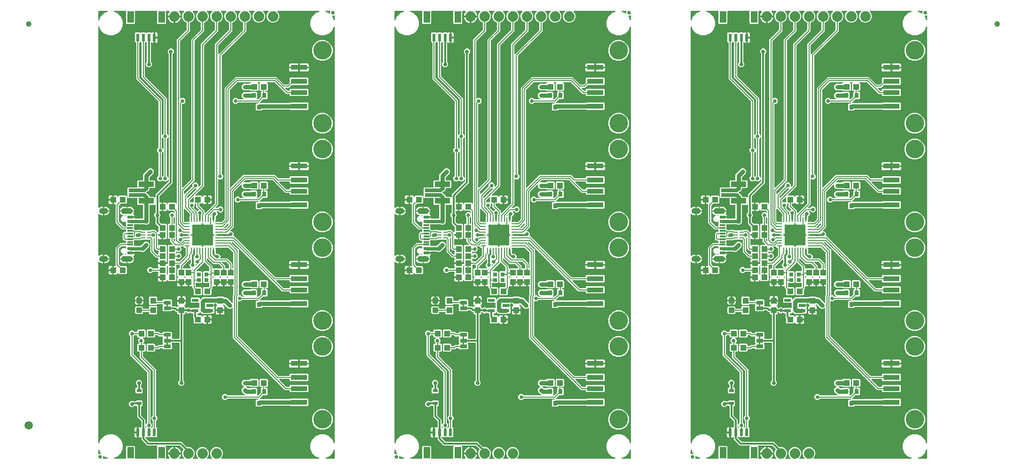
<source format=gtl>
G04 EAGLE Gerber RS-274X export*
G75*
%MOMM*%
%FSLAX34Y34*%
%LPD*%
%INTop Copper*%
%IPPOS*%
%AMOC8*
5,1,8,0,0,1.08239X$1,22.5*%
G01*
%ADD10C,0.635000*%
%ADD11R,1.200000X2.000000*%
%ADD12R,0.600000X1.350000*%
%ADD13C,1.879600*%
%ADD14R,1.100000X1.000000*%
%ADD15R,1.000000X1.100000*%
%ADD16C,0.300000*%
%ADD17R,1.200000X0.550000*%
%ADD18R,1.000000X0.300000*%
%ADD19R,1.000000X0.600000*%
%ADD20C,0.755600*%
%ADD21R,0.610000X0.250000*%
%ADD22R,0.560000X0.250000*%
%ADD23R,1.270000X0.660400*%
%ADD24R,0.750000X0.700000*%
%ADD25R,0.900000X0.280000*%
%ADD26R,3.700000X3.700000*%
%ADD27R,0.280000X0.900000*%
%ADD28C,3.327400*%
%ADD29R,3.000000X0.900000*%
%ADD30R,2.800000X1.000000*%
%ADD31R,0.800000X0.900000*%
%ADD32R,1.270000X0.635000*%
%ADD33R,0.830000X0.630000*%
%ADD34C,1.000000*%
%ADD35C,1.500000*%
%ADD36C,0.304800*%
%ADD37C,0.660400*%
%ADD38C,0.705600*%
%ADD39C,0.177800*%
%ADD40C,0.762000*%
%ADD41C,0.635000*%
%ADD42C,0.596900*%

G36*
X585526Y3052D02*
X585526Y3052D01*
X585545Y3050D01*
X585647Y3072D01*
X585749Y3088D01*
X585766Y3098D01*
X585786Y3102D01*
X585875Y3155D01*
X585966Y3204D01*
X585980Y3218D01*
X585997Y3228D01*
X586064Y3307D01*
X586136Y3382D01*
X586144Y3400D01*
X586157Y3415D01*
X586196Y3511D01*
X586239Y3605D01*
X586241Y3625D01*
X586249Y3643D01*
X586267Y3810D01*
X586267Y24892D01*
X587458Y26083D01*
X601142Y26083D01*
X602333Y24892D01*
X602333Y3810D01*
X602336Y3790D01*
X602334Y3771D01*
X602356Y3669D01*
X602372Y3567D01*
X602382Y3550D01*
X602386Y3530D01*
X602439Y3441D01*
X602488Y3350D01*
X602502Y3336D01*
X602512Y3319D01*
X602591Y3252D01*
X602666Y3180D01*
X602684Y3172D01*
X602699Y3159D01*
X602795Y3120D01*
X602889Y3077D01*
X602909Y3075D01*
X602927Y3067D01*
X603094Y3049D01*
X641506Y3049D01*
X641526Y3052D01*
X641545Y3050D01*
X641647Y3072D01*
X641749Y3088D01*
X641766Y3098D01*
X641786Y3102D01*
X641875Y3155D01*
X641966Y3204D01*
X641980Y3218D01*
X641997Y3228D01*
X642064Y3307D01*
X642136Y3382D01*
X642144Y3400D01*
X642157Y3415D01*
X642196Y3511D01*
X642239Y3605D01*
X642241Y3625D01*
X642249Y3643D01*
X642267Y3810D01*
X642267Y24892D01*
X642999Y25624D01*
X643041Y25682D01*
X643090Y25734D01*
X643112Y25781D01*
X643143Y25823D01*
X643164Y25892D01*
X643194Y25957D01*
X643200Y26009D01*
X643215Y26059D01*
X643213Y26130D01*
X643221Y26201D01*
X643210Y26252D01*
X643209Y26304D01*
X643184Y26372D01*
X643169Y26442D01*
X643142Y26487D01*
X643124Y26535D01*
X643079Y26591D01*
X643043Y26653D01*
X643003Y26687D01*
X642970Y26727D01*
X642910Y26766D01*
X642856Y26813D01*
X642807Y26832D01*
X642763Y26860D01*
X642694Y26878D01*
X642627Y26905D01*
X642556Y26913D01*
X642525Y26921D01*
X642502Y26919D01*
X642461Y26923D01*
X624637Y26923D01*
X613743Y37817D01*
X613743Y41417D01*
X613729Y41507D01*
X613721Y41598D01*
X613709Y41628D01*
X613704Y41659D01*
X613661Y41740D01*
X613625Y41824D01*
X613599Y41856D01*
X613588Y41877D01*
X613565Y41899D01*
X613520Y41955D01*
X613198Y42278D01*
X613181Y42289D01*
X613169Y42305D01*
X613082Y42361D01*
X612998Y42421D01*
X612979Y42427D01*
X612962Y42438D01*
X612862Y42463D01*
X612763Y42494D01*
X612743Y42493D01*
X612723Y42498D01*
X612620Y42490D01*
X612517Y42487D01*
X612498Y42480D01*
X612478Y42479D01*
X612383Y42438D01*
X612286Y42403D01*
X612270Y42390D01*
X612252Y42383D01*
X612121Y42278D01*
X611860Y42017D01*
X611281Y41682D01*
X610634Y41509D01*
X608799Y41509D01*
X608799Y50062D01*
X608796Y50081D01*
X608798Y50101D01*
X608776Y50203D01*
X608760Y50305D01*
X608750Y50322D01*
X608746Y50342D01*
X608693Y50431D01*
X608644Y50522D01*
X608630Y50536D01*
X608620Y50553D01*
X608541Y50620D01*
X608466Y50691D01*
X608448Y50700D01*
X608433Y50713D01*
X608337Y50751D01*
X608243Y50795D01*
X608223Y50797D01*
X608205Y50804D01*
X608281Y50817D01*
X608298Y50826D01*
X608318Y50830D01*
X608407Y50883D01*
X608498Y50932D01*
X608512Y50946D01*
X608529Y50956D01*
X608596Y51035D01*
X608668Y51110D01*
X608676Y51128D01*
X608689Y51143D01*
X608728Y51240D01*
X608771Y51333D01*
X608773Y51353D01*
X608781Y51371D01*
X608799Y51538D01*
X608799Y60091D01*
X610634Y60091D01*
X611281Y59918D01*
X611860Y59583D01*
X612121Y59322D01*
X612137Y59311D01*
X612150Y59295D01*
X612237Y59239D01*
X612321Y59179D01*
X612340Y59173D01*
X612356Y59162D01*
X612457Y59137D01*
X612556Y59106D01*
X612576Y59107D01*
X612595Y59102D01*
X612698Y59110D01*
X612802Y59113D01*
X612820Y59120D01*
X612840Y59121D01*
X612935Y59162D01*
X613033Y59197D01*
X613048Y59210D01*
X613067Y59217D01*
X613198Y59322D01*
X613520Y59645D01*
X613568Y59712D01*
X613571Y59714D01*
X613572Y59717D01*
X613573Y59719D01*
X613633Y59788D01*
X613645Y59819D01*
X613664Y59845D01*
X613691Y59932D01*
X613725Y60017D01*
X613729Y60058D01*
X613736Y60080D01*
X613735Y60112D01*
X613743Y60183D01*
X613743Y70521D01*
X613729Y70612D01*
X613721Y70702D01*
X613709Y70732D01*
X613704Y70764D01*
X613661Y70845D01*
X613625Y70929D01*
X613599Y70961D01*
X613588Y70982D01*
X613565Y71004D01*
X613520Y71060D01*
X606043Y78537D01*
X606043Y96856D01*
X606040Y96876D01*
X606042Y96895D01*
X606020Y96997D01*
X606004Y97099D01*
X605994Y97116D01*
X605990Y97136D01*
X605937Y97225D01*
X605888Y97316D01*
X605874Y97330D01*
X605864Y97347D01*
X605785Y97414D01*
X605710Y97486D01*
X605692Y97494D01*
X605677Y97507D01*
X605581Y97546D01*
X605487Y97589D01*
X605467Y97591D01*
X605449Y97599D01*
X605282Y97617D01*
X604608Y97617D01*
X603205Y99020D01*
X603131Y99073D01*
X603062Y99133D01*
X603031Y99145D01*
X603005Y99164D01*
X602918Y99191D01*
X602833Y99225D01*
X602792Y99229D01*
X602770Y99236D01*
X602738Y99235D01*
X602667Y99243D01*
X602451Y99243D01*
X602337Y99225D01*
X602220Y99207D01*
X602215Y99205D01*
X602209Y99204D01*
X602106Y99149D01*
X602001Y99096D01*
X601997Y99091D01*
X601991Y99088D01*
X601911Y99004D01*
X601829Y98920D01*
X601825Y98914D01*
X601822Y98910D01*
X601814Y98893D01*
X601748Y98773D01*
X601614Y98450D01*
X600050Y96886D01*
X598006Y96039D01*
X595794Y96039D01*
X593750Y96886D01*
X592186Y98450D01*
X591339Y100494D01*
X591339Y102706D01*
X592186Y104750D01*
X593750Y106314D01*
X595794Y107161D01*
X598006Y107161D01*
X599807Y106415D01*
X599871Y106400D01*
X599932Y106375D01*
X600015Y106366D01*
X600047Y106359D01*
X600066Y106360D01*
X600099Y106357D01*
X602667Y106357D01*
X602757Y106371D01*
X602848Y106379D01*
X602877Y106391D01*
X602909Y106396D01*
X602990Y106439D01*
X603074Y106475D01*
X603106Y106501D01*
X603127Y106512D01*
X603149Y106535D01*
X603205Y106580D01*
X604608Y107983D01*
X614592Y107983D01*
X615783Y106792D01*
X615783Y98808D01*
X614592Y97617D01*
X613918Y97617D01*
X613898Y97614D01*
X613879Y97616D01*
X613777Y97594D01*
X613675Y97578D01*
X613658Y97568D01*
X613638Y97564D01*
X613549Y97511D01*
X613458Y97462D01*
X613444Y97448D01*
X613427Y97438D01*
X613360Y97359D01*
X613288Y97284D01*
X613280Y97266D01*
X613267Y97251D01*
X613228Y97155D01*
X613185Y97061D01*
X613183Y97041D01*
X613175Y97023D01*
X613157Y96856D01*
X613157Y81799D01*
X613171Y81708D01*
X613179Y81618D01*
X613191Y81588D01*
X613196Y81556D01*
X613239Y81475D01*
X613275Y81391D01*
X613301Y81359D01*
X613312Y81338D01*
X613335Y81316D01*
X613380Y81260D01*
X620857Y73783D01*
X620857Y65712D01*
X620872Y65616D01*
X620882Y65519D01*
X620892Y65495D01*
X620896Y65469D01*
X620942Y65383D01*
X620982Y65294D01*
X620999Y65275D01*
X621012Y65252D01*
X621082Y65185D01*
X621148Y65113D01*
X621171Y65100D01*
X621190Y65082D01*
X621278Y65041D01*
X621364Y64994D01*
X621389Y64990D01*
X621413Y64979D01*
X621510Y64968D01*
X621606Y64951D01*
X621632Y64955D01*
X621657Y64952D01*
X621753Y64972D01*
X621849Y64987D01*
X621872Y64998D01*
X621898Y65004D01*
X621981Y65054D01*
X622068Y65098D01*
X622087Y65117D01*
X622109Y65130D01*
X622172Y65204D01*
X622240Y65274D01*
X622256Y65302D01*
X622269Y65317D01*
X622281Y65348D01*
X622321Y65421D01*
X622777Y66522D01*
X624155Y67900D01*
X624208Y67974D01*
X624268Y68043D01*
X624280Y68073D01*
X624299Y68100D01*
X624326Y68186D01*
X624360Y68271D01*
X624364Y68312D01*
X624371Y68335D01*
X624370Y68367D01*
X624378Y68438D01*
X624378Y158574D01*
X624364Y158665D01*
X624356Y158755D01*
X624344Y158785D01*
X624339Y158817D01*
X624296Y158898D01*
X624260Y158982D01*
X624234Y159014D01*
X624223Y159035D01*
X624200Y159057D01*
X624155Y159113D01*
X593978Y189290D01*
X593978Y223662D01*
X593964Y223752D01*
X593956Y223843D01*
X593944Y223873D01*
X593939Y223905D01*
X593896Y223985D01*
X593860Y224069D01*
X593834Y224101D01*
X593823Y224122D01*
X593800Y224144D01*
X593755Y224200D01*
X592377Y225578D01*
X591565Y227539D01*
X591565Y229661D01*
X592377Y231622D01*
X593878Y233123D01*
X595839Y233935D01*
X597961Y233935D01*
X599922Y233123D01*
X601300Y231745D01*
X601374Y231692D01*
X601443Y231632D01*
X601473Y231620D01*
X601500Y231601D01*
X601586Y231574D01*
X601671Y231540D01*
X601712Y231536D01*
X601735Y231529D01*
X601767Y231530D01*
X601838Y231522D01*
X605506Y231522D01*
X605526Y231525D01*
X605545Y231523D01*
X605647Y231545D01*
X605749Y231561D01*
X605766Y231571D01*
X605786Y231575D01*
X605875Y231628D01*
X605966Y231677D01*
X605980Y231691D01*
X605997Y231701D01*
X606064Y231780D01*
X606136Y231855D01*
X606144Y231873D01*
X606157Y231888D01*
X606196Y231984D01*
X606239Y232078D01*
X606241Y232098D01*
X606249Y232116D01*
X606267Y232283D01*
X606267Y234442D01*
X607458Y235633D01*
X620142Y235633D01*
X621333Y234442D01*
X621333Y222758D01*
X620142Y221567D01*
X617125Y221567D01*
X617054Y221556D01*
X616983Y221554D01*
X616934Y221536D01*
X616882Y221528D01*
X616819Y221494D01*
X616752Y221469D01*
X616711Y221437D01*
X616665Y221412D01*
X616616Y221360D01*
X616560Y221316D01*
X616531Y221272D01*
X616495Y221234D01*
X616465Y221169D01*
X616427Y221109D01*
X616414Y221058D01*
X616392Y221011D01*
X616384Y220940D01*
X616366Y220870D01*
X616371Y220818D01*
X616365Y220767D01*
X616380Y220696D01*
X616386Y220625D01*
X616406Y220577D01*
X616417Y220526D01*
X616454Y220465D01*
X616482Y220399D01*
X616527Y220343D01*
X616543Y220315D01*
X616561Y220300D01*
X616587Y220268D01*
X617933Y218922D01*
X618745Y216961D01*
X618745Y214839D01*
X617933Y212878D01*
X616945Y211890D01*
X616892Y211816D01*
X616832Y211747D01*
X616820Y211717D01*
X616801Y211690D01*
X616774Y211604D01*
X616740Y211519D01*
X616736Y211478D01*
X616729Y211455D01*
X616730Y211423D01*
X616722Y211352D01*
X616722Y210994D01*
X616725Y210974D01*
X616723Y210955D01*
X616745Y210853D01*
X616761Y210751D01*
X616771Y210734D01*
X616775Y210714D01*
X616828Y210625D01*
X616877Y210534D01*
X616891Y210520D01*
X616901Y210503D01*
X616980Y210436D01*
X617055Y210364D01*
X617073Y210356D01*
X617088Y210343D01*
X617184Y210304D01*
X617278Y210261D01*
X617298Y210259D01*
X617316Y210251D01*
X617483Y210233D01*
X620142Y210233D01*
X621333Y209042D01*
X621333Y197358D01*
X620142Y196167D01*
X617483Y196167D01*
X617463Y196164D01*
X617444Y196166D01*
X617342Y196144D01*
X617240Y196128D01*
X617223Y196118D01*
X617203Y196114D01*
X617114Y196061D01*
X617023Y196012D01*
X617009Y195998D01*
X616992Y195988D01*
X616925Y195909D01*
X616853Y195834D01*
X616845Y195816D01*
X616832Y195801D01*
X616793Y195705D01*
X616750Y195611D01*
X616748Y195591D01*
X616740Y195573D01*
X616722Y195406D01*
X616722Y187826D01*
X616736Y187735D01*
X616744Y187645D01*
X616756Y187615D01*
X616761Y187583D01*
X616804Y187502D01*
X616840Y187418D01*
X616866Y187386D01*
X616877Y187365D01*
X616900Y187343D01*
X616945Y187287D01*
X640222Y164010D01*
X640222Y81138D01*
X640236Y81048D01*
X640244Y80957D01*
X640256Y80927D01*
X640261Y80895D01*
X640304Y80815D01*
X640340Y80731D01*
X640366Y80699D01*
X640377Y80678D01*
X640400Y80656D01*
X640445Y80600D01*
X641823Y79222D01*
X642635Y77261D01*
X642635Y75139D01*
X641823Y73178D01*
X640445Y71800D01*
X640392Y71726D01*
X640332Y71657D01*
X640320Y71627D01*
X640301Y71600D01*
X640274Y71514D01*
X640240Y71429D01*
X640236Y71388D01*
X640229Y71365D01*
X640230Y71333D01*
X640222Y71262D01*
X640222Y60344D01*
X640225Y60324D01*
X640223Y60305D01*
X640245Y60203D01*
X640261Y60101D01*
X640271Y60084D01*
X640275Y60064D01*
X640328Y59975D01*
X640377Y59884D01*
X640391Y59870D01*
X640401Y59853D01*
X640480Y59786D01*
X640555Y59714D01*
X640573Y59706D01*
X640588Y59693D01*
X640684Y59654D01*
X640778Y59611D01*
X640798Y59609D01*
X640816Y59601D01*
X640983Y59583D01*
X641142Y59583D01*
X642333Y58392D01*
X642333Y43208D01*
X641142Y42017D01*
X633458Y42017D01*
X632838Y42637D01*
X632822Y42649D01*
X632810Y42664D01*
X632722Y42720D01*
X632639Y42781D01*
X632620Y42786D01*
X632603Y42797D01*
X632502Y42822D01*
X632403Y42853D01*
X632384Y42852D01*
X632364Y42857D01*
X632261Y42849D01*
X632158Y42847D01*
X632139Y42840D01*
X632119Y42838D01*
X632024Y42798D01*
X631927Y42762D01*
X631911Y42750D01*
X631893Y42742D01*
X631762Y42637D01*
X631142Y42017D01*
X623458Y42017D01*
X622838Y42637D01*
X622822Y42649D01*
X622810Y42664D01*
X622722Y42720D01*
X622639Y42781D01*
X622620Y42786D01*
X622603Y42797D01*
X622502Y42822D01*
X622403Y42853D01*
X622384Y42852D01*
X622364Y42857D01*
X622261Y42849D01*
X622158Y42847D01*
X622139Y42840D01*
X622119Y42838D01*
X622024Y42798D01*
X621927Y42762D01*
X621911Y42750D01*
X621893Y42742D01*
X621762Y42637D01*
X621080Y41955D01*
X621026Y41881D01*
X620967Y41812D01*
X620955Y41781D01*
X620936Y41755D01*
X620909Y41668D01*
X620875Y41583D01*
X620871Y41542D01*
X620864Y41520D01*
X620865Y41488D01*
X620857Y41417D01*
X620857Y41079D01*
X620858Y41072D01*
X620858Y41070D01*
X620871Y40988D01*
X620879Y40898D01*
X620891Y40868D01*
X620896Y40836D01*
X620939Y40755D01*
X620975Y40671D01*
X621001Y40639D01*
X621012Y40618D01*
X621035Y40596D01*
X621080Y40540D01*
X627360Y34260D01*
X627434Y34207D01*
X627504Y34147D01*
X627534Y34135D01*
X627560Y34116D01*
X627647Y34089D01*
X627732Y34055D01*
X627773Y34051D01*
X627795Y34044D01*
X627827Y34045D01*
X627899Y34037D01*
X686003Y34037D01*
X695686Y24354D01*
X695760Y24301D01*
X695830Y24241D01*
X695860Y24229D01*
X695886Y24210D01*
X695973Y24183D01*
X696058Y24149D01*
X696099Y24145D01*
X696121Y24138D01*
X696153Y24139D01*
X696225Y24131D01*
X700774Y24131D01*
X704975Y22390D01*
X708190Y19175D01*
X709931Y14974D01*
X709931Y10426D01*
X708190Y6225D01*
X706314Y4348D01*
X706272Y4290D01*
X706223Y4238D01*
X706201Y4191D01*
X706170Y4149D01*
X706149Y4080D01*
X706119Y4015D01*
X706113Y3963D01*
X706098Y3913D01*
X706100Y3842D01*
X706092Y3771D01*
X706103Y3720D01*
X706104Y3668D01*
X706129Y3600D01*
X706144Y3530D01*
X706171Y3485D01*
X706189Y3437D01*
X706234Y3381D01*
X706270Y3319D01*
X706310Y3285D01*
X706342Y3245D01*
X706403Y3206D01*
X706457Y3159D01*
X706505Y3140D01*
X706549Y3112D01*
X706619Y3094D01*
X706685Y3067D01*
X706757Y3059D01*
X706788Y3051D01*
X706811Y3053D01*
X706852Y3049D01*
X715548Y3049D01*
X715619Y3060D01*
X715690Y3062D01*
X715739Y3080D01*
X715791Y3088D01*
X715854Y3122D01*
X715921Y3147D01*
X715962Y3179D01*
X716008Y3204D01*
X716057Y3256D01*
X716113Y3300D01*
X716142Y3344D01*
X716177Y3382D01*
X716208Y3447D01*
X716246Y3507D01*
X716259Y3558D01*
X716281Y3605D01*
X716289Y3676D01*
X716307Y3746D01*
X716302Y3798D01*
X716308Y3849D01*
X716293Y3920D01*
X716287Y3991D01*
X716267Y4039D01*
X716256Y4090D01*
X716219Y4151D01*
X716191Y4217D01*
X716146Y4273D01*
X716130Y4301D01*
X716112Y4316D01*
X716086Y4348D01*
X714210Y6225D01*
X712469Y10426D01*
X712469Y14974D01*
X714210Y19175D01*
X717425Y22390D01*
X721626Y24131D01*
X726174Y24131D01*
X730375Y22390D01*
X733590Y19175D01*
X735331Y14974D01*
X735331Y10426D01*
X733590Y6225D01*
X731714Y4348D01*
X731672Y4290D01*
X731623Y4238D01*
X731601Y4191D01*
X731570Y4149D01*
X731549Y4080D01*
X731519Y4015D01*
X731513Y3963D01*
X731498Y3913D01*
X731500Y3842D01*
X731492Y3771D01*
X731503Y3720D01*
X731504Y3668D01*
X731529Y3600D01*
X731544Y3530D01*
X731571Y3485D01*
X731589Y3437D01*
X731634Y3381D01*
X731670Y3319D01*
X731710Y3285D01*
X731742Y3245D01*
X731803Y3206D01*
X731857Y3159D01*
X731905Y3140D01*
X731949Y3112D01*
X732019Y3094D01*
X732085Y3067D01*
X732157Y3059D01*
X732188Y3051D01*
X732211Y3053D01*
X732252Y3049D01*
X740948Y3049D01*
X741019Y3060D01*
X741090Y3062D01*
X741139Y3080D01*
X741191Y3088D01*
X741254Y3122D01*
X741321Y3147D01*
X741362Y3179D01*
X741408Y3204D01*
X741457Y3256D01*
X741513Y3300D01*
X741542Y3344D01*
X741577Y3382D01*
X741608Y3447D01*
X741646Y3507D01*
X741659Y3558D01*
X741681Y3605D01*
X741689Y3676D01*
X741707Y3746D01*
X741702Y3798D01*
X741708Y3849D01*
X741693Y3920D01*
X741687Y3991D01*
X741667Y4039D01*
X741656Y4090D01*
X741619Y4151D01*
X741591Y4217D01*
X741546Y4273D01*
X741530Y4301D01*
X741512Y4316D01*
X741486Y4348D01*
X739610Y6225D01*
X737869Y10426D01*
X737869Y14974D01*
X739610Y19175D01*
X742825Y22390D01*
X747026Y24131D01*
X751574Y24131D01*
X755775Y22390D01*
X758990Y19175D01*
X760731Y14974D01*
X760731Y10426D01*
X758990Y6225D01*
X757114Y4348D01*
X757072Y4290D01*
X757023Y4238D01*
X757001Y4191D01*
X756970Y4149D01*
X756949Y4080D01*
X756919Y4015D01*
X756913Y3963D01*
X756898Y3913D01*
X756900Y3842D01*
X756892Y3771D01*
X756903Y3720D01*
X756904Y3668D01*
X756929Y3600D01*
X756944Y3530D01*
X756971Y3485D01*
X756989Y3437D01*
X757034Y3381D01*
X757070Y3319D01*
X757110Y3285D01*
X757142Y3245D01*
X757203Y3206D01*
X757257Y3159D01*
X757305Y3140D01*
X757349Y3112D01*
X757419Y3094D01*
X757485Y3067D01*
X757557Y3059D01*
X757588Y3051D01*
X757611Y3053D01*
X757652Y3049D01*
X933514Y3049D01*
X933610Y3064D01*
X933707Y3074D01*
X933731Y3084D01*
X933757Y3088D01*
X933843Y3134D01*
X933932Y3174D01*
X933951Y3191D01*
X933975Y3204D01*
X934041Y3274D01*
X934113Y3340D01*
X934126Y3363D01*
X934144Y3382D01*
X934185Y3470D01*
X934232Y3556D01*
X934237Y3581D01*
X934248Y3605D01*
X934258Y3702D01*
X934276Y3798D01*
X934272Y3824D01*
X934275Y3849D01*
X934254Y3945D01*
X934240Y4041D01*
X934228Y4064D01*
X934222Y4090D01*
X934172Y4173D01*
X934128Y4260D01*
X934110Y4279D01*
X934096Y4301D01*
X934022Y4364D01*
X933953Y4432D01*
X933924Y4448D01*
X933909Y4461D01*
X933879Y4473D01*
X933806Y4513D01*
X927570Y7096D01*
X921496Y13170D01*
X918209Y21105D01*
X918209Y29695D01*
X921496Y37630D01*
X927570Y43704D01*
X935505Y46991D01*
X944095Y46991D01*
X952030Y43704D01*
X958104Y37630D01*
X960687Y31394D01*
X960738Y31311D01*
X960784Y31225D01*
X960803Y31207D01*
X960816Y31185D01*
X960891Y31123D01*
X960962Y31056D01*
X960986Y31045D01*
X961006Y31028D01*
X961097Y30993D01*
X961185Y30952D01*
X961211Y30950D01*
X961235Y30940D01*
X961333Y30936D01*
X961429Y30925D01*
X961455Y30931D01*
X961481Y30930D01*
X961575Y30957D01*
X961670Y30978D01*
X961692Y30991D01*
X961717Y30998D01*
X961797Y31054D01*
X961881Y31104D01*
X961898Y31124D01*
X961919Y31139D01*
X961978Y31217D01*
X962041Y31291D01*
X962051Y31315D01*
X962066Y31336D01*
X962096Y31428D01*
X962133Y31519D01*
X962136Y31551D01*
X962142Y31570D01*
X962142Y31603D01*
X962151Y31686D01*
X962151Y781114D01*
X962136Y781210D01*
X962126Y781307D01*
X962116Y781331D01*
X962112Y781357D01*
X962066Y781443D01*
X962026Y781532D01*
X962009Y781551D01*
X961996Y781575D01*
X961926Y781641D01*
X961860Y781713D01*
X961837Y781726D01*
X961818Y781744D01*
X961730Y781785D01*
X961644Y781832D01*
X961619Y781837D01*
X961595Y781848D01*
X961498Y781858D01*
X961402Y781876D01*
X961376Y781872D01*
X961351Y781875D01*
X961255Y781854D01*
X961159Y781840D01*
X961136Y781828D01*
X961110Y781822D01*
X961027Y781772D01*
X960940Y781728D01*
X960921Y781710D01*
X960899Y781696D01*
X960836Y781622D01*
X960768Y781553D01*
X960752Y781524D01*
X960739Y781509D01*
X960727Y781479D01*
X960687Y781406D01*
X958104Y775170D01*
X952030Y769096D01*
X944095Y765809D01*
X935505Y765809D01*
X927570Y769096D01*
X921496Y775170D01*
X918209Y783105D01*
X918209Y791695D01*
X921496Y799630D01*
X927570Y805704D01*
X933806Y808287D01*
X933889Y808338D01*
X933975Y808384D01*
X933993Y808403D01*
X934015Y808416D01*
X934077Y808491D01*
X934144Y808562D01*
X934155Y808586D01*
X934172Y808606D01*
X934206Y808697D01*
X934248Y808785D01*
X934250Y808811D01*
X934260Y808835D01*
X934264Y808933D01*
X934275Y809029D01*
X934269Y809055D01*
X934270Y809081D01*
X934243Y809175D01*
X934222Y809270D01*
X934209Y809292D01*
X934202Y809317D01*
X934146Y809397D01*
X934096Y809481D01*
X934076Y809498D01*
X934061Y809519D01*
X933983Y809578D01*
X933909Y809641D01*
X933885Y809651D01*
X933864Y809666D01*
X933772Y809696D01*
X933681Y809733D01*
X933649Y809736D01*
X933630Y809742D01*
X933597Y809742D01*
X933514Y809751D01*
X859252Y809751D01*
X859181Y809740D01*
X859110Y809738D01*
X859061Y809720D01*
X859009Y809712D01*
X858946Y809678D01*
X858879Y809653D01*
X858838Y809621D01*
X858792Y809596D01*
X858743Y809544D01*
X858687Y809500D01*
X858658Y809456D01*
X858623Y809418D01*
X858592Y809353D01*
X858554Y809293D01*
X858541Y809242D01*
X858519Y809195D01*
X858511Y809124D01*
X858493Y809054D01*
X858498Y809002D01*
X858492Y808951D01*
X858507Y808880D01*
X858513Y808809D01*
X858533Y808761D01*
X858544Y808710D01*
X858581Y808649D01*
X858609Y808583D01*
X858654Y808527D01*
X858670Y808499D01*
X858688Y808484D01*
X858714Y808452D01*
X860590Y806575D01*
X862331Y802374D01*
X862331Y797826D01*
X860590Y793625D01*
X857375Y790410D01*
X853174Y788669D01*
X848626Y788669D01*
X844425Y790410D01*
X841210Y793625D01*
X839469Y797826D01*
X839469Y802374D01*
X841210Y806575D01*
X843086Y808452D01*
X843128Y808510D01*
X843177Y808562D01*
X843199Y808609D01*
X843230Y808651D01*
X843251Y808720D01*
X843281Y808785D01*
X843287Y808837D01*
X843302Y808887D01*
X843300Y808958D01*
X843308Y809029D01*
X843297Y809080D01*
X843296Y809132D01*
X843271Y809200D01*
X843256Y809270D01*
X843229Y809315D01*
X843211Y809363D01*
X843166Y809419D01*
X843130Y809481D01*
X843090Y809515D01*
X843058Y809555D01*
X842997Y809594D01*
X842943Y809641D01*
X842895Y809660D01*
X842851Y809688D01*
X842781Y809706D01*
X842715Y809733D01*
X842643Y809741D01*
X842612Y809749D01*
X842589Y809747D01*
X842548Y809751D01*
X833852Y809751D01*
X833781Y809740D01*
X833710Y809738D01*
X833661Y809720D01*
X833609Y809712D01*
X833546Y809678D01*
X833479Y809653D01*
X833438Y809621D01*
X833392Y809596D01*
X833343Y809544D01*
X833287Y809500D01*
X833258Y809456D01*
X833223Y809418D01*
X833192Y809353D01*
X833154Y809293D01*
X833141Y809242D01*
X833119Y809195D01*
X833111Y809124D01*
X833093Y809054D01*
X833098Y809002D01*
X833092Y808951D01*
X833107Y808880D01*
X833113Y808809D01*
X833133Y808761D01*
X833144Y808710D01*
X833181Y808649D01*
X833209Y808583D01*
X833254Y808527D01*
X833270Y808499D01*
X833288Y808484D01*
X833314Y808452D01*
X835190Y806575D01*
X836931Y802374D01*
X836931Y797826D01*
X835190Y793625D01*
X831975Y790410D01*
X827774Y788669D01*
X823226Y788669D01*
X819025Y790410D01*
X815810Y793625D01*
X814069Y797826D01*
X814069Y802374D01*
X815810Y806575D01*
X817686Y808452D01*
X817728Y808510D01*
X817777Y808562D01*
X817799Y808609D01*
X817830Y808651D01*
X817851Y808720D01*
X817881Y808785D01*
X817887Y808837D01*
X817902Y808887D01*
X817900Y808958D01*
X817908Y809029D01*
X817897Y809080D01*
X817896Y809132D01*
X817871Y809200D01*
X817856Y809270D01*
X817829Y809315D01*
X817811Y809363D01*
X817766Y809419D01*
X817730Y809481D01*
X817690Y809515D01*
X817658Y809555D01*
X817597Y809594D01*
X817543Y809641D01*
X817495Y809660D01*
X817451Y809688D01*
X817381Y809706D01*
X817315Y809733D01*
X817243Y809741D01*
X817212Y809749D01*
X817189Y809747D01*
X817148Y809751D01*
X808452Y809751D01*
X808381Y809740D01*
X808310Y809738D01*
X808261Y809720D01*
X808209Y809712D01*
X808146Y809678D01*
X808079Y809653D01*
X808038Y809621D01*
X807992Y809596D01*
X807943Y809544D01*
X807887Y809500D01*
X807858Y809456D01*
X807823Y809418D01*
X807792Y809353D01*
X807754Y809293D01*
X807741Y809242D01*
X807719Y809195D01*
X807711Y809124D01*
X807693Y809054D01*
X807698Y809002D01*
X807692Y808951D01*
X807707Y808880D01*
X807713Y808809D01*
X807733Y808761D01*
X807744Y808710D01*
X807781Y808649D01*
X807809Y808583D01*
X807854Y808527D01*
X807870Y808499D01*
X807888Y808484D01*
X807914Y808452D01*
X809790Y806575D01*
X811531Y802374D01*
X811531Y797826D01*
X809790Y793625D01*
X806575Y790410D01*
X803492Y789132D01*
X803392Y789071D01*
X803292Y789011D01*
X803288Y789006D01*
X803283Y789003D01*
X803208Y788913D01*
X803132Y788824D01*
X803130Y788818D01*
X803126Y788813D01*
X803084Y788705D01*
X803040Y788596D01*
X803039Y788588D01*
X803038Y788584D01*
X803037Y788565D01*
X803022Y788429D01*
X803022Y773490D01*
X758795Y729263D01*
X758742Y729189D01*
X758682Y729119D01*
X758670Y729089D01*
X758651Y729063D01*
X758624Y728976D01*
X758590Y728891D01*
X758586Y728850D01*
X758579Y728828D01*
X758580Y728796D01*
X758572Y728724D01*
X758572Y516748D01*
X758586Y516658D01*
X758594Y516567D01*
X758606Y516537D01*
X758611Y516505D01*
X758654Y516425D01*
X758690Y516341D01*
X758716Y516309D01*
X758727Y516288D01*
X758750Y516266D01*
X758795Y516210D01*
X760173Y514832D01*
X760985Y512871D01*
X760985Y510749D01*
X760173Y508788D01*
X758672Y507287D01*
X756711Y506475D01*
X754589Y506475D01*
X753274Y507020D01*
X753230Y507030D01*
X753188Y507050D01*
X753111Y507058D01*
X753035Y507076D01*
X752989Y507072D01*
X752944Y507077D01*
X752867Y507060D01*
X752790Y507053D01*
X752748Y507034D01*
X752703Y507024D01*
X752636Y506984D01*
X752565Y506953D01*
X752531Y506922D01*
X752492Y506898D01*
X752441Y506839D01*
X752384Y506786D01*
X752362Y506746D01*
X752332Y506711D01*
X752303Y506639D01*
X752266Y506571D01*
X752257Y506526D01*
X752240Y506483D01*
X752225Y506347D01*
X752222Y506329D01*
X752223Y506324D01*
X752222Y506316D01*
X752222Y461070D01*
X750287Y459135D01*
X747493Y456341D01*
X747451Y456283D01*
X747402Y456231D01*
X747380Y456184D01*
X747350Y456142D01*
X747329Y456073D01*
X747298Y456008D01*
X747293Y455956D01*
X747277Y455906D01*
X747279Y455835D01*
X747271Y455764D01*
X747282Y455713D01*
X747284Y455661D01*
X747308Y455593D01*
X747324Y455523D01*
X747350Y455479D01*
X747368Y455430D01*
X747413Y455374D01*
X747450Y455312D01*
X747489Y455278D01*
X747522Y455238D01*
X747582Y455199D01*
X747637Y455152D01*
X747685Y455133D01*
X747729Y455105D01*
X747798Y455087D01*
X747865Y455060D01*
X747936Y455052D01*
X747967Y455044D01*
X747991Y455046D01*
X748031Y455042D01*
X751347Y455042D01*
X751437Y455056D01*
X751528Y455064D01*
X751558Y455076D01*
X751590Y455081D01*
X751670Y455124D01*
X751754Y455160D01*
X751786Y455186D01*
X751807Y455197D01*
X751829Y455220D01*
X751885Y455265D01*
X753263Y456643D01*
X755224Y457455D01*
X757346Y457455D01*
X759307Y456643D01*
X760808Y455142D01*
X761620Y453181D01*
X761620Y451059D01*
X760808Y449098D01*
X759307Y447597D01*
X757346Y446785D01*
X755224Y446785D01*
X753263Y447597D01*
X751885Y448975D01*
X751811Y449028D01*
X751742Y449088D01*
X751712Y449100D01*
X751685Y449119D01*
X751599Y449146D01*
X751514Y449180D01*
X751473Y449184D01*
X751450Y449191D01*
X751418Y449190D01*
X751347Y449198D01*
X750174Y449198D01*
X750103Y449187D01*
X750032Y449185D01*
X749983Y449167D01*
X749931Y449159D01*
X749868Y449125D01*
X749801Y449100D01*
X749760Y449068D01*
X749714Y449043D01*
X749664Y448991D01*
X749609Y448947D01*
X749580Y448903D01*
X749544Y448865D01*
X749514Y448800D01*
X749476Y448740D01*
X749463Y448689D01*
X749441Y448642D01*
X749433Y448571D01*
X749415Y448501D01*
X749420Y448449D01*
X749414Y448398D01*
X749429Y448327D01*
X749435Y448256D01*
X749455Y448208D01*
X749466Y448157D01*
X749503Y448096D01*
X749531Y448030D01*
X749576Y447974D01*
X749592Y447946D01*
X749610Y447931D01*
X749636Y447899D01*
X750013Y447522D01*
X750825Y445561D01*
X750825Y443439D01*
X750013Y441478D01*
X748512Y439977D01*
X747927Y439735D01*
X747827Y439673D01*
X747727Y439614D01*
X747723Y439609D01*
X747718Y439605D01*
X747643Y439515D01*
X747567Y439427D01*
X747565Y439421D01*
X747561Y439416D01*
X747519Y439308D01*
X747475Y439198D01*
X747474Y439191D01*
X747473Y439186D01*
X747472Y439168D01*
X747457Y439032D01*
X747457Y432398D01*
X747443Y432382D01*
X747431Y432352D01*
X747412Y432326D01*
X747385Y432239D01*
X747351Y432154D01*
X747347Y432113D01*
X747340Y432091D01*
X747341Y432059D01*
X747333Y431987D01*
X747333Y430594D01*
X747336Y430574D01*
X747334Y430555D01*
X747356Y430453D01*
X747372Y430351D01*
X747382Y430334D01*
X747386Y430314D01*
X747439Y430225D01*
X747488Y430134D01*
X747502Y430120D01*
X747512Y430103D01*
X747591Y430036D01*
X747666Y429964D01*
X747684Y429956D01*
X747699Y429943D01*
X747795Y429904D01*
X747889Y429861D01*
X747909Y429859D01*
X747927Y429851D01*
X748094Y429833D01*
X756742Y429833D01*
X757030Y429545D01*
X757104Y429492D01*
X757173Y429432D01*
X757204Y429420D01*
X757230Y429401D01*
X757317Y429374D01*
X757402Y429340D01*
X757443Y429336D01*
X757465Y429329D01*
X757497Y429330D01*
X757568Y429322D01*
X757930Y429322D01*
X758021Y429336D01*
X758111Y429344D01*
X758141Y429356D01*
X758173Y429361D01*
X758254Y429404D01*
X758338Y429440D01*
X758370Y429466D01*
X758391Y429477D01*
X758413Y429500D01*
X758417Y429503D01*
X758418Y429504D01*
X758469Y429545D01*
X763427Y434503D01*
X763480Y434577D01*
X763540Y434647D01*
X763552Y434677D01*
X763571Y434703D01*
X763598Y434790D01*
X763632Y434875D01*
X763636Y434916D01*
X763643Y434938D01*
X763642Y434970D01*
X763650Y435042D01*
X763650Y671211D01*
X783447Y691008D01*
X857393Y691008D01*
X870912Y677489D01*
X870986Y677436D01*
X871055Y677377D01*
X871085Y677364D01*
X871111Y677346D01*
X871198Y677319D01*
X871283Y677285D01*
X871324Y677280D01*
X871347Y677273D01*
X871379Y677274D01*
X871450Y677266D01*
X876899Y677266D01*
X876989Y677281D01*
X877080Y677288D01*
X877110Y677301D01*
X877142Y677306D01*
X877222Y677349D01*
X877306Y677384D01*
X877338Y677410D01*
X877359Y677421D01*
X877381Y677444D01*
X877437Y677489D01*
X880424Y680476D01*
X880477Y680550D01*
X880537Y680620D01*
X880549Y680650D01*
X880568Y680676D01*
X880595Y680763D01*
X880629Y680848D01*
X880633Y680889D01*
X880640Y680911D01*
X880639Y680943D01*
X880647Y681015D01*
X880647Y688442D01*
X881838Y689633D01*
X913522Y689633D01*
X914713Y688442D01*
X914713Y677758D01*
X913522Y676567D01*
X885095Y676567D01*
X885004Y676553D01*
X884914Y676545D01*
X884884Y676533D01*
X884852Y676528D01*
X884771Y676485D01*
X884687Y676449D01*
X884655Y676423D01*
X884634Y676412D01*
X884612Y676389D01*
X884556Y676344D01*
X881569Y673357D01*
X879635Y671423D01*
X873787Y671423D01*
X873716Y671411D01*
X873645Y671409D01*
X873596Y671391D01*
X873544Y671383D01*
X873481Y671349D01*
X873414Y671325D01*
X873373Y671292D01*
X873327Y671268D01*
X873278Y671216D01*
X873222Y671171D01*
X873193Y671127D01*
X873157Y671090D01*
X873127Y671025D01*
X873089Y670964D01*
X873076Y670914D01*
X873054Y670867D01*
X873046Y670795D01*
X873028Y670726D01*
X873033Y670674D01*
X873027Y670622D01*
X873042Y670552D01*
X873048Y670481D01*
X873068Y670433D01*
X873079Y670382D01*
X873116Y670320D01*
X873144Y670254D01*
X873189Y670198D01*
X873205Y670171D01*
X873223Y670155D01*
X873249Y670123D01*
X877127Y666245D01*
X877201Y666192D01*
X877271Y666132D01*
X877301Y666120D01*
X877327Y666101D01*
X877414Y666074D01*
X877499Y666040D01*
X877540Y666036D01*
X877562Y666029D01*
X877594Y666030D01*
X877666Y666022D01*
X879886Y666022D01*
X879906Y666025D01*
X879925Y666023D01*
X880027Y666045D01*
X880129Y666061D01*
X880146Y666071D01*
X880166Y666075D01*
X880255Y666128D01*
X880346Y666177D01*
X880360Y666191D01*
X880377Y666201D01*
X880444Y666280D01*
X880516Y666355D01*
X880524Y666373D01*
X880537Y666388D01*
X880576Y666484D01*
X880619Y666578D01*
X880621Y666598D01*
X880629Y666616D01*
X880647Y666783D01*
X880647Y668442D01*
X881838Y669633D01*
X913522Y669633D01*
X914713Y668442D01*
X914713Y657758D01*
X913522Y656567D01*
X881838Y656567D01*
X880647Y657758D01*
X880647Y659417D01*
X880644Y659437D01*
X880646Y659456D01*
X880624Y659558D01*
X880608Y659660D01*
X880598Y659677D01*
X880594Y659697D01*
X880541Y659786D01*
X880492Y659877D01*
X880478Y659891D01*
X880468Y659908D01*
X880389Y659975D01*
X880314Y660047D01*
X880296Y660055D01*
X880281Y660068D01*
X880185Y660107D01*
X880091Y660150D01*
X880071Y660152D01*
X880053Y660160D01*
X879886Y660178D01*
X874930Y660178D01*
X853723Y681385D01*
X853649Y681438D01*
X853579Y681498D01*
X853549Y681510D01*
X853523Y681529D01*
X853436Y681556D01*
X853351Y681590D01*
X853310Y681594D01*
X853288Y681601D01*
X853256Y681600D01*
X853184Y681608D01*
X840704Y681608D01*
X840634Y681597D01*
X840562Y681595D01*
X840513Y681577D01*
X840462Y681569D01*
X840398Y681535D01*
X840331Y681510D01*
X840290Y681478D01*
X840244Y681453D01*
X840195Y681401D01*
X840139Y681357D01*
X840111Y681313D01*
X840075Y681275D01*
X840045Y681210D01*
X840006Y681150D01*
X839993Y681099D01*
X839971Y681052D01*
X839963Y680981D01*
X839946Y680911D01*
X839950Y680859D01*
X839944Y680808D01*
X839959Y680737D01*
X839965Y680666D01*
X839985Y680618D01*
X839996Y680567D01*
X840033Y680506D01*
X840061Y680440D01*
X840106Y680384D01*
X840122Y680356D01*
X840140Y680341D01*
X840166Y680309D01*
X841533Y678942D01*
X841533Y667258D01*
X840342Y666067D01*
X837683Y666067D01*
X837663Y666064D01*
X837644Y666066D01*
X837542Y666044D01*
X837440Y666028D01*
X837423Y666018D01*
X837403Y666014D01*
X837314Y665961D01*
X837223Y665912D01*
X837209Y665898D01*
X837192Y665888D01*
X837125Y665809D01*
X837053Y665734D01*
X837045Y665716D01*
X837032Y665701D01*
X836993Y665605D01*
X836950Y665511D01*
X836948Y665491D01*
X836940Y665473D01*
X836922Y665306D01*
X836922Y664994D01*
X836925Y664974D01*
X836923Y664955D01*
X836945Y664853D01*
X836961Y664751D01*
X836971Y664734D01*
X836975Y664714D01*
X837028Y664625D01*
X837077Y664534D01*
X837091Y664520D01*
X837101Y664503D01*
X837180Y664436D01*
X837255Y664364D01*
X837273Y664356D01*
X837288Y664343D01*
X837384Y664304D01*
X837478Y664261D01*
X837498Y664259D01*
X837516Y664251D01*
X837683Y664233D01*
X839842Y664233D01*
X841033Y663042D01*
X841033Y652358D01*
X839842Y651167D01*
X832915Y651167D01*
X832824Y651153D01*
X832734Y651145D01*
X832704Y651133D01*
X832672Y651128D01*
X832591Y651085D01*
X832507Y651049D01*
X832475Y651023D01*
X832454Y651012D01*
X832432Y650989D01*
X832376Y650944D01*
X826674Y645242D01*
X826632Y645184D01*
X826583Y645132D01*
X826561Y645085D01*
X826531Y645043D01*
X826510Y644974D01*
X826479Y644909D01*
X826474Y644857D01*
X826458Y644807D01*
X826460Y644736D01*
X826452Y644665D01*
X826463Y644614D01*
X826465Y644562D01*
X826489Y644494D01*
X826505Y644424D01*
X826531Y644379D01*
X826549Y644331D01*
X826594Y644275D01*
X826631Y644213D01*
X826670Y644179D01*
X826703Y644139D01*
X826763Y644100D01*
X826818Y644053D01*
X826866Y644034D01*
X826910Y644006D01*
X826979Y643988D01*
X827046Y643961D01*
X827117Y643953D01*
X827148Y643945D01*
X827172Y643947D01*
X827212Y643943D01*
X880833Y643943D01*
X880923Y643957D01*
X881014Y643965D01*
X881043Y643977D01*
X881075Y643982D01*
X881156Y644025D01*
X881240Y644061D01*
X881272Y644087D01*
X881293Y644098D01*
X881315Y644121D01*
X881371Y644166D01*
X881838Y644633D01*
X913522Y644633D01*
X914713Y643442D01*
X914713Y632758D01*
X913522Y631567D01*
X881838Y631567D01*
X881371Y632034D01*
X881297Y632087D01*
X881228Y632147D01*
X881197Y632159D01*
X881171Y632178D01*
X881084Y632205D01*
X880999Y632239D01*
X880958Y632243D01*
X880936Y632250D01*
X880904Y632249D01*
X880833Y632257D01*
X832294Y632257D01*
X832274Y632254D01*
X832255Y632256D01*
X832153Y632234D01*
X832051Y632218D01*
X832034Y632208D01*
X832014Y632204D01*
X831925Y632151D01*
X831834Y632102D01*
X831820Y632088D01*
X831803Y632078D01*
X831736Y631999D01*
X831664Y631924D01*
X831656Y631906D01*
X831643Y631891D01*
X831604Y631795D01*
X831561Y631701D01*
X831559Y631681D01*
X831551Y631663D01*
X831533Y631496D01*
X831533Y631358D01*
X830342Y630167D01*
X820658Y630167D01*
X819467Y631358D01*
X819467Y642042D01*
X820658Y643233D01*
X823872Y643233D01*
X823937Y643243D01*
X824002Y643244D01*
X824082Y643267D01*
X824115Y643272D01*
X824132Y643282D01*
X824163Y643291D01*
X824219Y643314D01*
X824302Y643365D01*
X824388Y643411D01*
X824406Y643429D01*
X824428Y643443D01*
X824490Y643518D01*
X824557Y643589D01*
X824568Y643613D01*
X824585Y643633D01*
X824620Y643724D01*
X824661Y643812D01*
X824664Y643838D01*
X824673Y643862D01*
X824677Y643960D01*
X824688Y644056D01*
X824683Y644082D01*
X824684Y644108D01*
X824657Y644202D01*
X824636Y644297D01*
X824623Y644319D01*
X824615Y644344D01*
X824560Y644424D01*
X824510Y644508D01*
X824490Y644525D01*
X824475Y644546D01*
X824397Y644604D01*
X824323Y644668D01*
X824299Y644678D01*
X824278Y644693D01*
X824185Y644723D01*
X824095Y644760D01*
X824062Y644763D01*
X824044Y644769D01*
X824011Y644769D01*
X823928Y644778D01*
X788528Y644778D01*
X788438Y644764D01*
X788347Y644756D01*
X788317Y644744D01*
X788285Y644739D01*
X788205Y644696D01*
X788121Y644660D01*
X788089Y644634D01*
X788068Y644623D01*
X788046Y644600D01*
X787990Y644555D01*
X786612Y643177D01*
X784651Y642365D01*
X782529Y642365D01*
X780568Y643177D01*
X779067Y644678D01*
X778255Y646639D01*
X778255Y648761D01*
X779067Y650722D01*
X780568Y652223D01*
X782529Y653035D01*
X784651Y653035D01*
X786612Y652223D01*
X787990Y650845D01*
X788064Y650792D01*
X788133Y650732D01*
X788163Y650720D01*
X788190Y650701D01*
X788276Y650674D01*
X788361Y650640D01*
X788402Y650636D01*
X788425Y650629D01*
X788457Y650630D01*
X788528Y650622D01*
X798254Y650622D01*
X798350Y650637D01*
X798447Y650647D01*
X798471Y650657D01*
X798496Y650661D01*
X798582Y650707D01*
X798671Y650747D01*
X798691Y650764D01*
X798714Y650777D01*
X798781Y650847D01*
X798853Y650913D01*
X798865Y650936D01*
X798883Y650955D01*
X798924Y651043D01*
X798971Y651129D01*
X798976Y651154D01*
X798987Y651178D01*
X798997Y651275D01*
X799015Y651371D01*
X799011Y651397D01*
X799014Y651422D01*
X798993Y651518D01*
X798979Y651614D01*
X798967Y651637D01*
X798962Y651663D01*
X798912Y651746D01*
X798868Y651833D01*
X798849Y651852D01*
X798835Y651874D01*
X798762Y651937D01*
X798692Y652005D01*
X798663Y652021D01*
X798649Y652034D01*
X798618Y652046D01*
X798545Y652086D01*
X796950Y652747D01*
X795147Y654550D01*
X794257Y656698D01*
X794257Y659022D01*
X795147Y661170D01*
X796790Y662813D01*
X798938Y663703D01*
X801262Y663703D01*
X801509Y663601D01*
X801572Y663586D01*
X801633Y663561D01*
X801716Y663552D01*
X801748Y663545D01*
X801767Y663546D01*
X801800Y663543D01*
X810153Y663543D01*
X810243Y663557D01*
X810334Y663565D01*
X810363Y663577D01*
X810395Y663582D01*
X810476Y663625D01*
X810560Y663661D01*
X810592Y663687D01*
X810613Y663698D01*
X810635Y663721D01*
X810691Y663766D01*
X811158Y664233D01*
X820842Y664233D01*
X822033Y663042D01*
X822033Y652358D01*
X821596Y651921D01*
X821554Y651863D01*
X821505Y651811D01*
X821483Y651764D01*
X821452Y651722D01*
X821431Y651653D01*
X821401Y651588D01*
X821395Y651536D01*
X821380Y651486D01*
X821382Y651415D01*
X821374Y651344D01*
X821385Y651293D01*
X821386Y651241D01*
X821411Y651173D01*
X821426Y651103D01*
X821453Y651058D01*
X821471Y651010D01*
X821516Y650954D01*
X821552Y650892D01*
X821592Y650858D01*
X821625Y650818D01*
X821685Y650779D01*
X821739Y650732D01*
X821788Y650713D01*
X821832Y650685D01*
X821901Y650667D01*
X821968Y650640D01*
X822039Y650632D01*
X822070Y650624D01*
X822093Y650626D01*
X822134Y650622D01*
X823474Y650622D01*
X823565Y650636D01*
X823655Y650644D01*
X823685Y650656D01*
X823717Y650661D01*
X823798Y650704D01*
X823882Y650740D01*
X823914Y650766D01*
X823935Y650777D01*
X823957Y650800D01*
X824013Y650845D01*
X828744Y655576D01*
X828797Y655650D01*
X828857Y655720D01*
X828869Y655750D01*
X828888Y655776D01*
X828915Y655863D01*
X828949Y655948D01*
X828953Y655989D01*
X828960Y656011D01*
X828959Y656043D01*
X828967Y656115D01*
X828967Y663042D01*
X830158Y664233D01*
X830317Y664233D01*
X830337Y664236D01*
X830356Y664234D01*
X830458Y664256D01*
X830560Y664272D01*
X830577Y664282D01*
X830597Y664286D01*
X830686Y664339D01*
X830777Y664388D01*
X830791Y664402D01*
X830808Y664412D01*
X830875Y664491D01*
X830947Y664566D01*
X830955Y664584D01*
X830968Y664599D01*
X831007Y664695D01*
X831050Y664789D01*
X831052Y664809D01*
X831060Y664827D01*
X831078Y664994D01*
X831078Y665306D01*
X831075Y665326D01*
X831077Y665345D01*
X831055Y665447D01*
X831039Y665549D01*
X831029Y665566D01*
X831025Y665586D01*
X830972Y665675D01*
X830923Y665766D01*
X830909Y665780D01*
X830899Y665797D01*
X830820Y665864D01*
X830745Y665936D01*
X830727Y665944D01*
X830712Y665957D01*
X830616Y665996D01*
X830522Y666039D01*
X830502Y666041D01*
X830484Y666049D01*
X830317Y666067D01*
X827658Y666067D01*
X826467Y667258D01*
X826467Y678942D01*
X827834Y680309D01*
X827876Y680367D01*
X827925Y680419D01*
X827947Y680466D01*
X827978Y680508D01*
X827999Y680577D01*
X828029Y680642D01*
X828035Y680694D01*
X828050Y680744D01*
X828048Y680815D01*
X828056Y680886D01*
X828045Y680937D01*
X828044Y680989D01*
X828019Y681057D01*
X828004Y681127D01*
X827977Y681172D01*
X827959Y681220D01*
X827914Y681276D01*
X827878Y681338D01*
X827838Y681372D01*
X827805Y681412D01*
X827745Y681451D01*
X827691Y681498D01*
X827642Y681517D01*
X827598Y681545D01*
X827529Y681563D01*
X827462Y681590D01*
X827391Y681598D01*
X827360Y681606D01*
X827337Y681604D01*
X827296Y681608D01*
X823704Y681608D01*
X823634Y681597D01*
X823562Y681595D01*
X823513Y681577D01*
X823462Y681569D01*
X823398Y681535D01*
X823331Y681510D01*
X823290Y681478D01*
X823244Y681453D01*
X823195Y681401D01*
X823139Y681357D01*
X823111Y681313D01*
X823075Y681275D01*
X823045Y681210D01*
X823006Y681150D01*
X822993Y681099D01*
X822971Y681052D01*
X822963Y680981D01*
X822946Y680911D01*
X822950Y680859D01*
X822944Y680808D01*
X822959Y680737D01*
X822965Y680666D01*
X822985Y680618D01*
X822996Y680567D01*
X823033Y680506D01*
X823061Y680440D01*
X823106Y680384D01*
X823122Y680356D01*
X823140Y680341D01*
X823166Y680309D01*
X824533Y678942D01*
X824533Y667258D01*
X823342Y666067D01*
X810658Y666067D01*
X809691Y667034D01*
X809617Y667087D01*
X809548Y667147D01*
X809517Y667159D01*
X809491Y667178D01*
X809404Y667205D01*
X809319Y667239D01*
X809278Y667243D01*
X809256Y667250D01*
X809224Y667249D01*
X809153Y667257D01*
X798938Y667257D01*
X796790Y668147D01*
X795147Y669790D01*
X794257Y671938D01*
X794257Y674262D01*
X795147Y676410D01*
X796790Y678053D01*
X798938Y678943D01*
X809153Y678943D01*
X809243Y678957D01*
X809334Y678965D01*
X809364Y678977D01*
X809395Y678982D01*
X809476Y679025D01*
X809560Y679061D01*
X809592Y679087D01*
X809613Y679098D01*
X809635Y679121D01*
X809691Y679166D01*
X810834Y680309D01*
X810876Y680367D01*
X810925Y680419D01*
X810947Y680466D01*
X810978Y680508D01*
X810999Y680577D01*
X811029Y680642D01*
X811035Y680694D01*
X811050Y680744D01*
X811048Y680815D01*
X811056Y680886D01*
X811045Y680937D01*
X811044Y680989D01*
X811019Y681057D01*
X811004Y681127D01*
X810977Y681172D01*
X810959Y681220D01*
X810914Y681276D01*
X810878Y681338D01*
X810838Y681372D01*
X810805Y681412D01*
X810745Y681451D01*
X810691Y681498D01*
X810642Y681517D01*
X810598Y681545D01*
X810529Y681563D01*
X810462Y681590D01*
X810391Y681598D01*
X810360Y681606D01*
X810337Y681604D01*
X810296Y681608D01*
X787656Y681608D01*
X787565Y681594D01*
X787475Y681586D01*
X787445Y681574D01*
X787413Y681569D01*
X787332Y681526D01*
X787248Y681490D01*
X787216Y681464D01*
X787195Y681453D01*
X787173Y681430D01*
X787117Y681385D01*
X773273Y667541D01*
X773220Y667467D01*
X773160Y667397D01*
X773148Y667367D01*
X773129Y667341D01*
X773102Y667254D01*
X773068Y667169D01*
X773064Y667128D01*
X773057Y667106D01*
X773058Y667074D01*
X773050Y667002D01*
X773050Y491948D01*
X773061Y491878D01*
X773063Y491806D01*
X773081Y491757D01*
X773089Y491706D01*
X773123Y491642D01*
X773148Y491575D01*
X773180Y491534D01*
X773205Y491488D01*
X773257Y491439D01*
X773301Y491383D01*
X773345Y491355D01*
X773383Y491319D01*
X773448Y491289D01*
X773508Y491250D01*
X773559Y491237D01*
X773606Y491215D01*
X773677Y491207D01*
X773747Y491190D01*
X773799Y491194D01*
X773850Y491188D01*
X773921Y491204D01*
X773992Y491209D01*
X774040Y491229D01*
X774091Y491241D01*
X774152Y491277D01*
X774218Y491305D01*
X774274Y491350D01*
X774302Y491367D01*
X774317Y491384D01*
X774349Y491410D01*
X795482Y512543D01*
X797417Y514478D01*
X854904Y514478D01*
X860777Y508605D01*
X860851Y508552D01*
X860921Y508492D01*
X860951Y508480D01*
X860977Y508461D01*
X861064Y508434D01*
X861149Y508400D01*
X861190Y508396D01*
X861212Y508389D01*
X861244Y508390D01*
X861316Y508382D01*
X879886Y508382D01*
X879906Y508385D01*
X879925Y508383D01*
X880027Y508405D01*
X880129Y508421D01*
X880146Y508431D01*
X880166Y508435D01*
X880255Y508488D01*
X880346Y508537D01*
X880360Y508551D01*
X880377Y508561D01*
X880444Y508640D01*
X880516Y508715D01*
X880524Y508733D01*
X880537Y508748D01*
X880576Y508844D01*
X880619Y508938D01*
X880621Y508958D01*
X880629Y508976D01*
X880647Y509143D01*
X880647Y510642D01*
X881838Y511833D01*
X913522Y511833D01*
X914713Y510642D01*
X914713Y499958D01*
X913522Y498767D01*
X881838Y498767D01*
X880647Y499958D01*
X880647Y501777D01*
X880644Y501797D01*
X880646Y501816D01*
X880624Y501918D01*
X880608Y502020D01*
X880598Y502037D01*
X880594Y502057D01*
X880541Y502146D01*
X880492Y502237D01*
X880478Y502251D01*
X880468Y502268D01*
X880389Y502335D01*
X880314Y502407D01*
X880296Y502415D01*
X880281Y502428D01*
X880185Y502467D01*
X880091Y502510D01*
X880071Y502512D01*
X880053Y502520D01*
X879886Y502538D01*
X862331Y502538D01*
X862261Y502527D01*
X862189Y502525D01*
X862140Y502507D01*
X862089Y502499D01*
X862025Y502465D01*
X861958Y502440D01*
X861917Y502408D01*
X861871Y502383D01*
X861822Y502331D01*
X861766Y502287D01*
X861738Y502243D01*
X861702Y502205D01*
X861672Y502140D01*
X861633Y502080D01*
X861620Y502029D01*
X861598Y501982D01*
X861590Y501911D01*
X861573Y501841D01*
X861577Y501789D01*
X861571Y501738D01*
X861587Y501667D01*
X861592Y501596D01*
X861612Y501548D01*
X861624Y501497D01*
X861660Y501435D01*
X861688Y501370D01*
X861733Y501314D01*
X861750Y501286D01*
X861767Y501271D01*
X861793Y501239D01*
X874587Y488445D01*
X874661Y488392D01*
X874731Y488332D01*
X874761Y488320D01*
X874787Y488301D01*
X874874Y488274D01*
X874959Y488240D01*
X875000Y488236D01*
X875022Y488229D01*
X875054Y488230D01*
X875126Y488222D01*
X879886Y488222D01*
X879906Y488225D01*
X879925Y488223D01*
X880027Y488245D01*
X880129Y488261D01*
X880146Y488271D01*
X880166Y488275D01*
X880255Y488328D01*
X880346Y488377D01*
X880360Y488391D01*
X880377Y488401D01*
X880444Y488480D01*
X880516Y488555D01*
X880524Y488573D01*
X880537Y488588D01*
X880576Y488684D01*
X880619Y488778D01*
X880621Y488798D01*
X880629Y488816D01*
X880647Y488983D01*
X880647Y490642D01*
X881838Y491833D01*
X913522Y491833D01*
X914713Y490642D01*
X914713Y479958D01*
X913522Y478767D01*
X881838Y478767D01*
X880647Y479958D01*
X880647Y481617D01*
X880644Y481637D01*
X880646Y481656D01*
X880624Y481758D01*
X880608Y481860D01*
X880598Y481877D01*
X880594Y481897D01*
X880541Y481986D01*
X880492Y482077D01*
X880478Y482091D01*
X880468Y482108D01*
X880389Y482175D01*
X880314Y482247D01*
X880296Y482255D01*
X880281Y482268D01*
X880185Y482307D01*
X880091Y482350D01*
X880071Y482352D01*
X880053Y482360D01*
X879886Y482378D01*
X872390Y482378D01*
X849913Y504855D01*
X849839Y504908D01*
X849769Y504968D01*
X849739Y504980D01*
X849713Y504999D01*
X849626Y505026D01*
X849541Y505060D01*
X849500Y505064D01*
X849478Y505071D01*
X849446Y505070D01*
X849374Y505078D01*
X801626Y505078D01*
X801535Y505064D01*
X801445Y505056D01*
X801415Y505044D01*
X801383Y505039D01*
X801302Y504996D01*
X801218Y504960D01*
X801186Y504934D01*
X801165Y504923D01*
X801143Y504900D01*
X801087Y504855D01*
X798674Y502442D01*
X798632Y502384D01*
X798583Y502332D01*
X798561Y502285D01*
X798531Y502243D01*
X798510Y502174D01*
X798479Y502109D01*
X798474Y502057D01*
X798458Y502007D01*
X798460Y501936D01*
X798452Y501865D01*
X798463Y501814D01*
X798465Y501762D01*
X798489Y501694D01*
X798505Y501624D01*
X798531Y501579D01*
X798549Y501531D01*
X798594Y501475D01*
X798631Y501413D01*
X798670Y501379D01*
X798703Y501339D01*
X798763Y501300D01*
X798818Y501253D01*
X798866Y501234D01*
X798910Y501206D01*
X798979Y501188D01*
X799046Y501161D01*
X799117Y501153D01*
X799148Y501145D01*
X799172Y501147D01*
X799212Y501143D01*
X809153Y501143D01*
X809243Y501157D01*
X809334Y501165D01*
X809363Y501177D01*
X809395Y501182D01*
X809476Y501225D01*
X809560Y501261D01*
X809592Y501287D01*
X809613Y501298D01*
X809635Y501321D01*
X809691Y501366D01*
X810658Y502333D01*
X823342Y502333D01*
X824533Y501142D01*
X824533Y489458D01*
X823342Y488267D01*
X810658Y488267D01*
X809691Y489234D01*
X809617Y489287D01*
X809548Y489347D01*
X809517Y489359D01*
X809491Y489378D01*
X809404Y489405D01*
X809319Y489439D01*
X809278Y489443D01*
X809256Y489450D01*
X809224Y489449D01*
X809153Y489457D01*
X798938Y489457D01*
X796790Y490347D01*
X795147Y491990D01*
X794257Y494138D01*
X794257Y496188D01*
X794246Y496258D01*
X794244Y496330D01*
X794226Y496379D01*
X794218Y496430D01*
X794184Y496494D01*
X794159Y496561D01*
X794127Y496602D01*
X794102Y496648D01*
X794050Y496697D01*
X794006Y496753D01*
X793962Y496781D01*
X793924Y496817D01*
X793859Y496847D01*
X793799Y496886D01*
X793748Y496899D01*
X793701Y496921D01*
X793630Y496929D01*
X793560Y496946D01*
X793508Y496942D01*
X793457Y496948D01*
X793386Y496932D01*
X793315Y496927D01*
X793267Y496907D01*
X793216Y496895D01*
X793155Y496859D01*
X793089Y496831D01*
X793033Y496786D01*
X793005Y496769D01*
X792990Y496752D01*
X792958Y496726D01*
X780385Y484153D01*
X780332Y484079D01*
X780272Y484009D01*
X780260Y483979D01*
X780241Y483953D01*
X780214Y483866D01*
X780180Y483781D01*
X780176Y483740D01*
X780169Y483718D01*
X780170Y483686D01*
X780162Y483614D01*
X780162Y420430D01*
X774036Y414304D01*
X773994Y414246D01*
X773945Y414194D01*
X773923Y414147D01*
X773893Y414105D01*
X773872Y414036D01*
X773841Y413971D01*
X773836Y413919D01*
X773820Y413869D01*
X773822Y413798D01*
X773814Y413727D01*
X773825Y413676D01*
X773827Y413624D01*
X773851Y413556D01*
X773867Y413486D01*
X773893Y413441D01*
X773911Y413393D01*
X773956Y413337D01*
X773993Y413275D01*
X774032Y413241D01*
X774065Y413201D01*
X774125Y413162D01*
X774180Y413115D01*
X774228Y413096D01*
X774272Y413068D01*
X774341Y413050D01*
X774408Y413023D01*
X774479Y413015D01*
X774510Y413007D01*
X774534Y413009D01*
X774574Y413005D01*
X775761Y413005D01*
X777722Y412193D01*
X779223Y410692D01*
X780035Y408731D01*
X780035Y406609D01*
X779523Y405374D01*
X779513Y405330D01*
X779494Y405288D01*
X779485Y405211D01*
X779467Y405135D01*
X779471Y405089D01*
X779466Y405044D01*
X779483Y404967D01*
X779490Y404890D01*
X779509Y404848D01*
X779519Y404803D01*
X779559Y404736D01*
X779590Y404665D01*
X779621Y404631D01*
X779645Y404592D01*
X779704Y404541D01*
X779757Y404484D01*
X779797Y404462D01*
X779832Y404432D01*
X779904Y404403D01*
X779972Y404366D01*
X780017Y404357D01*
X780060Y404340D01*
X780196Y404325D01*
X780214Y404322D01*
X780219Y404323D01*
X780227Y404322D01*
X780910Y404322D01*
X854587Y330645D01*
X854661Y330592D01*
X854731Y330532D01*
X854761Y330520D01*
X854787Y330501D01*
X854874Y330474D01*
X854959Y330440D01*
X855000Y330436D01*
X855022Y330429D01*
X855054Y330430D01*
X855126Y330422D01*
X879886Y330422D01*
X879906Y330425D01*
X879925Y330423D01*
X880027Y330445D01*
X880129Y330461D01*
X880146Y330471D01*
X880166Y330475D01*
X880255Y330528D01*
X880346Y330577D01*
X880360Y330591D01*
X880377Y330601D01*
X880444Y330680D01*
X880516Y330755D01*
X880524Y330773D01*
X880537Y330788D01*
X880576Y330884D01*
X880619Y330978D01*
X880621Y330998D01*
X880629Y331016D01*
X880647Y331183D01*
X880647Y332842D01*
X881838Y334033D01*
X913522Y334033D01*
X914713Y332842D01*
X914713Y322158D01*
X913522Y320967D01*
X881838Y320967D01*
X880647Y322158D01*
X880647Y323817D01*
X880644Y323837D01*
X880646Y323856D01*
X880624Y323958D01*
X880608Y324060D01*
X880598Y324077D01*
X880594Y324097D01*
X880541Y324186D01*
X880492Y324277D01*
X880478Y324291D01*
X880468Y324308D01*
X880389Y324375D01*
X880314Y324447D01*
X880296Y324455D01*
X880281Y324468D01*
X880185Y324507D01*
X880091Y324550D01*
X880071Y324552D01*
X880053Y324560D01*
X879886Y324578D01*
X857462Y324578D01*
X857392Y324567D01*
X857320Y324565D01*
X857271Y324547D01*
X857220Y324539D01*
X857156Y324505D01*
X857089Y324480D01*
X857048Y324448D01*
X857002Y324423D01*
X856953Y324371D01*
X856897Y324327D01*
X856869Y324283D01*
X856833Y324245D01*
X856803Y324180D01*
X856764Y324120D01*
X856751Y324069D01*
X856729Y324022D01*
X856721Y323951D01*
X856704Y323881D01*
X856708Y323829D01*
X856702Y323778D01*
X856718Y323707D01*
X856723Y323636D01*
X856743Y323588D01*
X856755Y323537D01*
X856791Y323476D01*
X856819Y323410D01*
X856864Y323354D01*
X856881Y323326D01*
X856898Y323311D01*
X856924Y323279D01*
X869558Y310645D01*
X869632Y310592D01*
X869702Y310532D01*
X869732Y310520D01*
X869758Y310501D01*
X869845Y310474D01*
X869930Y310440D01*
X869971Y310436D01*
X869993Y310429D01*
X870025Y310430D01*
X870097Y310422D01*
X879886Y310422D01*
X879906Y310425D01*
X879925Y310423D01*
X880027Y310445D01*
X880129Y310461D01*
X880146Y310471D01*
X880166Y310475D01*
X880255Y310528D01*
X880346Y310577D01*
X880360Y310591D01*
X880377Y310601D01*
X880444Y310680D01*
X880516Y310755D01*
X880524Y310773D01*
X880537Y310788D01*
X880576Y310884D01*
X880619Y310978D01*
X880621Y310998D01*
X880629Y311016D01*
X880647Y311183D01*
X880647Y312842D01*
X881838Y314033D01*
X913522Y314033D01*
X914713Y312842D01*
X914713Y302158D01*
X913522Y300967D01*
X881838Y300967D01*
X880647Y302158D01*
X880647Y303817D01*
X880644Y303837D01*
X880646Y303856D01*
X880624Y303958D01*
X880608Y304060D01*
X880598Y304077D01*
X880594Y304097D01*
X880541Y304186D01*
X880492Y304277D01*
X880478Y304291D01*
X880468Y304308D01*
X880389Y304375D01*
X880314Y304447D01*
X880296Y304455D01*
X880281Y304468D01*
X880185Y304507D01*
X880091Y304550D01*
X880071Y304552D01*
X880053Y304560D01*
X879886Y304578D01*
X867361Y304578D01*
X778684Y393255D01*
X778610Y393308D01*
X778540Y393368D01*
X778510Y393380D01*
X778484Y393399D01*
X778397Y393426D01*
X778312Y393460D01*
X778271Y393464D01*
X778249Y393471D01*
X778217Y393470D01*
X778145Y393478D01*
X777081Y393478D01*
X777011Y393467D01*
X776939Y393465D01*
X776890Y393447D01*
X776839Y393439D01*
X776776Y393405D01*
X776708Y393380D01*
X776667Y393348D01*
X776621Y393323D01*
X776572Y393272D01*
X776516Y393227D01*
X776488Y393183D01*
X776452Y393145D01*
X776422Y393080D01*
X776383Y393020D01*
X776370Y392969D01*
X776348Y392922D01*
X776340Y392851D01*
X776323Y392781D01*
X776327Y392729D01*
X776321Y392678D01*
X776337Y392607D01*
X776342Y392536D01*
X776362Y392488D01*
X776374Y392437D01*
X776410Y392376D01*
X776438Y392310D01*
X776483Y392254D01*
X776500Y392226D01*
X776517Y392211D01*
X776543Y392179D01*
X787117Y381605D01*
X789052Y379670D01*
X789052Y298196D01*
X789055Y298176D01*
X789053Y298157D01*
X789075Y298055D01*
X789091Y297953D01*
X789101Y297936D01*
X789105Y297916D01*
X789158Y297827D01*
X789207Y297736D01*
X789221Y297722D01*
X789231Y297705D01*
X789310Y297638D01*
X789385Y297566D01*
X789403Y297558D01*
X789418Y297545D01*
X789514Y297506D01*
X789608Y297463D01*
X789628Y297461D01*
X789646Y297453D01*
X789813Y297435D01*
X791890Y297435D01*
X793851Y296623D01*
X795229Y295245D01*
X795303Y295192D01*
X795372Y295132D01*
X795402Y295120D01*
X795429Y295101D01*
X795515Y295074D01*
X795600Y295040D01*
X795641Y295036D01*
X795664Y295029D01*
X795696Y295030D01*
X795767Y295022D01*
X798254Y295022D01*
X798350Y295037D01*
X798447Y295047D01*
X798471Y295057D01*
X798496Y295061D01*
X798582Y295107D01*
X798671Y295147D01*
X798691Y295164D01*
X798714Y295177D01*
X798781Y295247D01*
X798853Y295313D01*
X798865Y295336D01*
X798883Y295355D01*
X798924Y295443D01*
X798971Y295529D01*
X798976Y295554D01*
X798987Y295578D01*
X798997Y295675D01*
X799015Y295771D01*
X799011Y295797D01*
X799014Y295822D01*
X798993Y295918D01*
X798979Y296014D01*
X798967Y296037D01*
X798962Y296063D01*
X798912Y296146D01*
X798868Y296233D01*
X798849Y296252D01*
X798835Y296274D01*
X798762Y296337D01*
X798692Y296405D01*
X798663Y296421D01*
X798649Y296434D01*
X798618Y296446D01*
X798545Y296486D01*
X796950Y297147D01*
X795147Y298950D01*
X794257Y301098D01*
X794257Y303422D01*
X795147Y305570D01*
X796790Y307213D01*
X798938Y308103D01*
X801262Y308103D01*
X801509Y308001D01*
X801572Y307986D01*
X801633Y307961D01*
X801716Y307952D01*
X801748Y307945D01*
X801767Y307946D01*
X801800Y307943D01*
X810153Y307943D01*
X810243Y307957D01*
X810334Y307965D01*
X810363Y307977D01*
X810395Y307982D01*
X810476Y308025D01*
X810560Y308061D01*
X810592Y308087D01*
X810613Y308098D01*
X810635Y308121D01*
X810691Y308166D01*
X811158Y308633D01*
X820842Y308633D01*
X822033Y307442D01*
X822033Y296758D01*
X821596Y296321D01*
X821554Y296263D01*
X821505Y296211D01*
X821483Y296164D01*
X821452Y296122D01*
X821431Y296053D01*
X821401Y295988D01*
X821395Y295936D01*
X821380Y295886D01*
X821382Y295815D01*
X821374Y295744D01*
X821385Y295693D01*
X821386Y295641D01*
X821411Y295573D01*
X821426Y295503D01*
X821453Y295458D01*
X821471Y295410D01*
X821516Y295354D01*
X821552Y295292D01*
X821592Y295258D01*
X821625Y295218D01*
X821685Y295179D01*
X821739Y295132D01*
X821788Y295113D01*
X821832Y295085D01*
X821901Y295067D01*
X821968Y295040D01*
X822039Y295032D01*
X822070Y295024D01*
X822093Y295026D01*
X822134Y295022D01*
X823974Y295022D01*
X824065Y295036D01*
X824155Y295044D01*
X824185Y295056D01*
X824217Y295061D01*
X824298Y295104D01*
X824382Y295140D01*
X824414Y295166D01*
X824435Y295177D01*
X824457Y295200D01*
X824513Y295245D01*
X828744Y299476D01*
X828797Y299550D01*
X828857Y299620D01*
X828869Y299650D01*
X828888Y299676D01*
X828915Y299763D01*
X828949Y299848D01*
X828953Y299889D01*
X828960Y299911D01*
X828959Y299943D01*
X828967Y300015D01*
X828967Y307442D01*
X830158Y308633D01*
X831317Y308633D01*
X831337Y308636D01*
X831356Y308634D01*
X831458Y308656D01*
X831560Y308672D01*
X831577Y308682D01*
X831597Y308686D01*
X831686Y308739D01*
X831777Y308788D01*
X831791Y308802D01*
X831808Y308812D01*
X831875Y308891D01*
X831947Y308966D01*
X831955Y308984D01*
X831968Y308999D01*
X832007Y309095D01*
X832050Y309189D01*
X832052Y309209D01*
X832060Y309227D01*
X832078Y309394D01*
X832078Y309706D01*
X832075Y309726D01*
X832077Y309745D01*
X832055Y309847D01*
X832039Y309949D01*
X832029Y309966D01*
X832025Y309986D01*
X831972Y310075D01*
X831923Y310166D01*
X831909Y310180D01*
X831899Y310197D01*
X831820Y310264D01*
X831745Y310336D01*
X831727Y310344D01*
X831712Y310357D01*
X831616Y310396D01*
X831522Y310439D01*
X831502Y310441D01*
X831484Y310449D01*
X831317Y310467D01*
X827658Y310467D01*
X826467Y311658D01*
X826467Y323342D01*
X827658Y324533D01*
X840342Y324533D01*
X841533Y323342D01*
X841533Y311658D01*
X840342Y310467D01*
X838683Y310467D01*
X838663Y310464D01*
X838644Y310466D01*
X838542Y310444D01*
X838440Y310428D01*
X838423Y310418D01*
X838403Y310414D01*
X838314Y310361D01*
X838223Y310312D01*
X838209Y310298D01*
X838192Y310288D01*
X838125Y310209D01*
X838053Y310134D01*
X838045Y310116D01*
X838032Y310101D01*
X837993Y310005D01*
X837950Y309911D01*
X837948Y309891D01*
X837940Y309873D01*
X837922Y309706D01*
X837922Y309394D01*
X837925Y309374D01*
X837923Y309355D01*
X837945Y309253D01*
X837961Y309151D01*
X837971Y309134D01*
X837975Y309114D01*
X838028Y309025D01*
X838077Y308934D01*
X838091Y308920D01*
X838101Y308903D01*
X838180Y308836D01*
X838255Y308764D01*
X838273Y308756D01*
X838288Y308743D01*
X838384Y308704D01*
X838478Y308661D01*
X838498Y308659D01*
X838516Y308651D01*
X838683Y308633D01*
X839842Y308633D01*
X841033Y307442D01*
X841033Y296758D01*
X839842Y295567D01*
X833415Y295567D01*
X833324Y295553D01*
X833234Y295545D01*
X833204Y295533D01*
X833172Y295528D01*
X833091Y295485D01*
X833007Y295449D01*
X832975Y295423D01*
X832954Y295412D01*
X832932Y295389D01*
X832876Y295344D01*
X827174Y289642D01*
X827132Y289584D01*
X827083Y289532D01*
X827061Y289485D01*
X827031Y289443D01*
X827010Y289374D01*
X826979Y289309D01*
X826974Y289257D01*
X826958Y289207D01*
X826960Y289136D01*
X826952Y289065D01*
X826963Y289014D01*
X826965Y288962D01*
X826989Y288894D01*
X827005Y288824D01*
X827031Y288779D01*
X827049Y288731D01*
X827094Y288675D01*
X827131Y288613D01*
X827170Y288579D01*
X827203Y288539D01*
X827263Y288500D01*
X827318Y288453D01*
X827366Y288434D01*
X827410Y288406D01*
X827479Y288388D01*
X827546Y288361D01*
X827617Y288353D01*
X827648Y288345D01*
X827672Y288347D01*
X827712Y288343D01*
X880833Y288343D01*
X880923Y288357D01*
X881014Y288365D01*
X881043Y288377D01*
X881075Y288382D01*
X881156Y288425D01*
X881240Y288461D01*
X881272Y288487D01*
X881293Y288498D01*
X881315Y288521D01*
X881371Y288566D01*
X881838Y289033D01*
X913522Y289033D01*
X914713Y287842D01*
X914713Y277158D01*
X913522Y275967D01*
X881838Y275967D01*
X881371Y276434D01*
X881297Y276488D01*
X881228Y276547D01*
X881197Y276559D01*
X881171Y276578D01*
X881084Y276605D01*
X880999Y276639D01*
X880958Y276643D01*
X880936Y276650D01*
X880904Y276649D01*
X880833Y276657D01*
X832294Y276657D01*
X832274Y276654D01*
X832255Y276656D01*
X832153Y276634D01*
X832051Y276618D01*
X832034Y276608D01*
X832014Y276604D01*
X831925Y276551D01*
X831834Y276502D01*
X831820Y276488D01*
X831803Y276478D01*
X831736Y276399D01*
X831664Y276324D01*
X831656Y276306D01*
X831643Y276291D01*
X831604Y276195D01*
X831561Y276101D01*
X831559Y276081D01*
X831551Y276063D01*
X831533Y275896D01*
X831533Y275758D01*
X830342Y274567D01*
X820658Y274567D01*
X819467Y275758D01*
X819467Y286442D01*
X820658Y287633D01*
X823872Y287633D01*
X823937Y287643D01*
X824002Y287644D01*
X824082Y287667D01*
X824115Y287672D01*
X824132Y287682D01*
X824163Y287691D01*
X824219Y287714D01*
X824302Y287765D01*
X824388Y287811D01*
X824406Y287829D01*
X824428Y287843D01*
X824490Y287918D01*
X824557Y287989D01*
X824568Y288013D01*
X824585Y288033D01*
X824620Y288124D01*
X824661Y288212D01*
X824664Y288238D01*
X824673Y288262D01*
X824677Y288360D01*
X824688Y288456D01*
X824683Y288482D01*
X824684Y288508D01*
X824657Y288602D01*
X824636Y288697D01*
X824623Y288719D01*
X824615Y288744D01*
X824560Y288824D01*
X824510Y288908D01*
X824490Y288925D01*
X824475Y288946D01*
X824397Y289004D01*
X824323Y289068D01*
X824299Y289078D01*
X824278Y289093D01*
X824185Y289123D01*
X824095Y289160D01*
X824062Y289163D01*
X824044Y289169D01*
X824011Y289169D01*
X823928Y289178D01*
X795767Y289178D01*
X795677Y289164D01*
X795586Y289156D01*
X795556Y289144D01*
X795524Y289139D01*
X795444Y289096D01*
X795360Y289060D01*
X795328Y289034D01*
X795307Y289023D01*
X795285Y289000D01*
X795229Y288955D01*
X793851Y287577D01*
X791890Y286765D01*
X789768Y286765D01*
X788834Y287152D01*
X788790Y287162D01*
X788748Y287182D01*
X788671Y287190D01*
X788595Y287208D01*
X788549Y287204D01*
X788504Y287209D01*
X788427Y287192D01*
X788350Y287185D01*
X788308Y287166D01*
X788263Y287157D01*
X788196Y287117D01*
X788125Y287085D01*
X788091Y287054D01*
X788052Y287030D01*
X788001Y286971D01*
X787944Y286919D01*
X787922Y286878D01*
X787892Y286844D01*
X787863Y286771D01*
X787826Y286703D01*
X787817Y286658D01*
X787800Y286615D01*
X787785Y286480D01*
X787782Y286461D01*
X787783Y286456D01*
X787782Y286449D01*
X787782Y224995D01*
X787796Y224904D01*
X787804Y224814D01*
X787816Y224784D01*
X787821Y224752D01*
X787864Y224671D01*
X787900Y224587D01*
X787926Y224555D01*
X787937Y224534D01*
X787960Y224512D01*
X788005Y224456D01*
X859616Y152845D01*
X859690Y152792D01*
X859760Y152732D01*
X859790Y152720D01*
X859816Y152701D01*
X859903Y152674D01*
X859988Y152640D01*
X860029Y152636D01*
X860051Y152629D01*
X860083Y152630D01*
X860155Y152622D01*
X879886Y152622D01*
X879906Y152625D01*
X879925Y152623D01*
X880027Y152645D01*
X880129Y152661D01*
X880146Y152671D01*
X880166Y152675D01*
X880255Y152728D01*
X880346Y152777D01*
X880360Y152791D01*
X880377Y152801D01*
X880444Y152880D01*
X880516Y152955D01*
X880524Y152973D01*
X880537Y152988D01*
X880576Y153084D01*
X880619Y153178D01*
X880621Y153198D01*
X880629Y153216D01*
X880647Y153383D01*
X880647Y155042D01*
X881838Y156233D01*
X913522Y156233D01*
X914713Y155042D01*
X914713Y144358D01*
X913522Y143167D01*
X881838Y143167D01*
X880647Y144358D01*
X880647Y146017D01*
X880644Y146037D01*
X880646Y146056D01*
X880624Y146158D01*
X880608Y146260D01*
X880598Y146277D01*
X880594Y146297D01*
X880541Y146386D01*
X880492Y146477D01*
X880478Y146491D01*
X880468Y146508D01*
X880389Y146575D01*
X880314Y146647D01*
X880296Y146655D01*
X880281Y146668D01*
X880185Y146707D01*
X880091Y146750D01*
X880071Y146752D01*
X880053Y146760D01*
X879886Y146778D01*
X862491Y146778D01*
X862421Y146767D01*
X862349Y146765D01*
X862300Y146747D01*
X862249Y146739D01*
X862185Y146705D01*
X862118Y146680D01*
X862077Y146648D01*
X862031Y146623D01*
X861982Y146571D01*
X861926Y146527D01*
X861898Y146483D01*
X861862Y146445D01*
X861832Y146380D01*
X861793Y146320D01*
X861780Y146269D01*
X861758Y146222D01*
X861750Y146151D01*
X861733Y146081D01*
X861737Y146029D01*
X861731Y145978D01*
X861747Y145907D01*
X861752Y145836D01*
X861772Y145788D01*
X861784Y145737D01*
X861820Y145676D01*
X861848Y145610D01*
X861893Y145554D01*
X861910Y145526D01*
X861927Y145511D01*
X861953Y145479D01*
X874587Y132845D01*
X874661Y132792D01*
X874731Y132732D01*
X874761Y132720D01*
X874787Y132701D01*
X874874Y132674D01*
X874959Y132640D01*
X875000Y132636D01*
X875022Y132629D01*
X875054Y132630D01*
X875126Y132622D01*
X879886Y132622D01*
X879906Y132625D01*
X879925Y132623D01*
X880027Y132645D01*
X880129Y132661D01*
X880146Y132671D01*
X880166Y132675D01*
X880255Y132728D01*
X880346Y132777D01*
X880360Y132791D01*
X880377Y132801D01*
X880444Y132880D01*
X880516Y132955D01*
X880524Y132973D01*
X880537Y132988D01*
X880576Y133084D01*
X880619Y133178D01*
X880621Y133198D01*
X880629Y133216D01*
X880647Y133383D01*
X880647Y135042D01*
X881838Y136233D01*
X913522Y136233D01*
X914713Y135042D01*
X914713Y124358D01*
X913522Y123167D01*
X881838Y123167D01*
X880647Y124358D01*
X880647Y126017D01*
X880644Y126037D01*
X880646Y126056D01*
X880624Y126158D01*
X880608Y126260D01*
X880598Y126277D01*
X880594Y126297D01*
X880541Y126386D01*
X880492Y126477D01*
X880478Y126491D01*
X880468Y126508D01*
X880389Y126575D01*
X880314Y126647D01*
X880296Y126655D01*
X880281Y126668D01*
X880185Y126707D01*
X880091Y126750D01*
X880071Y126752D01*
X880053Y126760D01*
X879886Y126778D01*
X872390Y126778D01*
X778382Y220786D01*
X778382Y274252D01*
X778371Y274322D01*
X778369Y274394D01*
X778351Y274443D01*
X778343Y274494D01*
X778309Y274558D01*
X778284Y274625D01*
X778252Y274666D01*
X778227Y274712D01*
X778176Y274761D01*
X778131Y274817D01*
X778087Y274845D01*
X778049Y274881D01*
X777984Y274911D01*
X777924Y274950D01*
X777873Y274963D01*
X777826Y274985D01*
X777755Y274993D01*
X777685Y275010D01*
X777633Y275006D01*
X777582Y275012D01*
X777511Y274997D01*
X777440Y274991D01*
X777392Y274971D01*
X777341Y274960D01*
X777280Y274923D01*
X777214Y274895D01*
X777158Y274850D01*
X777130Y274833D01*
X777115Y274816D01*
X777083Y274790D01*
X776740Y274447D01*
X774592Y273557D01*
X772268Y273557D01*
X770120Y274447D01*
X763384Y281183D01*
X763368Y281195D01*
X763356Y281210D01*
X763268Y281266D01*
X763184Y281326D01*
X763165Y281332D01*
X763149Y281343D01*
X763048Y281368D01*
X762949Y281399D01*
X762929Y281398D01*
X762910Y281403D01*
X762807Y281395D01*
X762703Y281392D01*
X762685Y281386D01*
X762665Y281384D01*
X762570Y281344D01*
X762472Y281308D01*
X762457Y281296D01*
X762439Y281288D01*
X762308Y281183D01*
X761492Y280367D01*
X761443Y280367D01*
X761419Y280363D01*
X761395Y280366D01*
X761298Y280344D01*
X761200Y280328D01*
X761179Y280316D01*
X761155Y280311D01*
X761070Y280259D01*
X760983Y280212D01*
X760966Y280195D01*
X760945Y280182D01*
X760882Y280106D01*
X760813Y280034D01*
X760803Y280012D01*
X760788Y279994D01*
X760752Y279901D01*
X760710Y279811D01*
X760707Y279787D01*
X760698Y279765D01*
X760694Y279665D01*
X760683Y279567D01*
X760688Y279543D01*
X760687Y279519D01*
X760714Y279423D01*
X760735Y279326D01*
X760747Y279305D01*
X760754Y279282D01*
X760810Y279200D01*
X760861Y279115D01*
X760879Y279099D01*
X760893Y279080D01*
X760972Y279020D01*
X761048Y278955D01*
X761070Y278946D01*
X761090Y278932D01*
X761246Y278871D01*
X761631Y278768D01*
X762210Y278433D01*
X762683Y277960D01*
X763018Y277381D01*
X763191Y276734D01*
X763191Y272423D01*
X756412Y272423D01*
X756392Y272420D01*
X756373Y272422D01*
X756271Y272400D01*
X756169Y272383D01*
X756152Y272374D01*
X756132Y272370D01*
X756043Y272317D01*
X755952Y272268D01*
X755938Y272254D01*
X755921Y272244D01*
X755854Y272165D01*
X755783Y272090D01*
X755774Y272072D01*
X755761Y272057D01*
X755722Y271961D01*
X755679Y271867D01*
X755677Y271847D01*
X755669Y271829D01*
X755651Y271662D01*
X755651Y270899D01*
X755649Y270899D01*
X755649Y271662D01*
X755646Y271682D01*
X755648Y271701D01*
X755626Y271803D01*
X755609Y271905D01*
X755600Y271922D01*
X755596Y271942D01*
X755543Y272031D01*
X755494Y272122D01*
X755480Y272136D01*
X755470Y272153D01*
X755391Y272220D01*
X755316Y272291D01*
X755298Y272300D01*
X755283Y272313D01*
X755187Y272352D01*
X755093Y272395D01*
X755073Y272397D01*
X755055Y272405D01*
X754888Y272423D01*
X748109Y272423D01*
X748109Y276734D01*
X748282Y277381D01*
X748617Y277960D01*
X749090Y278433D01*
X749669Y278768D01*
X750054Y278871D01*
X750076Y278881D01*
X750100Y278885D01*
X750188Y278931D01*
X750278Y278972D01*
X750296Y278988D01*
X750317Y279000D01*
X750386Y279071D01*
X750459Y279139D01*
X750470Y279160D01*
X750487Y279178D01*
X750529Y279268D01*
X750576Y279355D01*
X750580Y279379D01*
X750590Y279401D01*
X750601Y279500D01*
X750618Y279598D01*
X750615Y279622D01*
X750617Y279645D01*
X750596Y279742D01*
X750581Y279841D01*
X750570Y279862D01*
X750565Y279886D01*
X750514Y279971D01*
X750469Y280060D01*
X750451Y280076D01*
X750439Y280097D01*
X750363Y280162D01*
X750292Y280231D01*
X750270Y280241D01*
X750252Y280257D01*
X750160Y280294D01*
X750070Y280337D01*
X750046Y280340D01*
X750024Y280349D01*
X749857Y280367D01*
X749808Y280367D01*
X748617Y281558D01*
X748617Y282296D01*
X748614Y282316D01*
X748616Y282335D01*
X748594Y282437D01*
X748578Y282539D01*
X748568Y282556D01*
X748564Y282576D01*
X748511Y282665D01*
X748462Y282756D01*
X748448Y282770D01*
X748438Y282787D01*
X748359Y282854D01*
X748284Y282926D01*
X748266Y282934D01*
X748251Y282947D01*
X748155Y282986D01*
X748061Y283029D01*
X748041Y283031D01*
X748023Y283039D01*
X747856Y283057D01*
X746203Y283057D01*
X746183Y283054D01*
X746164Y283056D01*
X746062Y283034D01*
X745960Y283018D01*
X745943Y283008D01*
X745923Y283004D01*
X745834Y282951D01*
X745743Y282902D01*
X745729Y282888D01*
X745712Y282878D01*
X745645Y282799D01*
X745573Y282724D01*
X745565Y282706D01*
X745552Y282691D01*
X745513Y282595D01*
X745470Y282501D01*
X745468Y282481D01*
X745460Y282463D01*
X745442Y282296D01*
X745442Y280774D01*
X737514Y280774D01*
X737495Y280771D01*
X737475Y280773D01*
X737373Y280751D01*
X737271Y280735D01*
X737254Y280725D01*
X737234Y280721D01*
X737145Y280668D01*
X737054Y280619D01*
X737040Y280605D01*
X737023Y280595D01*
X736956Y280516D01*
X736885Y280441D01*
X736876Y280423D01*
X736863Y280408D01*
X736825Y280312D01*
X736781Y280218D01*
X736779Y280198D01*
X736771Y280180D01*
X736753Y280013D01*
X736753Y278787D01*
X736756Y278767D01*
X736754Y278747D01*
X736776Y278646D01*
X736793Y278544D01*
X736802Y278527D01*
X736806Y278507D01*
X736859Y278418D01*
X736908Y278327D01*
X736922Y278313D01*
X736932Y278296D01*
X737011Y278229D01*
X737086Y278157D01*
X737104Y278149D01*
X737119Y278136D01*
X737216Y278097D01*
X737309Y278054D01*
X737329Y278052D01*
X737347Y278044D01*
X737514Y278026D01*
X745442Y278026D01*
X745442Y276316D01*
X745269Y275669D01*
X744934Y275090D01*
X744673Y274829D01*
X744662Y274813D01*
X744646Y274800D01*
X744590Y274713D01*
X744530Y274629D01*
X744524Y274610D01*
X744513Y274594D01*
X744488Y274493D01*
X744457Y274394D01*
X744458Y274374D01*
X744453Y274355D01*
X744461Y274252D01*
X744464Y274148D01*
X744471Y274130D01*
X744472Y274110D01*
X744513Y274015D01*
X744548Y273917D01*
X744561Y273902D01*
X744568Y273883D01*
X744673Y273752D01*
X744934Y273492D01*
X744934Y266308D01*
X743743Y265117D01*
X740696Y265117D01*
X740606Y265103D01*
X740515Y265095D01*
X740486Y265083D01*
X740454Y265078D01*
X740373Y265035D01*
X740289Y264999D01*
X740257Y264973D01*
X740236Y264962D01*
X740228Y264954D01*
X738063Y264057D01*
X724618Y264057D01*
X722470Y264947D01*
X720697Y266720D01*
X720231Y267186D01*
X720173Y267228D01*
X720121Y267277D01*
X720074Y267299D01*
X720032Y267329D01*
X719963Y267351D01*
X719898Y267381D01*
X719846Y267386D01*
X719796Y267402D01*
X719725Y267400D01*
X719654Y267408D01*
X719603Y267397D01*
X719551Y267395D01*
X719483Y267371D01*
X719413Y267356D01*
X719368Y267329D01*
X719320Y267311D01*
X719264Y267266D01*
X719202Y267229D01*
X719168Y267190D01*
X719128Y267157D01*
X719089Y267097D01*
X719042Y267042D01*
X719023Y266994D01*
X718995Y266950D01*
X718977Y266881D01*
X718950Y266814D01*
X718942Y266743D01*
X718934Y266712D01*
X718936Y266689D01*
X718932Y266648D01*
X718932Y266308D01*
X717741Y265117D01*
X715217Y265117D01*
X715197Y265114D01*
X715178Y265116D01*
X715076Y265094D01*
X714974Y265078D01*
X714957Y265068D01*
X714937Y265064D01*
X714848Y265011D01*
X714757Y264962D01*
X714743Y264948D01*
X714726Y264938D01*
X714659Y264859D01*
X714587Y264784D01*
X714579Y264766D01*
X714566Y264751D01*
X714527Y264655D01*
X714484Y264561D01*
X714482Y264541D01*
X714474Y264523D01*
X714456Y264356D01*
X714456Y261794D01*
X714459Y261774D01*
X714457Y261755D01*
X714479Y261653D01*
X714495Y261551D01*
X714505Y261534D01*
X714509Y261514D01*
X714562Y261425D01*
X714611Y261334D01*
X714625Y261320D01*
X714635Y261303D01*
X714714Y261236D01*
X714789Y261164D01*
X714807Y261156D01*
X714822Y261143D01*
X714918Y261104D01*
X715012Y261061D01*
X715032Y261059D01*
X715050Y261051D01*
X715217Y261033D01*
X721742Y261033D01*
X722933Y259842D01*
X722933Y259793D01*
X722937Y259769D01*
X722934Y259745D01*
X722956Y259648D01*
X722972Y259550D01*
X722984Y259529D01*
X722989Y259505D01*
X723041Y259420D01*
X723088Y259333D01*
X723105Y259316D01*
X723118Y259296D01*
X723194Y259232D01*
X723266Y259163D01*
X723288Y259153D01*
X723306Y259138D01*
X723399Y259102D01*
X723489Y259060D01*
X723513Y259057D01*
X723535Y259048D01*
X723635Y259044D01*
X723733Y259033D01*
X723757Y259038D01*
X723781Y259037D01*
X723876Y259064D01*
X723974Y259085D01*
X723995Y259097D01*
X724018Y259104D01*
X724099Y259160D01*
X724185Y259211D01*
X724201Y259229D01*
X724220Y259243D01*
X724280Y259322D01*
X724345Y259398D01*
X724354Y259420D01*
X724368Y259440D01*
X724429Y259596D01*
X724532Y259981D01*
X724867Y260560D01*
X725340Y261033D01*
X725919Y261368D01*
X726566Y261541D01*
X730877Y261541D01*
X730877Y254762D01*
X730880Y254742D01*
X730878Y254723D01*
X730900Y254621D01*
X730917Y254519D01*
X730926Y254502D01*
X730930Y254482D01*
X730983Y254393D01*
X731032Y254302D01*
X731046Y254288D01*
X731056Y254271D01*
X731135Y254204D01*
X731210Y254133D01*
X731228Y254124D01*
X731243Y254111D01*
X731339Y254072D01*
X731433Y254029D01*
X731453Y254027D01*
X731471Y254019D01*
X731638Y254001D01*
X732401Y254001D01*
X732401Y253999D01*
X731638Y253999D01*
X731618Y253996D01*
X731599Y253998D01*
X731497Y253976D01*
X731395Y253959D01*
X731378Y253950D01*
X731358Y253946D01*
X731269Y253893D01*
X731178Y253844D01*
X731164Y253830D01*
X731147Y253820D01*
X731080Y253741D01*
X731009Y253666D01*
X731000Y253648D01*
X730987Y253633D01*
X730948Y253537D01*
X730905Y253443D01*
X730903Y253423D01*
X730895Y253405D01*
X730877Y253238D01*
X730877Y246459D01*
X726566Y246459D01*
X725919Y246632D01*
X725340Y246967D01*
X724867Y247440D01*
X724532Y248019D01*
X724429Y248404D01*
X724419Y248426D01*
X724415Y248450D01*
X724369Y248538D01*
X724328Y248628D01*
X724312Y248646D01*
X724300Y248667D01*
X724229Y248736D01*
X724161Y248809D01*
X724140Y248820D01*
X724122Y248837D01*
X724032Y248879D01*
X723945Y248926D01*
X723921Y248930D01*
X723899Y248940D01*
X723800Y248951D01*
X723702Y248968D01*
X723678Y248965D01*
X723655Y248967D01*
X723558Y248946D01*
X723459Y248931D01*
X723438Y248920D01*
X723414Y248915D01*
X723329Y248864D01*
X723240Y248819D01*
X723224Y248801D01*
X723203Y248789D01*
X723138Y248713D01*
X723069Y248642D01*
X723059Y248620D01*
X723043Y248602D01*
X723006Y248510D01*
X722963Y248420D01*
X722960Y248396D01*
X722951Y248374D01*
X722933Y248207D01*
X722933Y248158D01*
X721742Y246967D01*
X709058Y246967D01*
X707867Y248158D01*
X707867Y256187D01*
X707853Y256278D01*
X707845Y256368D01*
X707833Y256398D01*
X707828Y256430D01*
X707785Y256511D01*
X707749Y256595D01*
X707723Y256627D01*
X707712Y256648D01*
X707689Y256670D01*
X707644Y256726D01*
X707342Y257028D01*
X707342Y264356D01*
X707339Y264376D01*
X707341Y264395D01*
X707319Y264497D01*
X707303Y264599D01*
X707293Y264616D01*
X707289Y264636D01*
X707236Y264725D01*
X707187Y264816D01*
X707173Y264830D01*
X707163Y264847D01*
X707084Y264914D01*
X707009Y264986D01*
X706991Y264994D01*
X706976Y265007D01*
X706880Y265046D01*
X706786Y265089D01*
X706766Y265091D01*
X706748Y265099D01*
X706581Y265117D01*
X704057Y265117D01*
X703054Y266120D01*
X702980Y266173D01*
X702911Y266233D01*
X702880Y266245D01*
X702854Y266264D01*
X702767Y266291D01*
X702682Y266325D01*
X702641Y266329D01*
X702619Y266336D01*
X702587Y266335D01*
X702516Y266343D01*
X702193Y266343D01*
X702103Y266329D01*
X702012Y266321D01*
X701982Y266309D01*
X701950Y266304D01*
X701870Y266261D01*
X701786Y266225D01*
X701754Y266199D01*
X701733Y266188D01*
X701711Y266165D01*
X701655Y266120D01*
X701522Y265987D01*
X699561Y265175D01*
X697439Y265175D01*
X695478Y265987D01*
X694345Y267120D01*
X694271Y267173D01*
X694202Y267233D01*
X694172Y267245D01*
X694146Y267264D01*
X694059Y267291D01*
X693974Y267325D01*
X693933Y267329D01*
X693910Y267336D01*
X693878Y267335D01*
X693807Y267343D01*
X693594Y267343D01*
X693574Y267340D01*
X693555Y267342D01*
X693453Y267320D01*
X693351Y267304D01*
X693334Y267294D01*
X693314Y267290D01*
X693225Y267237D01*
X693134Y267188D01*
X693120Y267174D01*
X693103Y267164D01*
X693036Y267085D01*
X692964Y267010D01*
X692956Y266992D01*
X692943Y266977D01*
X692904Y266881D01*
X692861Y266787D01*
X692859Y266767D01*
X692851Y266749D01*
X692833Y266582D01*
X692833Y264558D01*
X691642Y263367D01*
X690118Y263367D01*
X690098Y263364D01*
X690079Y263366D01*
X689977Y263344D01*
X689875Y263328D01*
X689858Y263318D01*
X689838Y263314D01*
X689749Y263261D01*
X689658Y263212D01*
X689644Y263198D01*
X689627Y263188D01*
X689560Y263109D01*
X689488Y263034D01*
X689480Y263016D01*
X689467Y263001D01*
X689428Y262905D01*
X689385Y262811D01*
X689383Y262791D01*
X689375Y262773D01*
X689357Y262606D01*
X689357Y144323D01*
X689371Y144233D01*
X689379Y144142D01*
X689391Y144112D01*
X689396Y144080D01*
X689439Y143999D01*
X689475Y143915D01*
X689501Y143883D01*
X689512Y143863D01*
X689535Y143840D01*
X689580Y143784D01*
X690514Y142850D01*
X691361Y140806D01*
X691361Y138594D01*
X690514Y136550D01*
X688950Y134986D01*
X686906Y134139D01*
X684694Y134139D01*
X682650Y134986D01*
X681086Y136550D01*
X680239Y138594D01*
X680239Y140806D01*
X681086Y142850D01*
X682020Y143784D01*
X682073Y143858D01*
X682133Y143928D01*
X682145Y143958D01*
X682164Y143984D01*
X682191Y144071D01*
X682225Y144156D01*
X682229Y144197D01*
X682236Y144219D01*
X682235Y144251D01*
X682243Y144323D01*
X682243Y211582D01*
X682240Y211602D01*
X682242Y211621D01*
X682220Y211723D01*
X682204Y211825D01*
X682194Y211842D01*
X682190Y211862D01*
X682137Y211951D01*
X682088Y212042D01*
X682074Y212056D01*
X682064Y212073D01*
X681985Y212140D01*
X681910Y212212D01*
X681892Y212220D01*
X681877Y212233D01*
X681781Y212272D01*
X681687Y212315D01*
X681667Y212317D01*
X681649Y212325D01*
X681482Y212343D01*
X669544Y212343D01*
X669524Y212340D01*
X669505Y212342D01*
X669403Y212320D01*
X669301Y212304D01*
X669284Y212294D01*
X669264Y212290D01*
X669175Y212237D01*
X669084Y212188D01*
X669070Y212174D01*
X669053Y212164D01*
X668986Y212085D01*
X668914Y212010D01*
X668906Y211992D01*
X668893Y211977D01*
X668854Y211881D01*
X668811Y211787D01*
X668810Y211784D01*
X668258Y211231D01*
X668246Y211215D01*
X668231Y211203D01*
X668175Y211115D01*
X668114Y211032D01*
X668109Y211013D01*
X668098Y210996D01*
X668073Y210895D01*
X668042Y210796D01*
X668043Y210777D01*
X668038Y210757D01*
X668046Y210654D01*
X668048Y210551D01*
X668055Y210532D01*
X668057Y210512D01*
X668097Y210417D01*
X668133Y210320D01*
X668145Y210304D01*
X668153Y210286D01*
X668258Y210155D01*
X668783Y209630D01*
X668783Y201342D01*
X667592Y200151D01*
X653208Y200151D01*
X652017Y201342D01*
X652017Y201803D01*
X652014Y201823D01*
X652016Y201842D01*
X651994Y201944D01*
X651978Y202046D01*
X651968Y202063D01*
X651964Y202083D01*
X651911Y202172D01*
X651862Y202263D01*
X651848Y202277D01*
X651838Y202294D01*
X651759Y202361D01*
X651684Y202433D01*
X651666Y202441D01*
X651651Y202454D01*
X651555Y202493D01*
X651461Y202536D01*
X651441Y202538D01*
X651423Y202546D01*
X651256Y202564D01*
X647702Y202564D01*
X647611Y202550D01*
X647521Y202542D01*
X647491Y202530D01*
X647459Y202525D01*
X647378Y202482D01*
X647294Y202446D01*
X647262Y202420D01*
X647241Y202409D01*
X647219Y202386D01*
X647163Y202341D01*
X645100Y200278D01*
X639094Y200278D01*
X639074Y200275D01*
X639055Y200277D01*
X638953Y200255D01*
X638851Y200239D01*
X638834Y200229D01*
X638814Y200225D01*
X638725Y200172D01*
X638634Y200123D01*
X638620Y200109D01*
X638603Y200099D01*
X638536Y200020D01*
X638464Y199945D01*
X638456Y199927D01*
X638443Y199912D01*
X638404Y199816D01*
X638361Y199722D01*
X638359Y199702D01*
X638351Y199684D01*
X638333Y199517D01*
X638333Y197358D01*
X637142Y196167D01*
X624458Y196167D01*
X623267Y197358D01*
X623267Y209042D01*
X624458Y210233D01*
X637142Y210233D01*
X638333Y209042D01*
X638333Y206883D01*
X638336Y206863D01*
X638334Y206844D01*
X638356Y206742D01*
X638372Y206640D01*
X638382Y206623D01*
X638386Y206603D01*
X638439Y206514D01*
X638488Y206423D01*
X638502Y206409D01*
X638512Y206392D01*
X638591Y206325D01*
X638666Y206253D01*
X638684Y206245D01*
X638699Y206232D01*
X638795Y206193D01*
X638889Y206150D01*
X638909Y206148D01*
X638927Y206140D01*
X639094Y206122D01*
X642364Y206122D01*
X642455Y206136D01*
X642545Y206144D01*
X642575Y206156D01*
X642607Y206161D01*
X642688Y206204D01*
X642772Y206240D01*
X642804Y206266D01*
X642825Y206277D01*
X642847Y206300D01*
X642903Y206345D01*
X644966Y208408D01*
X651256Y208408D01*
X651276Y208411D01*
X651295Y208409D01*
X651397Y208431D01*
X651499Y208447D01*
X651516Y208457D01*
X651536Y208461D01*
X651625Y208514D01*
X651716Y208563D01*
X651730Y208577D01*
X651747Y208587D01*
X651814Y208666D01*
X651886Y208741D01*
X651894Y208759D01*
X651907Y208774D01*
X651946Y208870D01*
X651989Y208964D01*
X651991Y208984D01*
X651999Y209002D01*
X652017Y209169D01*
X652017Y209630D01*
X652542Y210155D01*
X652554Y210171D01*
X652569Y210183D01*
X652625Y210271D01*
X652686Y210354D01*
X652691Y210373D01*
X652702Y210390D01*
X652727Y210491D01*
X652758Y210590D01*
X652757Y210609D01*
X652762Y210629D01*
X652754Y210732D01*
X652752Y210835D01*
X652745Y210854D01*
X652743Y210874D01*
X652703Y210969D01*
X652667Y211066D01*
X652655Y211082D01*
X652647Y211100D01*
X652542Y211231D01*
X652017Y211756D01*
X652017Y220044D01*
X652542Y220569D01*
X652554Y220585D01*
X652569Y220597D01*
X652625Y220685D01*
X652686Y220768D01*
X652691Y220787D01*
X652702Y220804D01*
X652727Y220905D01*
X652758Y221004D01*
X652757Y221023D01*
X652762Y221043D01*
X652754Y221146D01*
X652752Y221249D01*
X652745Y221268D01*
X652743Y221288D01*
X652703Y221383D01*
X652667Y221480D01*
X652655Y221496D01*
X652647Y221514D01*
X652542Y221645D01*
X652017Y222170D01*
X652017Y222631D01*
X652014Y222651D01*
X652016Y222670D01*
X651994Y222772D01*
X651978Y222874D01*
X651968Y222891D01*
X651964Y222911D01*
X651911Y223000D01*
X651862Y223091D01*
X651848Y223105D01*
X651838Y223122D01*
X651759Y223189D01*
X651684Y223261D01*
X651666Y223269D01*
X651651Y223282D01*
X651555Y223321D01*
X651461Y223364D01*
X651441Y223366D01*
X651423Y223374D01*
X651256Y223392D01*
X644966Y223392D01*
X642903Y225455D01*
X642829Y225508D01*
X642759Y225568D01*
X642729Y225580D01*
X642703Y225599D01*
X642616Y225626D01*
X642531Y225660D01*
X642490Y225664D01*
X642468Y225671D01*
X642436Y225670D01*
X642364Y225678D01*
X639094Y225678D01*
X639074Y225675D01*
X639055Y225677D01*
X638953Y225655D01*
X638851Y225639D01*
X638834Y225629D01*
X638814Y225625D01*
X638725Y225572D01*
X638634Y225523D01*
X638620Y225509D01*
X638603Y225499D01*
X638536Y225420D01*
X638464Y225345D01*
X638456Y225327D01*
X638443Y225312D01*
X638404Y225216D01*
X638361Y225122D01*
X638359Y225102D01*
X638351Y225084D01*
X638333Y224917D01*
X638333Y222758D01*
X637142Y221567D01*
X624458Y221567D01*
X623267Y222758D01*
X623267Y234442D01*
X624458Y235633D01*
X637142Y235633D01*
X638333Y234442D01*
X638333Y232283D01*
X638336Y232263D01*
X638334Y232244D01*
X638356Y232142D01*
X638372Y232040D01*
X638382Y232023D01*
X638386Y232003D01*
X638439Y231914D01*
X638488Y231823D01*
X638502Y231809D01*
X638512Y231792D01*
X638591Y231725D01*
X638666Y231653D01*
X638684Y231645D01*
X638699Y231632D01*
X638795Y231593D01*
X638889Y231550D01*
X638909Y231548D01*
X638927Y231540D01*
X639094Y231522D01*
X645100Y231522D01*
X647163Y229459D01*
X647237Y229406D01*
X647307Y229346D01*
X647337Y229334D01*
X647363Y229315D01*
X647450Y229288D01*
X647535Y229254D01*
X647576Y229250D01*
X647598Y229243D01*
X647630Y229244D01*
X647702Y229236D01*
X651256Y229236D01*
X651276Y229239D01*
X651295Y229237D01*
X651397Y229259D01*
X651499Y229275D01*
X651516Y229285D01*
X651536Y229289D01*
X651625Y229342D01*
X651716Y229391D01*
X651730Y229405D01*
X651747Y229415D01*
X651814Y229494D01*
X651886Y229569D01*
X651894Y229587D01*
X651907Y229602D01*
X651946Y229698D01*
X651989Y229792D01*
X651991Y229812D01*
X651999Y229830D01*
X652017Y229997D01*
X652017Y230458D01*
X653208Y231649D01*
X667592Y231649D01*
X668783Y230458D01*
X668783Y222170D01*
X668258Y221645D01*
X668246Y221629D01*
X668231Y221617D01*
X668175Y221529D01*
X668114Y221446D01*
X668109Y221427D01*
X668098Y221410D01*
X668073Y221309D01*
X668042Y221210D01*
X668043Y221191D01*
X668038Y221171D01*
X668046Y221068D01*
X668048Y220965D01*
X668055Y220946D01*
X668057Y220926D01*
X668097Y220831D01*
X668133Y220734D01*
X668145Y220718D01*
X668153Y220700D01*
X668258Y220569D01*
X668817Y220010D01*
X668822Y219975D01*
X668832Y219958D01*
X668836Y219938D01*
X668889Y219849D01*
X668938Y219758D01*
X668952Y219744D01*
X668962Y219727D01*
X669041Y219660D01*
X669116Y219588D01*
X669134Y219580D01*
X669149Y219567D01*
X669245Y219528D01*
X669339Y219485D01*
X669359Y219483D01*
X669377Y219475D01*
X669544Y219457D01*
X681482Y219457D01*
X681502Y219460D01*
X681521Y219458D01*
X681623Y219480D01*
X681725Y219496D01*
X681742Y219506D01*
X681762Y219510D01*
X681851Y219563D01*
X681942Y219612D01*
X681956Y219626D01*
X681973Y219636D01*
X682040Y219715D01*
X682112Y219790D01*
X682120Y219808D01*
X682133Y219823D01*
X682172Y219919D01*
X682215Y220013D01*
X682217Y220033D01*
X682225Y220051D01*
X682243Y220218D01*
X682243Y262606D01*
X682240Y262626D01*
X682242Y262645D01*
X682220Y262747D01*
X682204Y262849D01*
X682194Y262866D01*
X682190Y262886D01*
X682137Y262975D01*
X682088Y263066D01*
X682074Y263080D01*
X682064Y263097D01*
X681985Y263164D01*
X681910Y263236D01*
X681892Y263244D01*
X681877Y263257D01*
X681781Y263296D01*
X681687Y263339D01*
X681667Y263341D01*
X681649Y263349D01*
X681482Y263367D01*
X679958Y263367D01*
X678767Y264558D01*
X678767Y266192D01*
X678764Y266212D01*
X678766Y266231D01*
X678744Y266333D01*
X678728Y266435D01*
X678718Y266452D01*
X678714Y266472D01*
X678661Y266561D01*
X678612Y266652D01*
X678598Y266666D01*
X678588Y266683D01*
X678509Y266750D01*
X678434Y266822D01*
X678416Y266830D01*
X678401Y266843D01*
X678305Y266882D01*
X678211Y266925D01*
X678191Y266927D01*
X678173Y266935D01*
X678006Y266953D01*
X676707Y266953D01*
X673247Y270413D01*
X673173Y270466D01*
X673103Y270526D01*
X673073Y270538D01*
X673047Y270557D01*
X672960Y270584D01*
X672875Y270618D01*
X672834Y270622D01*
X672812Y270629D01*
X672780Y270628D01*
X672708Y270636D01*
X669544Y270636D01*
X669524Y270633D01*
X669505Y270635D01*
X669403Y270613D01*
X669301Y270597D01*
X669284Y270587D01*
X669264Y270583D01*
X669175Y270530D01*
X669084Y270481D01*
X669070Y270467D01*
X669053Y270457D01*
X668986Y270378D01*
X668914Y270303D01*
X668906Y270285D01*
X668893Y270270D01*
X668854Y270174D01*
X668811Y270080D01*
X668810Y270077D01*
X667592Y268858D01*
X653208Y268858D01*
X652017Y270049D01*
X652017Y278337D01*
X652542Y278862D01*
X652554Y278878D01*
X652569Y278890D01*
X652599Y278937D01*
X652616Y278954D01*
X652629Y278982D01*
X652686Y279061D01*
X652691Y279080D01*
X652702Y279097D01*
X652727Y279198D01*
X652758Y279297D01*
X652757Y279316D01*
X652762Y279336D01*
X652754Y279439D01*
X652752Y279542D01*
X652745Y279561D01*
X652743Y279581D01*
X652703Y279676D01*
X652667Y279773D01*
X652655Y279789D01*
X652647Y279807D01*
X652542Y279938D01*
X652017Y280463D01*
X652017Y280924D01*
X652015Y280936D01*
X652016Y280944D01*
X652015Y280951D01*
X652016Y280963D01*
X651994Y281065D01*
X651978Y281167D01*
X651968Y281184D01*
X651964Y281204D01*
X651911Y281293D01*
X651862Y281384D01*
X651848Y281398D01*
X651838Y281415D01*
X651759Y281482D01*
X651684Y281554D01*
X651666Y281562D01*
X651651Y281575D01*
X651555Y281614D01*
X651461Y281657D01*
X651441Y281659D01*
X651423Y281667D01*
X651256Y281685D01*
X642475Y281685D01*
X642385Y281671D01*
X642294Y281663D01*
X642265Y281651D01*
X642233Y281646D01*
X642152Y281603D01*
X642068Y281567D01*
X642036Y281541D01*
X642015Y281530D01*
X641998Y281512D01*
X641996Y281511D01*
X641989Y281504D01*
X641937Y281462D01*
X640842Y280367D01*
X629158Y280367D01*
X627967Y281558D01*
X627967Y294242D01*
X629158Y295433D01*
X640842Y295433D01*
X642033Y294242D01*
X642033Y288290D01*
X642036Y288270D01*
X642034Y288251D01*
X642056Y288149D01*
X642072Y288047D01*
X642082Y288030D01*
X642086Y288010D01*
X642139Y287921D01*
X642188Y287830D01*
X642202Y287816D01*
X642212Y287799D01*
X642291Y287732D01*
X642366Y287660D01*
X642384Y287652D01*
X642399Y287639D01*
X642495Y287600D01*
X642589Y287557D01*
X642609Y287555D01*
X642627Y287547D01*
X642794Y287529D01*
X651256Y287529D01*
X651276Y287532D01*
X651295Y287530D01*
X651397Y287552D01*
X651499Y287568D01*
X651516Y287578D01*
X651536Y287582D01*
X651625Y287635D01*
X651716Y287684D01*
X651730Y287698D01*
X651747Y287708D01*
X651814Y287787D01*
X651886Y287862D01*
X651894Y287880D01*
X651907Y287895D01*
X651946Y287991D01*
X651989Y288085D01*
X651991Y288105D01*
X651999Y288123D01*
X652017Y288290D01*
X652017Y288751D01*
X653208Y289942D01*
X667592Y289942D01*
X668783Y288751D01*
X668783Y280463D01*
X668258Y279938D01*
X668246Y279922D01*
X668231Y279910D01*
X668175Y279822D01*
X668114Y279739D01*
X668109Y279720D01*
X668098Y279703D01*
X668072Y279602D01*
X668042Y279503D01*
X668043Y279484D01*
X668038Y279464D01*
X668046Y279361D01*
X668048Y279258D01*
X668055Y279239D01*
X668057Y279219D01*
X668097Y279124D01*
X668133Y279027D01*
X668145Y279011D01*
X668153Y278993D01*
X668226Y278902D01*
X668232Y278892D01*
X668239Y278886D01*
X668258Y278862D01*
X668817Y278303D01*
X668822Y278268D01*
X668832Y278251D01*
X668836Y278231D01*
X668889Y278142D01*
X668938Y278051D01*
X668952Y278037D01*
X668962Y278020D01*
X669041Y277953D01*
X669116Y277881D01*
X669134Y277873D01*
X669149Y277860D01*
X669245Y277821D01*
X669339Y277778D01*
X669359Y277776D01*
X669377Y277768D01*
X669544Y277750D01*
X675970Y277750D01*
X677468Y276252D01*
X677526Y276210D01*
X677578Y276161D01*
X677625Y276139D01*
X677667Y276109D01*
X677736Y276088D01*
X677801Y276057D01*
X677853Y276052D01*
X677903Y276036D01*
X677974Y276038D01*
X678045Y276030D01*
X678096Y276041D01*
X678148Y276043D01*
X678216Y276067D01*
X678286Y276083D01*
X678331Y276109D01*
X678379Y276127D01*
X678435Y276172D01*
X678497Y276209D01*
X678531Y276248D01*
X678571Y276281D01*
X678610Y276341D01*
X678657Y276396D01*
X678676Y276444D01*
X678704Y276488D01*
X678722Y276557D01*
X678749Y276624D01*
X678757Y276695D01*
X678765Y276726D01*
X678763Y276750D01*
X678767Y276791D01*
X678767Y277242D01*
X679958Y278433D01*
X680007Y278433D01*
X680031Y278437D01*
X680055Y278434D01*
X680152Y278456D01*
X680250Y278472D01*
X680271Y278484D01*
X680295Y278489D01*
X680380Y278541D01*
X680467Y278588D01*
X680484Y278605D01*
X680504Y278618D01*
X680568Y278694D01*
X680637Y278766D01*
X680647Y278788D01*
X680662Y278806D01*
X680698Y278899D01*
X680740Y278989D01*
X680743Y279013D01*
X680752Y279035D01*
X680756Y279135D01*
X680767Y279233D01*
X680762Y279257D01*
X680763Y279281D01*
X680736Y279376D01*
X680715Y279474D01*
X680703Y279495D01*
X680696Y279518D01*
X680640Y279599D01*
X680589Y279685D01*
X680571Y279701D01*
X680557Y279720D01*
X680478Y279780D01*
X680402Y279845D01*
X680380Y279854D01*
X680360Y279868D01*
X680204Y279929D01*
X679819Y280032D01*
X679240Y280367D01*
X678767Y280840D01*
X678432Y281419D01*
X678259Y282066D01*
X678259Y286377D01*
X685038Y286377D01*
X685058Y286380D01*
X685077Y286378D01*
X685179Y286400D01*
X685281Y286417D01*
X685298Y286426D01*
X685318Y286430D01*
X685407Y286483D01*
X685498Y286532D01*
X685512Y286546D01*
X685529Y286556D01*
X685596Y286635D01*
X685667Y286710D01*
X685676Y286728D01*
X685689Y286743D01*
X685728Y286839D01*
X685771Y286933D01*
X685773Y286953D01*
X685781Y286971D01*
X685799Y287138D01*
X685799Y287901D01*
X685801Y287901D01*
X685801Y287138D01*
X685804Y287118D01*
X685802Y287099D01*
X685824Y286997D01*
X685841Y286895D01*
X685850Y286878D01*
X685854Y286858D01*
X685907Y286769D01*
X685956Y286678D01*
X685970Y286664D01*
X685980Y286647D01*
X686059Y286580D01*
X686134Y286509D01*
X686152Y286500D01*
X686167Y286487D01*
X686263Y286448D01*
X686357Y286405D01*
X686377Y286403D01*
X686395Y286395D01*
X686562Y286377D01*
X693341Y286377D01*
X693341Y282066D01*
X693168Y281419D01*
X692833Y280840D01*
X692360Y280367D01*
X691781Y280032D01*
X691396Y279929D01*
X691374Y279919D01*
X691350Y279915D01*
X691262Y279869D01*
X691172Y279828D01*
X691154Y279812D01*
X691133Y279800D01*
X691064Y279729D01*
X690991Y279661D01*
X690980Y279640D01*
X690963Y279622D01*
X690921Y279532D01*
X690874Y279445D01*
X690870Y279421D01*
X690860Y279399D01*
X690849Y279300D01*
X690832Y279202D01*
X690835Y279178D01*
X690833Y279155D01*
X690854Y279058D01*
X690869Y278959D01*
X690880Y278938D01*
X690885Y278914D01*
X690936Y278829D01*
X690981Y278740D01*
X690999Y278724D01*
X691011Y278703D01*
X691087Y278638D01*
X691158Y278569D01*
X691180Y278559D01*
X691198Y278543D01*
X691290Y278506D01*
X691380Y278463D01*
X691404Y278460D01*
X691426Y278451D01*
X691593Y278433D01*
X691642Y278433D01*
X692833Y277242D01*
X692833Y275218D01*
X692836Y275198D01*
X692834Y275179D01*
X692856Y275077D01*
X692872Y274975D01*
X692882Y274958D01*
X692886Y274938D01*
X692939Y274849D01*
X692988Y274758D01*
X693002Y274744D01*
X693012Y274727D01*
X693091Y274660D01*
X693166Y274588D01*
X693184Y274580D01*
X693199Y274567D01*
X693295Y274528D01*
X693389Y274485D01*
X693409Y274483D01*
X693427Y274475D01*
X693594Y274457D01*
X694587Y274457D01*
X694677Y274471D01*
X694768Y274479D01*
X694798Y274491D01*
X694830Y274496D01*
X694910Y274539D01*
X694994Y274575D01*
X695027Y274601D01*
X695047Y274612D01*
X695069Y274635D01*
X695125Y274680D01*
X695478Y275033D01*
X697439Y275845D01*
X699561Y275845D01*
X701522Y275033D01*
X702426Y274128D01*
X702442Y274117D01*
X702455Y274101D01*
X702542Y274045D01*
X702626Y273985D01*
X702645Y273979D01*
X702662Y273968D01*
X702762Y273943D01*
X702861Y273912D01*
X702881Y273913D01*
X702900Y273908D01*
X703003Y273916D01*
X703107Y273919D01*
X703126Y273926D01*
X703145Y273927D01*
X703240Y273968D01*
X703338Y274003D01*
X703353Y274016D01*
X703372Y274024D01*
X703503Y274128D01*
X704057Y274683D01*
X717296Y274683D01*
X717316Y274686D01*
X717335Y274684D01*
X717437Y274706D01*
X717539Y274722D01*
X717556Y274732D01*
X717576Y274736D01*
X717665Y274789D01*
X717756Y274838D01*
X717770Y274852D01*
X717787Y274862D01*
X717854Y274941D01*
X717926Y275016D01*
X717934Y275034D01*
X717947Y275049D01*
X717986Y275145D01*
X718029Y275239D01*
X718031Y275259D01*
X718039Y275277D01*
X718057Y275444D01*
X718057Y283356D01*
X718054Y283376D01*
X718056Y283395D01*
X718034Y283497D01*
X718018Y283599D01*
X718008Y283616D01*
X718004Y283636D01*
X717951Y283725D01*
X717902Y283816D01*
X717888Y283830D01*
X717878Y283847D01*
X717799Y283914D01*
X717724Y283986D01*
X717706Y283994D01*
X717691Y284007D01*
X717595Y284046D01*
X717501Y284089D01*
X717481Y284091D01*
X717463Y284099D01*
X717296Y284117D01*
X704057Y284117D01*
X702866Y285308D01*
X702866Y292492D01*
X704057Y293683D01*
X717741Y293683D01*
X718932Y292492D01*
X718932Y290882D01*
X718943Y290812D01*
X718945Y290740D01*
X718963Y290691D01*
X718971Y290640D01*
X719005Y290576D01*
X719030Y290509D01*
X719062Y290468D01*
X719087Y290422D01*
X719139Y290373D01*
X719183Y290317D01*
X719227Y290289D01*
X719265Y290253D01*
X719330Y290223D01*
X719390Y290184D01*
X719441Y290171D01*
X719488Y290149D01*
X719559Y290141D01*
X719629Y290124D01*
X719681Y290128D01*
X719732Y290122D01*
X719803Y290137D01*
X719874Y290143D01*
X719922Y290163D01*
X719973Y290174D01*
X720034Y290211D01*
X720100Y290239D01*
X720156Y290284D01*
X720184Y290301D01*
X720199Y290318D01*
X720231Y290344D01*
X723740Y293853D01*
X725888Y294743D01*
X748803Y294743D01*
X748893Y294757D01*
X748984Y294765D01*
X749013Y294777D01*
X749045Y294782D01*
X749126Y294825D01*
X749210Y294861D01*
X749242Y294887D01*
X749263Y294898D01*
X749285Y294921D01*
X749341Y294966D01*
X749808Y295433D01*
X761492Y295433D01*
X762789Y294136D01*
X762789Y294135D01*
X762838Y294044D01*
X762852Y294030D01*
X762862Y294013D01*
X762941Y293946D01*
X763016Y293874D01*
X763034Y293866D01*
X763049Y293853D01*
X763145Y293814D01*
X763239Y293771D01*
X763259Y293769D01*
X763277Y293761D01*
X763444Y293743D01*
X766092Y293743D01*
X768240Y292853D01*
X777083Y284010D01*
X777141Y283968D01*
X777193Y283919D01*
X777240Y283897D01*
X777282Y283867D01*
X777351Y283845D01*
X777416Y283815D01*
X777468Y283810D01*
X777518Y283794D01*
X777589Y283796D01*
X777660Y283788D01*
X777711Y283799D01*
X777763Y283801D01*
X777831Y283825D01*
X777901Y283840D01*
X777946Y283867D01*
X777994Y283885D01*
X778050Y283930D01*
X778112Y283967D01*
X778146Y284006D01*
X778186Y284039D01*
X778225Y284099D01*
X778272Y284154D01*
X778291Y284202D01*
X778319Y284246D01*
X778337Y284315D01*
X778364Y284382D01*
X778372Y284453D01*
X778380Y284484D01*
X778378Y284507D01*
X778382Y284548D01*
X778382Y297256D01*
X779222Y298096D01*
X779275Y298170D01*
X779335Y298239D01*
X779347Y298269D01*
X779366Y298296D01*
X779393Y298382D01*
X779427Y298467D01*
X779431Y298508D01*
X779438Y298531D01*
X779437Y298563D01*
X779445Y298634D01*
X779445Y312898D01*
X779443Y312909D01*
X779444Y312917D01*
X779443Y312924D01*
X779444Y312937D01*
X779422Y313039D01*
X779406Y313141D01*
X779396Y313158D01*
X779392Y313178D01*
X779339Y313267D01*
X779290Y313358D01*
X779276Y313372D01*
X779266Y313389D01*
X779187Y313456D01*
X779112Y313528D01*
X779094Y313536D01*
X779079Y313549D01*
X778983Y313588D01*
X778889Y313631D01*
X778869Y313633D01*
X778851Y313641D01*
X778684Y313659D01*
X776223Y313659D01*
X776223Y320938D01*
X776220Y320958D01*
X776222Y320977D01*
X776200Y321079D01*
X776183Y321181D01*
X776174Y321198D01*
X776170Y321218D01*
X776117Y321307D01*
X776068Y321398D01*
X776054Y321412D01*
X776044Y321429D01*
X775965Y321496D01*
X775890Y321567D01*
X775872Y321576D01*
X775857Y321589D01*
X775761Y321628D01*
X775667Y321671D01*
X775647Y321673D01*
X775629Y321681D01*
X775462Y321699D01*
X774699Y321699D01*
X774699Y322462D01*
X774696Y322482D01*
X774698Y322501D01*
X774676Y322603D01*
X774659Y322705D01*
X774650Y322722D01*
X774646Y322742D01*
X774593Y322831D01*
X774544Y322922D01*
X774530Y322936D01*
X774520Y322953D01*
X774441Y323020D01*
X774366Y323091D01*
X774348Y323100D01*
X774333Y323113D01*
X774237Y323152D01*
X774143Y323195D01*
X774123Y323197D01*
X774105Y323205D01*
X773938Y323223D01*
X762762Y323223D01*
X762742Y323220D01*
X762723Y323222D01*
X762621Y323200D01*
X762519Y323183D01*
X762502Y323174D01*
X762482Y323170D01*
X762393Y323117D01*
X762302Y323068D01*
X762288Y323054D01*
X762271Y323044D01*
X762204Y322965D01*
X762133Y322890D01*
X762124Y322872D01*
X762111Y322857D01*
X762072Y322761D01*
X762029Y322667D01*
X762027Y322647D01*
X762019Y322629D01*
X762001Y322462D01*
X762001Y321699D01*
X761999Y321699D01*
X761999Y322462D01*
X761996Y322482D01*
X761998Y322501D01*
X761976Y322603D01*
X761959Y322705D01*
X761950Y322722D01*
X761946Y322742D01*
X761893Y322831D01*
X761844Y322922D01*
X761830Y322936D01*
X761820Y322953D01*
X761741Y323020D01*
X761666Y323091D01*
X761648Y323100D01*
X761633Y323113D01*
X761537Y323152D01*
X761443Y323195D01*
X761423Y323197D01*
X761405Y323205D01*
X761238Y323223D01*
X750062Y323223D01*
X750042Y323220D01*
X750023Y323222D01*
X749921Y323200D01*
X749819Y323183D01*
X749802Y323174D01*
X749782Y323170D01*
X749693Y323117D01*
X749602Y323068D01*
X749588Y323054D01*
X749571Y323044D01*
X749504Y322965D01*
X749433Y322890D01*
X749424Y322872D01*
X749411Y322857D01*
X749372Y322761D01*
X749329Y322667D01*
X749327Y322647D01*
X749319Y322629D01*
X749301Y322462D01*
X749301Y321699D01*
X748538Y321699D01*
X748518Y321696D01*
X748499Y321698D01*
X748397Y321676D01*
X748295Y321659D01*
X748278Y321650D01*
X748258Y321646D01*
X748169Y321593D01*
X748078Y321544D01*
X748064Y321530D01*
X748047Y321520D01*
X747980Y321441D01*
X747909Y321366D01*
X747900Y321348D01*
X747887Y321333D01*
X747848Y321237D01*
X747805Y321143D01*
X747803Y321123D01*
X747795Y321105D01*
X747777Y320938D01*
X747777Y313659D01*
X743966Y313659D01*
X743319Y313832D01*
X743204Y313899D01*
X743115Y313933D01*
X743028Y313973D01*
X743000Y313976D01*
X742974Y313986D01*
X742878Y313990D01*
X742784Y314000D01*
X742756Y313994D01*
X742728Y313995D01*
X742636Y313968D01*
X742543Y313948D01*
X742519Y313933D01*
X742492Y313925D01*
X742414Y313871D01*
X742332Y313822D01*
X742314Y313800D01*
X742291Y313784D01*
X742234Y313707D01*
X742172Y313635D01*
X742162Y313609D01*
X742145Y313586D01*
X742116Y313495D01*
X742080Y313407D01*
X742076Y313371D01*
X742070Y313352D01*
X742070Y313319D01*
X742062Y313240D01*
X742062Y310330D01*
X740156Y308424D01*
X740103Y308350D01*
X740043Y308280D01*
X740031Y308250D01*
X740012Y308224D01*
X739985Y308137D01*
X739951Y308052D01*
X739947Y308011D01*
X739940Y307989D01*
X739941Y307957D01*
X739933Y307885D01*
X739933Y298958D01*
X738742Y297767D01*
X726058Y297767D01*
X724867Y298958D01*
X724867Y310642D01*
X726058Y311833D01*
X734985Y311833D01*
X735076Y311847D01*
X735166Y311855D01*
X735196Y311867D01*
X735228Y311872D01*
X735309Y311915D01*
X735393Y311951D01*
X735425Y311977D01*
X735446Y311988D01*
X735468Y312011D01*
X735524Y312056D01*
X735995Y312527D01*
X736048Y312601D01*
X736108Y312671D01*
X736120Y312701D01*
X736139Y312727D01*
X736166Y312814D01*
X736200Y312899D01*
X736204Y312940D01*
X736211Y312962D01*
X736210Y312994D01*
X736218Y313066D01*
X736218Y318906D01*
X736215Y318926D01*
X736217Y318945D01*
X736195Y319047D01*
X736179Y319149D01*
X736169Y319166D01*
X736165Y319186D01*
X736112Y319275D01*
X736063Y319366D01*
X736049Y319380D01*
X736039Y319397D01*
X735960Y319464D01*
X735885Y319536D01*
X735867Y319544D01*
X735852Y319557D01*
X735756Y319596D01*
X735662Y319639D01*
X735642Y319641D01*
X735624Y319649D01*
X735457Y319667D01*
X726058Y319667D01*
X724867Y320858D01*
X724867Y329542D01*
X724987Y329662D01*
X724999Y329678D01*
X725014Y329690D01*
X725070Y329778D01*
X725131Y329861D01*
X725136Y329880D01*
X725147Y329897D01*
X725172Y329998D01*
X725203Y330097D01*
X725202Y330117D01*
X725207Y330136D01*
X725199Y330239D01*
X725197Y330342D01*
X725190Y330361D01*
X725188Y330381D01*
X725148Y330476D01*
X725112Y330573D01*
X725100Y330589D01*
X725092Y330607D01*
X724987Y330738D01*
X724867Y330858D01*
X724867Y339542D01*
X726058Y340733D01*
X735457Y340733D01*
X735477Y340736D01*
X735496Y340734D01*
X735598Y340756D01*
X735700Y340772D01*
X735717Y340782D01*
X735737Y340786D01*
X735826Y340839D01*
X735917Y340888D01*
X735931Y340902D01*
X735948Y340912D01*
X736015Y340991D01*
X736087Y341066D01*
X736095Y341084D01*
X736108Y341099D01*
X736147Y341195D01*
X736190Y341289D01*
X736192Y341309D01*
X736200Y341327D01*
X736218Y341494D01*
X736218Y347724D01*
X736204Y347815D01*
X736196Y347905D01*
X736184Y347935D01*
X736179Y347967D01*
X736136Y348048D01*
X736100Y348132D01*
X736074Y348164D01*
X736063Y348185D01*
X736040Y348207D01*
X735995Y348263D01*
X727601Y356657D01*
X727585Y356669D01*
X727572Y356684D01*
X727485Y356740D01*
X727401Y356801D01*
X727382Y356806D01*
X727366Y356817D01*
X727265Y356842D01*
X727166Y356873D01*
X727146Y356872D01*
X727127Y356877D01*
X727024Y356869D01*
X726920Y356867D01*
X726902Y356860D01*
X726882Y356858D01*
X726787Y356818D01*
X726689Y356782D01*
X726674Y356770D01*
X726655Y356762D01*
X726524Y356657D01*
X711900Y342032D01*
X711858Y341974D01*
X711808Y341922D01*
X711786Y341875D01*
X711756Y341833D01*
X711735Y341764D01*
X711705Y341699D01*
X711699Y341647D01*
X711684Y341597D01*
X711686Y341526D01*
X711678Y341455D01*
X711689Y341404D01*
X711690Y341352D01*
X711715Y341284D01*
X711730Y341214D01*
X711757Y341169D01*
X711775Y341121D01*
X711819Y341065D01*
X711856Y341003D01*
X711896Y340969D01*
X711928Y340929D01*
X711989Y340890D01*
X712043Y340843D01*
X712091Y340824D01*
X712135Y340796D01*
X712205Y340778D01*
X712271Y340751D01*
X712343Y340743D01*
X712374Y340735D01*
X712397Y340737D01*
X712438Y340733D01*
X721742Y340733D01*
X722933Y339542D01*
X722933Y330858D01*
X722813Y330738D01*
X722801Y330722D01*
X722786Y330710D01*
X722730Y330622D01*
X722669Y330539D01*
X722664Y330520D01*
X722653Y330503D01*
X722628Y330402D01*
X722597Y330304D01*
X722598Y330284D01*
X722593Y330264D01*
X722601Y330161D01*
X722603Y330058D01*
X722610Y330039D01*
X722612Y330019D01*
X722652Y329924D01*
X722688Y329827D01*
X722700Y329811D01*
X722708Y329793D01*
X722813Y329662D01*
X722933Y329542D01*
X722933Y320858D01*
X721742Y319667D01*
X712343Y319667D01*
X712323Y319664D01*
X712304Y319666D01*
X712202Y319644D01*
X712100Y319628D01*
X712083Y319618D01*
X712063Y319614D01*
X711974Y319561D01*
X711883Y319512D01*
X711869Y319498D01*
X711852Y319488D01*
X711785Y319409D01*
X711713Y319334D01*
X711705Y319316D01*
X711692Y319301D01*
X711653Y319205D01*
X711610Y319111D01*
X711608Y319091D01*
X711600Y319073D01*
X711582Y318906D01*
X711582Y313066D01*
X711596Y312975D01*
X711604Y312885D01*
X711616Y312855D01*
X711621Y312823D01*
X711664Y312742D01*
X711700Y312658D01*
X711726Y312626D01*
X711737Y312605D01*
X711760Y312583D01*
X711805Y312527D01*
X712276Y312056D01*
X712350Y312003D01*
X712420Y311943D01*
X712450Y311931D01*
X712476Y311912D01*
X712563Y311885D01*
X712648Y311851D01*
X712689Y311847D01*
X712711Y311840D01*
X712743Y311841D01*
X712815Y311833D01*
X721742Y311833D01*
X722933Y310642D01*
X722933Y298958D01*
X721742Y297767D01*
X709058Y297767D01*
X707867Y298958D01*
X707867Y307885D01*
X707853Y307976D01*
X707845Y308066D01*
X707833Y308096D01*
X707828Y308128D01*
X707785Y308209D01*
X707749Y308293D01*
X707723Y308325D01*
X707712Y308346D01*
X707689Y308368D01*
X707644Y308424D01*
X705738Y310330D01*
X705738Y313240D01*
X705723Y313334D01*
X705714Y313429D01*
X705703Y313455D01*
X705699Y313483D01*
X705654Y313567D01*
X705616Y313654D01*
X705597Y313675D01*
X705583Y313700D01*
X705514Y313766D01*
X705450Y313836D01*
X705426Y313850D01*
X705405Y313869D01*
X705319Y313910D01*
X705235Y313956D01*
X705208Y313961D01*
X705182Y313973D01*
X705087Y313984D01*
X704993Y314001D01*
X704966Y313997D01*
X704938Y314000D01*
X704844Y313980D01*
X704750Y313967D01*
X704718Y313952D01*
X704697Y313948D01*
X704669Y313931D01*
X704596Y313899D01*
X704481Y313832D01*
X703834Y313659D01*
X700023Y313659D01*
X700023Y320938D01*
X700020Y320958D01*
X700022Y320977D01*
X700000Y321079D01*
X699983Y321181D01*
X699974Y321198D01*
X699970Y321218D01*
X699917Y321307D01*
X699868Y321398D01*
X699854Y321412D01*
X699844Y321429D01*
X699765Y321496D01*
X699690Y321567D01*
X699672Y321576D01*
X699657Y321589D01*
X699561Y321628D01*
X699467Y321671D01*
X699447Y321673D01*
X699429Y321681D01*
X699262Y321699D01*
X698499Y321699D01*
X698499Y322462D01*
X698496Y322482D01*
X698498Y322501D01*
X698476Y322603D01*
X698459Y322705D01*
X698450Y322722D01*
X698446Y322742D01*
X698393Y322831D01*
X698344Y322922D01*
X698330Y322936D01*
X698320Y322953D01*
X698241Y323020D01*
X698166Y323091D01*
X698148Y323100D01*
X698133Y323113D01*
X698037Y323152D01*
X697943Y323195D01*
X697923Y323197D01*
X697905Y323205D01*
X697738Y323223D01*
X686562Y323223D01*
X686542Y323220D01*
X686523Y323222D01*
X686421Y323200D01*
X686319Y323183D01*
X686302Y323174D01*
X686282Y323170D01*
X686193Y323117D01*
X686102Y323068D01*
X686088Y323054D01*
X686071Y323044D01*
X686004Y322965D01*
X685933Y322890D01*
X685924Y322872D01*
X685911Y322857D01*
X685872Y322761D01*
X685829Y322667D01*
X685827Y322647D01*
X685819Y322629D01*
X685801Y322462D01*
X685801Y321699D01*
X685799Y321699D01*
X685799Y322462D01*
X685796Y322482D01*
X685798Y322501D01*
X685776Y322603D01*
X685759Y322705D01*
X685750Y322722D01*
X685746Y322742D01*
X685693Y322831D01*
X685644Y322922D01*
X685630Y322936D01*
X685620Y322953D01*
X685541Y323020D01*
X685466Y323091D01*
X685448Y323100D01*
X685433Y323113D01*
X685337Y323152D01*
X685243Y323195D01*
X685223Y323197D01*
X685205Y323205D01*
X685038Y323223D01*
X678259Y323223D01*
X678259Y327534D01*
X678432Y328181D01*
X678767Y328760D01*
X679240Y329233D01*
X679819Y329568D01*
X680204Y329671D01*
X680226Y329681D01*
X680250Y329685D01*
X680338Y329731D01*
X680428Y329772D01*
X680446Y329788D01*
X680467Y329800D01*
X680536Y329872D01*
X680609Y329939D01*
X680620Y329960D01*
X680637Y329978D01*
X680679Y330068D01*
X680726Y330155D01*
X680730Y330179D01*
X680740Y330201D01*
X680751Y330300D01*
X680768Y330398D01*
X680765Y330422D01*
X680767Y330445D01*
X680746Y330542D01*
X680731Y330641D01*
X680720Y330662D01*
X680715Y330686D01*
X680664Y330771D01*
X680619Y330860D01*
X680601Y330876D01*
X680589Y330897D01*
X680513Y330962D01*
X680442Y331031D01*
X680420Y331041D01*
X680402Y331057D01*
X680310Y331094D01*
X680220Y331137D01*
X680196Y331140D01*
X680174Y331149D01*
X680007Y331167D01*
X679958Y331167D01*
X678767Y332358D01*
X678767Y345042D01*
X679958Y346233D01*
X682117Y346233D01*
X682137Y346236D01*
X682156Y346234D01*
X682258Y346256D01*
X682360Y346272D01*
X682377Y346282D01*
X682397Y346286D01*
X682486Y346339D01*
X682577Y346388D01*
X682591Y346402D01*
X682608Y346412D01*
X682675Y346491D01*
X682747Y346566D01*
X682755Y346584D01*
X682768Y346599D01*
X682807Y346695D01*
X682850Y346789D01*
X682852Y346809D01*
X682860Y346827D01*
X682878Y346994D01*
X682878Y351340D01*
X682917Y351379D01*
X682959Y351437D01*
X683008Y351489D01*
X683030Y351536D01*
X683060Y351578D01*
X683081Y351647D01*
X683112Y351712D01*
X683117Y351764D01*
X683133Y351814D01*
X683131Y351885D01*
X683139Y351956D01*
X683128Y352007D01*
X683126Y352059D01*
X683102Y352127D01*
X683086Y352197D01*
X683060Y352242D01*
X683042Y352290D01*
X682997Y352346D01*
X682960Y352408D01*
X682921Y352442D01*
X682888Y352482D01*
X682828Y352521D01*
X682773Y352568D01*
X682725Y352587D01*
X682681Y352615D01*
X682612Y352633D01*
X682545Y352660D01*
X682474Y352668D01*
X682443Y352676D01*
X682419Y352674D01*
X682379Y352678D01*
X677194Y352678D01*
X677174Y352675D01*
X677155Y352677D01*
X677053Y352655D01*
X676951Y352639D01*
X676934Y352629D01*
X676914Y352625D01*
X676825Y352572D01*
X676734Y352523D01*
X676720Y352509D01*
X676703Y352499D01*
X676636Y352420D01*
X676564Y352345D01*
X676556Y352327D01*
X676543Y352312D01*
X676504Y352216D01*
X676461Y352122D01*
X676459Y352102D01*
X676451Y352084D01*
X676433Y351917D01*
X676433Y349755D01*
X676380Y349673D01*
X676319Y349589D01*
X676314Y349570D01*
X676303Y349553D01*
X676278Y349453D01*
X676247Y349354D01*
X676248Y349334D01*
X676243Y349314D01*
X676251Y349211D01*
X676253Y349108D01*
X676260Y349089D01*
X676262Y349069D01*
X676302Y348974D01*
X676338Y348877D01*
X676350Y348861D01*
X676358Y348843D01*
X676433Y348750D01*
X676433Y337055D01*
X676380Y336972D01*
X676319Y336889D01*
X676314Y336870D01*
X676303Y336853D01*
X676278Y336752D01*
X676247Y336653D01*
X676248Y336633D01*
X676243Y336614D01*
X676251Y336511D01*
X676253Y336408D01*
X676260Y336389D01*
X676262Y336369D01*
X676302Y336274D01*
X676338Y336177D01*
X676350Y336161D01*
X676358Y336143D01*
X676433Y336050D01*
X676433Y324358D01*
X675242Y323167D01*
X662558Y323167D01*
X661367Y324358D01*
X661367Y324407D01*
X661363Y324431D01*
X661366Y324455D01*
X661344Y324552D01*
X661328Y324650D01*
X661316Y324671D01*
X661311Y324695D01*
X661259Y324780D01*
X661212Y324867D01*
X661195Y324884D01*
X661182Y324905D01*
X661106Y324968D01*
X661034Y325037D01*
X661012Y325047D01*
X660994Y325062D01*
X660901Y325098D01*
X660811Y325140D01*
X660787Y325143D01*
X660765Y325152D01*
X660665Y325156D01*
X660567Y325167D01*
X660543Y325162D01*
X660519Y325163D01*
X660423Y325136D01*
X660326Y325115D01*
X660305Y325103D01*
X660282Y325096D01*
X660200Y325040D01*
X660115Y324989D01*
X660099Y324971D01*
X660080Y324957D01*
X660020Y324878D01*
X659955Y324802D01*
X659946Y324780D01*
X659932Y324760D01*
X659871Y324604D01*
X659768Y324219D01*
X659433Y323640D01*
X658960Y323167D01*
X658381Y322832D01*
X657734Y322659D01*
X653423Y322659D01*
X653423Y329438D01*
X653420Y329458D01*
X653422Y329477D01*
X653400Y329578D01*
X653383Y329681D01*
X653374Y329698D01*
X653370Y329718D01*
X653317Y329807D01*
X653268Y329898D01*
X653254Y329912D01*
X653244Y329929D01*
X653165Y329996D01*
X653090Y330067D01*
X653072Y330076D01*
X653057Y330089D01*
X652961Y330128D01*
X652867Y330171D01*
X652847Y330173D01*
X652829Y330181D01*
X652662Y330199D01*
X651899Y330199D01*
X651899Y330962D01*
X651896Y330982D01*
X651898Y331001D01*
X651876Y331103D01*
X651859Y331205D01*
X651850Y331222D01*
X651846Y331242D01*
X651793Y331331D01*
X651744Y331422D01*
X651730Y331436D01*
X651720Y331453D01*
X651641Y331520D01*
X651566Y331591D01*
X651548Y331600D01*
X651533Y331613D01*
X651437Y331652D01*
X651343Y331695D01*
X651323Y331697D01*
X651305Y331705D01*
X651138Y331723D01*
X643859Y331723D01*
X643859Y335534D01*
X644032Y336181D01*
X644265Y336584D01*
X644306Y336691D01*
X644349Y336798D01*
X644350Y336808D01*
X644352Y336814D01*
X644353Y336836D01*
X644367Y336965D01*
X644367Y339217D01*
X644364Y339237D01*
X644366Y339256D01*
X644344Y339358D01*
X644328Y339460D01*
X644318Y339477D01*
X644314Y339497D01*
X644261Y339586D01*
X644212Y339677D01*
X644198Y339691D01*
X644188Y339708D01*
X644109Y339775D01*
X644034Y339847D01*
X644016Y339855D01*
X644001Y339868D01*
X643905Y339907D01*
X643811Y339950D01*
X643791Y339952D01*
X643773Y339960D01*
X643606Y339978D01*
X634858Y339978D01*
X634768Y339964D01*
X634677Y339956D01*
X634647Y339944D01*
X634615Y339939D01*
X634535Y339896D01*
X634451Y339860D01*
X634419Y339834D01*
X634398Y339823D01*
X634376Y339800D01*
X634320Y339755D01*
X632942Y338377D01*
X630981Y337565D01*
X628859Y337565D01*
X626898Y338377D01*
X625397Y339878D01*
X624585Y341839D01*
X624585Y343961D01*
X625397Y345922D01*
X626898Y347423D01*
X628859Y348235D01*
X630981Y348235D01*
X632942Y347423D01*
X634320Y346045D01*
X634394Y345992D01*
X634463Y345932D01*
X634493Y345920D01*
X634520Y345901D01*
X634606Y345874D01*
X634691Y345840D01*
X634732Y345836D01*
X634755Y345829D01*
X634787Y345830D01*
X634858Y345822D01*
X643606Y345822D01*
X643626Y345825D01*
X643645Y345823D01*
X643747Y345845D01*
X643849Y345861D01*
X643866Y345871D01*
X643886Y345875D01*
X643975Y345928D01*
X644066Y345977D01*
X644080Y345991D01*
X644097Y346001D01*
X644164Y346080D01*
X644236Y346155D01*
X644244Y346173D01*
X644257Y346188D01*
X644296Y346284D01*
X644339Y346378D01*
X644341Y346398D01*
X644349Y346416D01*
X644367Y346583D01*
X644367Y348835D01*
X644349Y348948D01*
X644333Y349062D01*
X644329Y349072D01*
X644328Y349078D01*
X644317Y349098D01*
X644265Y349216D01*
X644032Y349619D01*
X643859Y350266D01*
X643859Y354077D01*
X651138Y354077D01*
X651158Y354080D01*
X651177Y354078D01*
X651279Y354100D01*
X651381Y354117D01*
X651398Y354126D01*
X651418Y354130D01*
X651507Y354183D01*
X651598Y354232D01*
X651612Y354246D01*
X651629Y354256D01*
X651696Y354335D01*
X651767Y354410D01*
X651776Y354428D01*
X651789Y354443D01*
X651828Y354539D01*
X651871Y354633D01*
X651873Y354653D01*
X651881Y354671D01*
X651899Y354838D01*
X651899Y356362D01*
X651896Y356382D01*
X651898Y356401D01*
X651876Y356503D01*
X651859Y356605D01*
X651850Y356622D01*
X651846Y356642D01*
X651793Y356731D01*
X651744Y356822D01*
X651730Y356836D01*
X651720Y356853D01*
X651641Y356920D01*
X651566Y356991D01*
X651548Y357000D01*
X651533Y357013D01*
X651437Y357052D01*
X651343Y357095D01*
X651323Y357097D01*
X651305Y357105D01*
X651138Y357123D01*
X643859Y357123D01*
X643859Y360934D01*
X644032Y361581D01*
X644265Y361984D01*
X644302Y362081D01*
X644336Y362154D01*
X644338Y362170D01*
X644349Y362198D01*
X644350Y362208D01*
X644352Y362214D01*
X644353Y362236D01*
X644367Y362365D01*
X644367Y364617D01*
X644364Y364637D01*
X644366Y364656D01*
X644344Y364758D01*
X644328Y364860D01*
X644318Y364877D01*
X644314Y364897D01*
X644261Y364986D01*
X644212Y365077D01*
X644198Y365091D01*
X644188Y365108D01*
X644109Y365175D01*
X644034Y365247D01*
X644016Y365255D01*
X644001Y365268D01*
X643905Y365307D01*
X643811Y365350D01*
X643791Y365352D01*
X643773Y365360D01*
X643606Y365378D01*
X640140Y365378D01*
X630108Y375410D01*
X630108Y397254D01*
X630094Y397344D01*
X630086Y397435D01*
X630074Y397465D01*
X630069Y397497D01*
X630026Y397578D01*
X629990Y397662D01*
X629964Y397694D01*
X629953Y397715D01*
X629930Y397737D01*
X629885Y397793D01*
X629784Y397894D01*
X629710Y397947D01*
X629640Y398007D01*
X629610Y398019D01*
X629584Y398038D01*
X629497Y398065D01*
X629412Y398099D01*
X629371Y398103D01*
X629349Y398110D01*
X629317Y398109D01*
X629245Y398117D01*
X622958Y398117D01*
X622838Y398237D01*
X622822Y398249D01*
X622810Y398264D01*
X622722Y398320D01*
X622639Y398381D01*
X622620Y398386D01*
X622603Y398397D01*
X622502Y398422D01*
X622403Y398453D01*
X622383Y398452D01*
X622364Y398457D01*
X622261Y398449D01*
X622158Y398447D01*
X622139Y398440D01*
X622119Y398438D01*
X622024Y398398D01*
X621927Y398362D01*
X621911Y398350D01*
X621893Y398342D01*
X621762Y398237D01*
X621642Y398117D01*
X614606Y398117D01*
X614516Y398103D01*
X614425Y398095D01*
X614395Y398083D01*
X614363Y398078D01*
X614283Y398035D01*
X614199Y397999D01*
X614167Y397973D01*
X614146Y397962D01*
X614124Y397939D01*
X614068Y397894D01*
X612985Y396811D01*
X601294Y396811D01*
X601274Y396808D01*
X601255Y396810D01*
X601153Y396788D01*
X601051Y396772D01*
X601034Y396762D01*
X601014Y396758D01*
X600925Y396705D01*
X600834Y396656D01*
X600820Y396642D01*
X600803Y396632D01*
X600736Y396553D01*
X600664Y396478D01*
X600656Y396460D01*
X600643Y396445D01*
X600604Y396349D01*
X600561Y396255D01*
X600559Y396235D01*
X600551Y396217D01*
X600533Y396050D01*
X600533Y387678D01*
X600536Y387659D01*
X600534Y387639D01*
X600556Y387538D01*
X600572Y387436D01*
X600582Y387418D01*
X600586Y387399D01*
X600639Y387310D01*
X600688Y387218D01*
X600702Y387205D01*
X600712Y387188D01*
X600791Y387120D01*
X600866Y387049D01*
X600884Y387041D01*
X600899Y387028D01*
X600995Y386989D01*
X601089Y386945D01*
X601109Y386943D01*
X601127Y386936D01*
X601294Y386917D01*
X612019Y386917D01*
X612109Y386932D01*
X612200Y386939D01*
X612230Y386952D01*
X612262Y386957D01*
X612342Y387000D01*
X612426Y387035D01*
X612458Y387061D01*
X612479Y387072D01*
X612501Y387095D01*
X612557Y387140D01*
X618990Y393573D01*
X621138Y394463D01*
X623462Y394463D01*
X625610Y393573D01*
X627253Y391930D01*
X628143Y389782D01*
X628143Y387458D01*
X627253Y385310D01*
X618890Y376947D01*
X616742Y376057D01*
X614418Y376057D01*
X612565Y376825D01*
X612501Y376840D01*
X612440Y376864D01*
X612357Y376873D01*
X612325Y376881D01*
X612306Y376879D01*
X612273Y376883D01*
X601802Y376883D01*
X601782Y376880D01*
X601763Y376882D01*
X601661Y376860D01*
X601559Y376843D01*
X601542Y376834D01*
X601522Y376829D01*
X601433Y376776D01*
X601342Y376728D01*
X601328Y376714D01*
X601311Y376703D01*
X601244Y376625D01*
X601172Y376550D01*
X601164Y376532D01*
X601151Y376516D01*
X601112Y376420D01*
X601069Y376327D01*
X601067Y376307D01*
X601059Y376288D01*
X601041Y376122D01*
X601041Y375649D01*
X594238Y375649D01*
X594219Y375646D01*
X594199Y375648D01*
X594097Y375626D01*
X593995Y375610D01*
X593978Y375600D01*
X593958Y375596D01*
X593869Y375543D01*
X593778Y375494D01*
X593764Y375480D01*
X593747Y375470D01*
X593680Y375391D01*
X593609Y375316D01*
X593600Y375298D01*
X593587Y375283D01*
X593549Y375187D01*
X593505Y375093D01*
X593503Y375073D01*
X593495Y375055D01*
X593477Y374888D01*
X593477Y373412D01*
X593480Y373392D01*
X593478Y373372D01*
X593500Y373271D01*
X593517Y373169D01*
X593526Y373152D01*
X593530Y373132D01*
X593583Y373043D01*
X593632Y372952D01*
X593646Y372938D01*
X593656Y372921D01*
X593735Y372854D01*
X593810Y372782D01*
X593828Y372774D01*
X593843Y372761D01*
X593940Y372722D01*
X594033Y372679D01*
X594053Y372677D01*
X594071Y372669D01*
X594238Y372651D01*
X601041Y372651D01*
X601041Y370816D01*
X600868Y370169D01*
X600533Y369590D01*
X600060Y369117D01*
X599594Y368848D01*
X599559Y368819D01*
X599520Y368799D01*
X599465Y368742D01*
X599404Y368692D01*
X599380Y368654D01*
X599349Y368622D01*
X599315Y368551D01*
X599273Y368484D01*
X599263Y368440D01*
X599243Y368400D01*
X599234Y368321D01*
X599216Y368245D01*
X599220Y368200D01*
X599214Y368155D01*
X599230Y368078D01*
X599237Y368000D01*
X599255Y367959D01*
X599265Y367915D01*
X599330Y367790D01*
X599336Y367774D01*
X599339Y367771D01*
X599342Y367766D01*
X599977Y366816D01*
X600549Y365434D01*
X600791Y364219D01*
X598187Y364219D01*
X598174Y364338D01*
X598168Y364344D01*
X598171Y364349D01*
X597801Y365406D01*
X597795Y365410D01*
X597797Y365416D01*
X597201Y366364D01*
X597193Y366367D01*
X597194Y366372D01*
X596402Y367164D01*
X596394Y367165D01*
X596394Y367171D01*
X595446Y367767D01*
X595437Y367766D01*
X595436Y367771D01*
X594379Y368141D01*
X594371Y368139D01*
X594368Y368144D01*
X593256Y368269D01*
X593252Y368267D01*
X593250Y368269D01*
X582250Y368269D01*
X582247Y368267D01*
X582246Y368267D01*
X582245Y368269D01*
X581132Y368144D01*
X581126Y368138D01*
X581121Y368141D01*
X580064Y367771D01*
X580060Y367765D01*
X580054Y367767D01*
X579106Y367171D01*
X579103Y367163D01*
X579098Y367164D01*
X578306Y366372D01*
X578305Y366364D01*
X578299Y366364D01*
X577703Y365416D01*
X577704Y365407D01*
X577699Y365406D01*
X577329Y364349D01*
X577331Y364343D01*
X577327Y364340D01*
X577328Y364339D01*
X577326Y364338D01*
X577313Y364219D01*
X574709Y364219D01*
X574951Y365434D01*
X575333Y366356D01*
X575523Y366816D01*
X576140Y367739D01*
X576141Y367739D01*
X576354Y368059D01*
X577411Y369116D01*
X578654Y369947D01*
X580036Y370519D01*
X580993Y370709D01*
X581039Y370727D01*
X581087Y370735D01*
X581153Y370769D01*
X581223Y370796D01*
X581261Y370827D01*
X581305Y370850D01*
X581356Y370904D01*
X581414Y370951D01*
X581440Y370992D01*
X581474Y371028D01*
X581505Y371096D01*
X581545Y371159D01*
X581557Y371207D01*
X581578Y371251D01*
X581586Y371325D01*
X581604Y371398D01*
X581599Y371447D01*
X581605Y371495D01*
X581589Y371569D01*
X581582Y371643D01*
X581563Y371688D01*
X581552Y371736D01*
X581514Y371800D01*
X581484Y371869D01*
X581451Y371905D01*
X581426Y371947D01*
X581369Y371996D01*
X581319Y372051D01*
X581277Y372075D01*
X581239Y372107D01*
X581170Y372135D01*
X581105Y372171D01*
X581057Y372180D01*
X581011Y372199D01*
X580887Y372213D01*
X580863Y372217D01*
X580854Y372216D01*
X580844Y372217D01*
X580262Y372217D01*
X577167Y375312D01*
X577167Y379688D01*
X580262Y382783D01*
X584638Y382783D01*
X585168Y382253D01*
X585226Y382211D01*
X585278Y382162D01*
X585325Y382140D01*
X585367Y382110D01*
X585436Y382089D01*
X585501Y382058D01*
X585553Y382053D01*
X585603Y382037D01*
X585674Y382039D01*
X585745Y382031D01*
X585796Y382042D01*
X585848Y382044D01*
X585916Y382068D01*
X585986Y382083D01*
X586031Y382110D01*
X586079Y382128D01*
X586135Y382173D01*
X586197Y382210D01*
X586231Y382249D01*
X586271Y382282D01*
X586310Y382342D01*
X586357Y382397D01*
X586376Y382445D01*
X586404Y382489D01*
X586422Y382558D01*
X586449Y382625D01*
X586457Y382696D01*
X586465Y382727D01*
X586463Y382751D01*
X586467Y382791D01*
X586467Y385217D01*
X586465Y385228D01*
X586466Y385236D01*
X586465Y385243D01*
X586466Y385256D01*
X586444Y385358D01*
X586428Y385460D01*
X586418Y385477D01*
X586414Y385497D01*
X586361Y385586D01*
X586312Y385677D01*
X586298Y385691D01*
X586288Y385708D01*
X586209Y385775D01*
X586134Y385847D01*
X586116Y385855D01*
X586101Y385868D01*
X586005Y385907D01*
X585911Y385950D01*
X585891Y385952D01*
X585873Y385960D01*
X585706Y385978D01*
X578386Y385978D01*
X578295Y385964D01*
X578205Y385956D01*
X578175Y385944D01*
X578143Y385939D01*
X578062Y385896D01*
X577978Y385860D01*
X577946Y385834D01*
X577925Y385823D01*
X577907Y385804D01*
X577905Y385803D01*
X577899Y385797D01*
X577847Y385755D01*
X573375Y381283D01*
X573322Y381209D01*
X573262Y381139D01*
X573250Y381109D01*
X573231Y381083D01*
X573204Y380996D01*
X573170Y380911D01*
X573166Y380870D01*
X573159Y380848D01*
X573160Y380816D01*
X573152Y380744D01*
X573152Y364118D01*
X573160Y364070D01*
X573158Y364021D01*
X573179Y363949D01*
X573191Y363875D01*
X573214Y363832D01*
X573228Y363785D01*
X573232Y363779D01*
X573223Y363757D01*
X573180Y363663D01*
X573178Y363643D01*
X573170Y363625D01*
X573152Y363458D01*
X573152Y362982D01*
X573155Y362962D01*
X573153Y362942D01*
X573175Y362841D01*
X573191Y362739D01*
X573201Y362722D01*
X573205Y362702D01*
X573236Y362651D01*
X573234Y362648D01*
X573198Y362582D01*
X573189Y362534D01*
X573170Y362489D01*
X573156Y362364D01*
X573152Y362341D01*
X573153Y362331D01*
X573152Y362322D01*
X573152Y354196D01*
X573166Y354105D01*
X573174Y354015D01*
X573186Y353985D01*
X573191Y353953D01*
X573234Y353872D01*
X573270Y353788D01*
X573296Y353756D01*
X573307Y353735D01*
X573330Y353713D01*
X573375Y353657D01*
X576876Y350156D01*
X576950Y350103D01*
X577020Y350043D01*
X577050Y350031D01*
X577076Y350012D01*
X577163Y349985D01*
X577248Y349951D01*
X577289Y349947D01*
X577311Y349940D01*
X577343Y349941D01*
X577415Y349933D01*
X586342Y349933D01*
X587533Y348742D01*
X587533Y337058D01*
X586342Y335867D01*
X573658Y335867D01*
X572467Y337058D01*
X572467Y337107D01*
X572463Y337131D01*
X572466Y337155D01*
X572444Y337252D01*
X572428Y337350D01*
X572416Y337371D01*
X572411Y337395D01*
X572359Y337480D01*
X572312Y337567D01*
X572295Y337584D01*
X572282Y337604D01*
X572206Y337668D01*
X572134Y337737D01*
X572112Y337747D01*
X572094Y337762D01*
X572001Y337798D01*
X571911Y337840D01*
X571887Y337843D01*
X571865Y337852D01*
X571765Y337856D01*
X571667Y337867D01*
X571643Y337862D01*
X571619Y337863D01*
X571524Y337836D01*
X571426Y337815D01*
X571405Y337803D01*
X571382Y337796D01*
X571301Y337740D01*
X571215Y337689D01*
X571199Y337671D01*
X571180Y337657D01*
X571120Y337578D01*
X571055Y337502D01*
X571046Y337480D01*
X571032Y337460D01*
X570971Y337304D01*
X570868Y336919D01*
X570533Y336340D01*
X570060Y335867D01*
X569481Y335532D01*
X568834Y335359D01*
X564523Y335359D01*
X564523Y342138D01*
X564520Y342158D01*
X564522Y342177D01*
X564500Y342279D01*
X564483Y342381D01*
X564474Y342398D01*
X564470Y342418D01*
X564417Y342507D01*
X564368Y342598D01*
X564354Y342612D01*
X564344Y342629D01*
X564265Y342696D01*
X564190Y342767D01*
X564172Y342776D01*
X564157Y342789D01*
X564061Y342828D01*
X563967Y342871D01*
X563947Y342873D01*
X563929Y342881D01*
X563762Y342899D01*
X562999Y342899D01*
X562999Y342901D01*
X563762Y342901D01*
X563782Y342904D01*
X563801Y342902D01*
X563903Y342924D01*
X564005Y342941D01*
X564022Y342950D01*
X564042Y342954D01*
X564131Y343007D01*
X564222Y343056D01*
X564236Y343070D01*
X564253Y343080D01*
X564320Y343159D01*
X564391Y343234D01*
X564400Y343252D01*
X564413Y343267D01*
X564452Y343363D01*
X564495Y343457D01*
X564497Y343477D01*
X564505Y343495D01*
X564523Y343662D01*
X564523Y350441D01*
X566547Y350441D01*
X566567Y350444D01*
X566586Y350442D01*
X566688Y350464D01*
X566790Y350480D01*
X566807Y350490D01*
X566827Y350494D01*
X566916Y350547D01*
X567007Y350596D01*
X567021Y350610D01*
X567038Y350620D01*
X567105Y350699D01*
X567177Y350774D01*
X567185Y350792D01*
X567198Y350807D01*
X567237Y350903D01*
X567280Y350997D01*
X567282Y351017D01*
X567290Y351035D01*
X567308Y351202D01*
X567308Y383480D01*
X575650Y391822D01*
X585706Y391822D01*
X585726Y391825D01*
X585745Y391823D01*
X585847Y391845D01*
X585949Y391861D01*
X585966Y391871D01*
X585986Y391875D01*
X586075Y391928D01*
X586166Y391977D01*
X586180Y391991D01*
X586197Y392001D01*
X586264Y392080D01*
X586336Y392155D01*
X586344Y392173D01*
X586357Y392188D01*
X586396Y392284D01*
X586439Y392378D01*
X586441Y392398D01*
X586449Y392416D01*
X586467Y392583D01*
X586467Y395217D01*
X586464Y395237D01*
X586466Y395256D01*
X586444Y395358D01*
X586428Y395460D01*
X586418Y395477D01*
X586414Y395497D01*
X586361Y395586D01*
X586312Y395677D01*
X586298Y395691D01*
X586288Y395708D01*
X586209Y395775D01*
X586134Y395847D01*
X586116Y395855D01*
X586101Y395868D01*
X586005Y395907D01*
X585911Y395950D01*
X585891Y395952D01*
X585873Y395960D01*
X585706Y395978D01*
X582870Y395978D01*
X580008Y398840D01*
X580008Y408880D01*
X582950Y411822D01*
X585706Y411822D01*
X585726Y411825D01*
X585745Y411823D01*
X585847Y411845D01*
X585949Y411861D01*
X585966Y411871D01*
X585986Y411875D01*
X586075Y411928D01*
X586166Y411977D01*
X586180Y411991D01*
X586197Y412001D01*
X586264Y412080D01*
X586336Y412155D01*
X586344Y412173D01*
X586357Y412188D01*
X586396Y412284D01*
X586439Y412378D01*
X586441Y412398D01*
X586449Y412416D01*
X586467Y412583D01*
X586467Y415217D01*
X586464Y415237D01*
X586466Y415256D01*
X586444Y415358D01*
X586428Y415460D01*
X586418Y415477D01*
X586414Y415497D01*
X586361Y415586D01*
X586312Y415677D01*
X586298Y415691D01*
X586288Y415708D01*
X586209Y415775D01*
X586134Y415847D01*
X586116Y415855D01*
X586101Y415868D01*
X586005Y415907D01*
X585911Y415950D01*
X585891Y415952D01*
X585873Y415960D01*
X585706Y415978D01*
X579380Y415978D01*
X567308Y428050D01*
X567308Y461598D01*
X567305Y461618D01*
X567307Y461637D01*
X567285Y461739D01*
X567269Y461841D01*
X567259Y461858D01*
X567255Y461878D01*
X567202Y461967D01*
X567153Y462058D01*
X567139Y462072D01*
X567129Y462089D01*
X567050Y462156D01*
X566975Y462228D01*
X566957Y462236D01*
X566942Y462249D01*
X566846Y462288D01*
X566752Y462331D01*
X566732Y462333D01*
X566714Y462341D01*
X566547Y462359D01*
X564523Y462359D01*
X564523Y469138D01*
X564520Y469158D01*
X564522Y469177D01*
X564500Y469279D01*
X564483Y469381D01*
X564474Y469398D01*
X564470Y469418D01*
X564417Y469507D01*
X564368Y469598D01*
X564354Y469612D01*
X564344Y469629D01*
X564265Y469696D01*
X564190Y469767D01*
X564172Y469776D01*
X564157Y469789D01*
X564061Y469828D01*
X563967Y469871D01*
X563947Y469873D01*
X563929Y469881D01*
X563762Y469899D01*
X562999Y469899D01*
X562999Y469901D01*
X563762Y469901D01*
X563782Y469904D01*
X563801Y469902D01*
X563903Y469924D01*
X564005Y469941D01*
X564022Y469950D01*
X564042Y469954D01*
X564131Y470007D01*
X564222Y470056D01*
X564236Y470070D01*
X564253Y470080D01*
X564320Y470159D01*
X564391Y470234D01*
X564400Y470252D01*
X564413Y470267D01*
X564452Y470363D01*
X564495Y470457D01*
X564497Y470477D01*
X564505Y470495D01*
X564523Y470662D01*
X564523Y477441D01*
X568834Y477441D01*
X569481Y477268D01*
X570060Y476933D01*
X570533Y476460D01*
X570868Y475881D01*
X570971Y475496D01*
X570981Y475474D01*
X570985Y475450D01*
X571031Y475362D01*
X571072Y475272D01*
X571088Y475254D01*
X571100Y475233D01*
X571171Y475164D01*
X571239Y475091D01*
X571260Y475080D01*
X571278Y475063D01*
X571368Y475021D01*
X571455Y474974D01*
X571479Y474970D01*
X571501Y474960D01*
X571600Y474949D01*
X571698Y474932D01*
X571722Y474935D01*
X571745Y474933D01*
X571842Y474954D01*
X571941Y474969D01*
X571962Y474980D01*
X571986Y474985D01*
X572071Y475036D01*
X572160Y475081D01*
X572176Y475099D01*
X572197Y475111D01*
X572262Y475187D01*
X572331Y475258D01*
X572341Y475280D01*
X572357Y475298D01*
X572394Y475390D01*
X572437Y475480D01*
X572440Y475504D01*
X572449Y475526D01*
X572467Y475693D01*
X572467Y475742D01*
X573658Y476933D01*
X586342Y476933D01*
X587218Y476057D01*
X587276Y476015D01*
X587328Y475966D01*
X587375Y475944D01*
X587417Y475913D01*
X587486Y475892D01*
X587551Y475862D01*
X587603Y475856D01*
X587653Y475841D01*
X587724Y475843D01*
X587795Y475835D01*
X587846Y475846D01*
X587898Y475847D01*
X587966Y475872D01*
X588036Y475887D01*
X588081Y475914D01*
X588129Y475932D01*
X588185Y475977D01*
X588247Y476013D01*
X588281Y476053D01*
X588321Y476086D01*
X588360Y476146D01*
X588407Y476200D01*
X588426Y476249D01*
X588454Y476293D01*
X588472Y476362D01*
X588499Y476429D01*
X588507Y476500D01*
X588515Y476531D01*
X588513Y476554D01*
X588517Y476595D01*
X588517Y490681D01*
X589708Y491872D01*
X605506Y491872D01*
X605526Y491875D01*
X605545Y491873D01*
X605647Y491895D01*
X605749Y491911D01*
X605766Y491921D01*
X605786Y491925D01*
X605875Y491978D01*
X605966Y492027D01*
X605980Y492041D01*
X605997Y492051D01*
X606064Y492130D01*
X606136Y492205D01*
X606144Y492223D01*
X606157Y492238D01*
X606196Y492334D01*
X606239Y492428D01*
X606241Y492448D01*
X606249Y492466D01*
X606267Y492633D01*
X606267Y503442D01*
X607458Y504633D01*
X615696Y504633D01*
X615716Y504636D01*
X615735Y504634D01*
X615837Y504656D01*
X615939Y504672D01*
X615956Y504682D01*
X615976Y504686D01*
X616065Y504739D01*
X616156Y504788D01*
X616170Y504802D01*
X616187Y504812D01*
X616254Y504891D01*
X616326Y504966D01*
X616334Y504984D01*
X616347Y504999D01*
X616386Y505095D01*
X616429Y505189D01*
X616431Y505209D01*
X616439Y505227D01*
X616457Y505394D01*
X616457Y514002D01*
X617347Y516150D01*
X619097Y517900D01*
X624690Y523493D01*
X624728Y523546D01*
X624774Y523593D01*
X624814Y523666D01*
X624834Y523693D01*
X624839Y523711D01*
X624855Y523740D01*
X624967Y524010D01*
X626610Y525653D01*
X628758Y526543D01*
X631082Y526543D01*
X633230Y525653D01*
X634873Y524010D01*
X635763Y521862D01*
X635763Y519298D01*
X634873Y517150D01*
X633123Y515400D01*
X628366Y510643D01*
X628313Y510569D01*
X628253Y510499D01*
X628241Y510469D01*
X628222Y510443D01*
X628195Y510356D01*
X628161Y510271D01*
X628157Y510230D01*
X628150Y510208D01*
X628151Y510176D01*
X628143Y510105D01*
X628143Y505394D01*
X628146Y505374D01*
X628144Y505355D01*
X628166Y505253D01*
X628182Y505151D01*
X628192Y505134D01*
X628196Y505114D01*
X628249Y505025D01*
X628298Y504934D01*
X628312Y504920D01*
X628322Y504903D01*
X628401Y504836D01*
X628476Y504764D01*
X628494Y504756D01*
X628509Y504743D01*
X628605Y504704D01*
X628699Y504661D01*
X628719Y504659D01*
X628737Y504651D01*
X628904Y504633D01*
X637142Y504633D01*
X638333Y503442D01*
X638333Y491758D01*
X637142Y490567D01*
X628904Y490567D01*
X628884Y490564D01*
X628865Y490566D01*
X628763Y490544D01*
X628661Y490528D01*
X628644Y490518D01*
X628624Y490514D01*
X628535Y490461D01*
X628444Y490412D01*
X628430Y490398D01*
X628413Y490388D01*
X628346Y490309D01*
X628274Y490234D01*
X628266Y490216D01*
X628253Y490201D01*
X628214Y490105D01*
X628171Y490011D01*
X628169Y489991D01*
X628161Y489973D01*
X628143Y489806D01*
X628143Y489058D01*
X627253Y486910D01*
X625610Y485267D01*
X624217Y484690D01*
X624161Y484655D01*
X624101Y484630D01*
X624036Y484578D01*
X624007Y484560D01*
X623995Y484545D01*
X623970Y484525D01*
X622583Y483138D01*
X622572Y483122D01*
X622556Y483110D01*
X622500Y483022D01*
X622440Y482939D01*
X622434Y482920D01*
X622423Y482903D01*
X622398Y482802D01*
X622367Y482703D01*
X622368Y482684D01*
X622363Y482664D01*
X622371Y482561D01*
X622374Y482458D01*
X622380Y482439D01*
X622382Y482419D01*
X622422Y482324D01*
X622458Y482227D01*
X622471Y482211D01*
X622478Y482193D01*
X622583Y482062D01*
X623970Y480675D01*
X624023Y480637D01*
X624070Y480591D01*
X624143Y480551D01*
X624169Y480532D01*
X624188Y480526D01*
X624217Y480510D01*
X625610Y479933D01*
X627253Y478290D01*
X628143Y476142D01*
X628143Y475394D01*
X628146Y475374D01*
X628144Y475355D01*
X628166Y475253D01*
X628182Y475151D01*
X628192Y475134D01*
X628196Y475114D01*
X628249Y475025D01*
X628298Y474934D01*
X628312Y474920D01*
X628322Y474903D01*
X628401Y474836D01*
X628476Y474764D01*
X628494Y474756D01*
X628509Y474743D01*
X628605Y474704D01*
X628699Y474661D01*
X628719Y474659D01*
X628737Y474651D01*
X628904Y474633D01*
X637142Y474633D01*
X637764Y474011D01*
X637822Y473969D01*
X637874Y473920D01*
X637921Y473898D01*
X637963Y473867D01*
X638032Y473846D01*
X638097Y473816D01*
X638149Y473810D01*
X638199Y473795D01*
X638270Y473797D01*
X638341Y473789D01*
X638392Y473800D01*
X638444Y473801D01*
X638512Y473826D01*
X638582Y473841D01*
X638627Y473868D01*
X638675Y473886D01*
X638731Y473931D01*
X638793Y473967D01*
X638827Y474007D01*
X638867Y474040D01*
X638906Y474100D01*
X638953Y474154D01*
X638972Y474203D01*
X639000Y474247D01*
X639018Y474316D01*
X639045Y474383D01*
X639053Y474454D01*
X639061Y474485D01*
X639059Y474508D01*
X639063Y474549D01*
X639063Y478993D01*
X662716Y502646D01*
X662769Y502720D01*
X662783Y502736D01*
X662808Y502762D01*
X662810Y502768D01*
X662829Y502790D01*
X662841Y502820D01*
X662860Y502846D01*
X662886Y502930D01*
X662911Y502985D01*
X662913Y502997D01*
X662921Y503018D01*
X662925Y503059D01*
X662932Y503081D01*
X662931Y503113D01*
X662939Y503185D01*
X662939Y505561D01*
X662924Y505657D01*
X662914Y505754D01*
X662904Y505778D01*
X662900Y505804D01*
X662854Y505890D01*
X662814Y505979D01*
X662797Y505998D01*
X662784Y506021D01*
X662714Y506088D01*
X662648Y506160D01*
X662625Y506173D01*
X662606Y506191D01*
X662518Y506232D01*
X662432Y506279D01*
X662407Y506283D01*
X662383Y506294D01*
X662286Y506305D01*
X662190Y506322D01*
X662164Y506318D01*
X662139Y506321D01*
X662043Y506301D01*
X661947Y506287D01*
X661924Y506275D01*
X661898Y506269D01*
X661815Y506219D01*
X661728Y506175D01*
X661709Y506156D01*
X661687Y506143D01*
X661624Y506069D01*
X661556Y505999D01*
X661540Y505971D01*
X661527Y505956D01*
X661515Y505925D01*
X661475Y505852D01*
X661113Y504978D01*
X659612Y503477D01*
X657651Y502665D01*
X655529Y502665D01*
X653568Y503477D01*
X652683Y504362D01*
X652667Y504374D01*
X652655Y504389D01*
X652567Y504446D01*
X652484Y504506D01*
X652465Y504512D01*
X652448Y504522D01*
X652347Y504548D01*
X652248Y504578D01*
X652229Y504578D01*
X652209Y504583D01*
X652106Y504574D01*
X652003Y504572D01*
X651984Y504565D01*
X651964Y504563D01*
X651869Y504523D01*
X651772Y504487D01*
X651756Y504475D01*
X651738Y504467D01*
X651607Y504362D01*
X650722Y503477D01*
X648761Y502665D01*
X646639Y502665D01*
X644678Y503477D01*
X643177Y504978D01*
X642365Y506939D01*
X642365Y509061D01*
X643177Y511022D01*
X644555Y512400D01*
X644608Y512474D01*
X644668Y512543D01*
X644680Y512573D01*
X644699Y512600D01*
X644726Y512686D01*
X644760Y512771D01*
X644764Y512812D01*
X644771Y512835D01*
X644770Y512867D01*
X644778Y512938D01*
X644778Y553862D01*
X644764Y553952D01*
X644756Y554043D01*
X644744Y554073D01*
X644739Y554105D01*
X644696Y554185D01*
X644660Y554269D01*
X644634Y554301D01*
X644623Y554322D01*
X644600Y554344D01*
X644555Y554400D01*
X643177Y555778D01*
X642365Y557739D01*
X642365Y559861D01*
X643177Y561822D01*
X644555Y563200D01*
X644608Y563274D01*
X644668Y563343D01*
X644680Y563373D01*
X644699Y563400D01*
X644726Y563486D01*
X644760Y563571D01*
X644764Y563612D01*
X644771Y563635D01*
X644770Y563667D01*
X644778Y563738D01*
X644778Y646174D01*
X644764Y646265D01*
X644756Y646355D01*
X644744Y646385D01*
X644739Y646417D01*
X644696Y646498D01*
X644660Y646582D01*
X644634Y646614D01*
X644623Y646635D01*
X644600Y646657D01*
X644555Y646713D01*
X604378Y686890D01*
X604378Y752456D01*
X604375Y752476D01*
X604377Y752495D01*
X604355Y752597D01*
X604339Y752699D01*
X604329Y752716D01*
X604325Y752736D01*
X604272Y752825D01*
X604223Y752916D01*
X604209Y752930D01*
X604199Y752947D01*
X604120Y753014D01*
X604045Y753086D01*
X604027Y753094D01*
X604012Y753107D01*
X603916Y753146D01*
X603822Y753189D01*
X603802Y753191D01*
X603784Y753199D01*
X603617Y753217D01*
X603458Y753217D01*
X602267Y754408D01*
X602267Y769592D01*
X603458Y770783D01*
X611142Y770783D01*
X611762Y770163D01*
X611778Y770151D01*
X611790Y770136D01*
X611878Y770080D01*
X611961Y770019D01*
X611980Y770014D01*
X611997Y770003D01*
X612098Y769978D01*
X612197Y769947D01*
X612216Y769948D01*
X612236Y769943D01*
X612339Y769951D01*
X612442Y769953D01*
X612461Y769960D01*
X612481Y769962D01*
X612576Y770002D01*
X612673Y770038D01*
X612689Y770050D01*
X612707Y770058D01*
X612838Y770163D01*
X613458Y770783D01*
X621142Y770783D01*
X621762Y770163D01*
X621778Y770151D01*
X621790Y770136D01*
X621878Y770080D01*
X621961Y770019D01*
X621980Y770014D01*
X621997Y770003D01*
X622098Y769978D01*
X622197Y769947D01*
X622216Y769948D01*
X622236Y769943D01*
X622339Y769951D01*
X622442Y769953D01*
X622461Y769960D01*
X622481Y769962D01*
X622576Y770002D01*
X622673Y770038D01*
X622689Y770050D01*
X622707Y770058D01*
X622838Y770163D01*
X623458Y770783D01*
X631142Y770783D01*
X631402Y770522D01*
X631419Y770511D01*
X631431Y770495D01*
X631518Y770439D01*
X631602Y770379D01*
X631621Y770373D01*
X631638Y770362D01*
X631738Y770337D01*
X631837Y770306D01*
X631857Y770307D01*
X631877Y770302D01*
X631980Y770310D01*
X632083Y770313D01*
X632102Y770320D01*
X632122Y770321D01*
X632217Y770362D01*
X632314Y770397D01*
X632330Y770410D01*
X632348Y770417D01*
X632479Y770522D01*
X632740Y770783D01*
X633319Y771118D01*
X633966Y771291D01*
X635801Y771291D01*
X635801Y762738D01*
X635804Y762719D01*
X635802Y762699D01*
X635824Y762597D01*
X635840Y762495D01*
X635850Y762478D01*
X635854Y762458D01*
X635907Y762369D01*
X635956Y762278D01*
X635970Y762264D01*
X635980Y762247D01*
X636059Y762180D01*
X636134Y762109D01*
X636152Y762100D01*
X636167Y762087D01*
X636263Y762049D01*
X636357Y762005D01*
X636377Y762003D01*
X636395Y761996D01*
X636319Y761983D01*
X636302Y761974D01*
X636282Y761970D01*
X636193Y761917D01*
X636102Y761868D01*
X636088Y761854D01*
X636071Y761844D01*
X636004Y761765D01*
X635932Y761690D01*
X635924Y761672D01*
X635911Y761657D01*
X635872Y761560D01*
X635829Y761467D01*
X635827Y761447D01*
X635819Y761429D01*
X635801Y761262D01*
X635801Y752709D01*
X633966Y752709D01*
X633319Y752882D01*
X632740Y753217D01*
X632479Y753478D01*
X632463Y753489D01*
X632450Y753505D01*
X632363Y753561D01*
X632279Y753621D01*
X632260Y753627D01*
X632244Y753638D01*
X632143Y753663D01*
X632044Y753694D01*
X632024Y753693D01*
X632005Y753698D01*
X631902Y753690D01*
X631798Y753687D01*
X631780Y753680D01*
X631760Y753679D01*
X631665Y753638D01*
X631567Y753603D01*
X631552Y753590D01*
X631533Y753583D01*
X631403Y753478D01*
X631080Y753155D01*
X631027Y753081D01*
X630967Y753012D01*
X630955Y752981D01*
X630936Y752955D01*
X630909Y752868D01*
X630875Y752783D01*
X630871Y752742D01*
X630864Y752720D01*
X630865Y752688D01*
X630857Y752617D01*
X630857Y718443D01*
X630871Y718353D01*
X630879Y718262D01*
X630891Y718232D01*
X630896Y718200D01*
X630939Y718119D01*
X630975Y718035D01*
X631001Y718003D01*
X631012Y717983D01*
X631035Y717960D01*
X631080Y717904D01*
X632094Y716890D01*
X632941Y714846D01*
X632941Y712634D01*
X632094Y710590D01*
X630530Y709026D01*
X628486Y708179D01*
X626274Y708179D01*
X624230Y709026D01*
X622666Y710590D01*
X621819Y712634D01*
X621819Y714846D01*
X622666Y716890D01*
X623520Y717744D01*
X623573Y717818D01*
X623633Y717888D01*
X623645Y717918D01*
X623664Y717944D01*
X623691Y718031D01*
X623725Y718116D01*
X623729Y718157D01*
X623736Y718179D01*
X623735Y718211D01*
X623743Y718283D01*
X623743Y752617D01*
X623729Y752707D01*
X623721Y752798D01*
X623709Y752827D01*
X623704Y752859D01*
X623661Y752940D01*
X623625Y753024D01*
X623599Y753056D01*
X623588Y753077D01*
X623565Y753099D01*
X623520Y753155D01*
X622838Y753837D01*
X622822Y753849D01*
X622810Y753864D01*
X622722Y753920D01*
X622639Y753981D01*
X622620Y753986D01*
X622603Y753997D01*
X622502Y754022D01*
X622403Y754053D01*
X622384Y754052D01*
X622364Y754057D01*
X622261Y754049D01*
X622158Y754047D01*
X622139Y754040D01*
X622119Y754038D01*
X622024Y753998D01*
X621927Y753962D01*
X621911Y753950D01*
X621893Y753942D01*
X621762Y753837D01*
X621142Y753217D01*
X620983Y753217D01*
X620963Y753214D01*
X620944Y753216D01*
X620842Y753194D01*
X620740Y753178D01*
X620723Y753168D01*
X620703Y753164D01*
X620614Y753111D01*
X620523Y753062D01*
X620509Y753048D01*
X620492Y753038D01*
X620425Y752959D01*
X620353Y752884D01*
X620345Y752866D01*
X620332Y752851D01*
X620293Y752755D01*
X620250Y752661D01*
X620248Y752641D01*
X620240Y752623D01*
X620222Y752456D01*
X620222Y692326D01*
X620236Y692235D01*
X620244Y692145D01*
X620256Y692115D01*
X620261Y692083D01*
X620304Y692002D01*
X620340Y691918D01*
X620366Y691886D01*
X620377Y691865D01*
X620400Y691843D01*
X620445Y691787D01*
X659512Y652720D01*
X659512Y589138D01*
X659526Y589048D01*
X659534Y588957D01*
X659546Y588927D01*
X659551Y588895D01*
X659594Y588815D01*
X659630Y588731D01*
X659656Y588699D01*
X659667Y588678D01*
X659690Y588656D01*
X659735Y588600D01*
X661113Y587222D01*
X661475Y586348D01*
X661526Y586265D01*
X661572Y586179D01*
X661591Y586161D01*
X661604Y586139D01*
X661679Y586076D01*
X661750Y586009D01*
X661774Y585998D01*
X661794Y585982D01*
X661885Y585947D01*
X661973Y585906D01*
X661999Y585903D01*
X662023Y585893D01*
X662121Y585889D01*
X662217Y585879D01*
X662243Y585884D01*
X662269Y585883D01*
X662363Y585910D01*
X662458Y585931D01*
X662480Y585944D01*
X662505Y585952D01*
X662585Y586007D01*
X662669Y586057D01*
X662686Y586077D01*
X662707Y586092D01*
X662766Y586170D01*
X662829Y586244D01*
X662839Y586268D01*
X662854Y586289D01*
X662884Y586382D01*
X662921Y586472D01*
X662924Y586505D01*
X662930Y586523D01*
X662930Y586556D01*
X662939Y586639D01*
X662939Y732231D01*
X662925Y732321D01*
X662917Y732412D01*
X662905Y732442D01*
X662900Y732474D01*
X662857Y732555D01*
X662821Y732639D01*
X662795Y732671D01*
X662784Y732691D01*
X662761Y732714D01*
X662716Y732770D01*
X662036Y733450D01*
X661189Y735494D01*
X661189Y737706D01*
X662036Y739750D01*
X663600Y741314D01*
X665644Y742161D01*
X667856Y742161D01*
X669900Y741314D01*
X671464Y739750D01*
X672311Y737706D01*
X672311Y735494D01*
X671464Y733450D01*
X670276Y732262D01*
X670223Y732188D01*
X670163Y732118D01*
X670151Y732088D01*
X670132Y732062D01*
X670105Y731975D01*
X670071Y731890D01*
X670067Y731849D01*
X670060Y731827D01*
X670061Y731795D01*
X670053Y731723D01*
X670053Y499923D01*
X667746Y497616D01*
X646400Y476270D01*
X646347Y476196D01*
X646287Y476126D01*
X646275Y476096D01*
X646256Y476070D01*
X646229Y475983D01*
X646195Y475898D01*
X646191Y475857D01*
X646184Y475835D01*
X646185Y475803D01*
X646177Y475731D01*
X646177Y465502D01*
X646180Y465482D01*
X646178Y465463D01*
X646200Y465361D01*
X646216Y465259D01*
X646226Y465242D01*
X646230Y465222D01*
X646283Y465133D01*
X646332Y465042D01*
X646346Y465028D01*
X646356Y465011D01*
X646435Y464944D01*
X646510Y464872D01*
X646528Y464864D01*
X646543Y464851D01*
X646639Y464812D01*
X646733Y464769D01*
X646753Y464767D01*
X646771Y464759D01*
X646938Y464741D01*
X650377Y464741D01*
X650377Y457962D01*
X650380Y457942D01*
X650378Y457923D01*
X650400Y457821D01*
X650417Y457719D01*
X650426Y457702D01*
X650430Y457682D01*
X650483Y457593D01*
X650532Y457502D01*
X650546Y457488D01*
X650556Y457471D01*
X650635Y457404D01*
X650710Y457333D01*
X650728Y457324D01*
X650743Y457311D01*
X650839Y457272D01*
X650933Y457229D01*
X650953Y457227D01*
X650971Y457219D01*
X651138Y457201D01*
X652662Y457201D01*
X652682Y457204D01*
X652701Y457202D01*
X652803Y457224D01*
X652905Y457241D01*
X652922Y457250D01*
X652942Y457254D01*
X653031Y457307D01*
X653122Y457356D01*
X653136Y457370D01*
X653153Y457380D01*
X653220Y457459D01*
X653291Y457534D01*
X653300Y457552D01*
X653313Y457567D01*
X653352Y457663D01*
X653395Y457757D01*
X653397Y457777D01*
X653405Y457795D01*
X653423Y457962D01*
X653423Y464741D01*
X657734Y464741D01*
X658381Y464568D01*
X658960Y464233D01*
X659433Y463760D01*
X659768Y463181D01*
X659871Y462796D01*
X659881Y462774D01*
X659885Y462750D01*
X659931Y462662D01*
X659972Y462572D01*
X659988Y462554D01*
X660000Y462533D01*
X660072Y462464D01*
X660139Y462391D01*
X660160Y462380D01*
X660178Y462363D01*
X660268Y462321D01*
X660355Y462274D01*
X660379Y462270D01*
X660401Y462260D01*
X660500Y462249D01*
X660598Y462232D01*
X660622Y462235D01*
X660645Y462233D01*
X660742Y462254D01*
X660841Y462269D01*
X660862Y462280D01*
X660886Y462285D01*
X660971Y462336D01*
X661059Y462381D01*
X661076Y462399D01*
X661097Y462411D01*
X661162Y462486D01*
X661231Y462558D01*
X661241Y462580D01*
X661257Y462598D01*
X661294Y462690D01*
X661337Y462780D01*
X661340Y462804D01*
X661349Y462826D01*
X661367Y462993D01*
X661367Y463042D01*
X662558Y464233D01*
X675242Y464233D01*
X676402Y463073D01*
X676460Y463031D01*
X676512Y462982D01*
X676559Y462960D01*
X676601Y462929D01*
X676670Y462908D01*
X676735Y462878D01*
X676787Y462872D01*
X676837Y462857D01*
X676908Y462859D01*
X676979Y462851D01*
X677030Y462862D01*
X677082Y462863D01*
X677150Y462888D01*
X677220Y462903D01*
X677265Y462930D01*
X677313Y462948D01*
X677369Y462993D01*
X677431Y463029D01*
X677465Y463069D01*
X677505Y463102D01*
X677544Y463162D01*
X677591Y463216D01*
X677610Y463265D01*
X677638Y463309D01*
X677656Y463378D01*
X677683Y463445D01*
X677691Y463516D01*
X677699Y463547D01*
X677697Y463570D01*
X677701Y463611D01*
X677701Y758033D01*
X695355Y775687D01*
X695408Y775761D01*
X695468Y775831D01*
X695480Y775861D01*
X695499Y775887D01*
X695526Y775974D01*
X695560Y776059D01*
X695564Y776100D01*
X695571Y776122D01*
X695570Y776154D01*
X695578Y776226D01*
X695578Y788429D01*
X695559Y788544D01*
X695542Y788660D01*
X695540Y788666D01*
X695539Y788672D01*
X695484Y788774D01*
X695431Y788879D01*
X695426Y788884D01*
X695423Y788889D01*
X695339Y788969D01*
X695255Y789051D01*
X695249Y789055D01*
X695245Y789059D01*
X695228Y789066D01*
X695108Y789132D01*
X692025Y790410D01*
X688810Y793625D01*
X687069Y797826D01*
X687069Y802374D01*
X688810Y806575D01*
X690686Y808452D01*
X690728Y808510D01*
X690777Y808562D01*
X690799Y808609D01*
X690830Y808651D01*
X690851Y808720D01*
X690881Y808785D01*
X690887Y808837D01*
X690902Y808887D01*
X690900Y808958D01*
X690908Y809029D01*
X690897Y809080D01*
X690896Y809132D01*
X690871Y809200D01*
X690856Y809270D01*
X690829Y809315D01*
X690811Y809363D01*
X690766Y809419D01*
X690730Y809481D01*
X690690Y809515D01*
X690658Y809555D01*
X690597Y809594D01*
X690543Y809641D01*
X690495Y809660D01*
X690451Y809688D01*
X690381Y809706D01*
X690315Y809733D01*
X690243Y809741D01*
X690212Y809749D01*
X690189Y809747D01*
X690148Y809751D01*
X682170Y809751D01*
X682100Y809740D01*
X682028Y809738D01*
X681979Y809720D01*
X681928Y809712D01*
X681864Y809678D01*
X681797Y809653D01*
X681756Y809621D01*
X681710Y809596D01*
X681661Y809545D01*
X681605Y809500D01*
X681577Y809456D01*
X681541Y809418D01*
X681511Y809353D01*
X681472Y809293D01*
X681459Y809242D01*
X681437Y809195D01*
X681429Y809124D01*
X681412Y809054D01*
X681416Y809002D01*
X681410Y808951D01*
X681425Y808880D01*
X681431Y808809D01*
X681451Y808761D01*
X681462Y808710D01*
X681499Y808649D01*
X681527Y808583D01*
X681572Y808527D01*
X681589Y808499D01*
X681606Y808484D01*
X681632Y808452D01*
X682206Y807878D01*
X683311Y806357D01*
X684164Y804683D01*
X684745Y802896D01*
X684946Y801623D01*
X673862Y801623D01*
X673842Y801620D01*
X673823Y801622D01*
X673721Y801600D01*
X673619Y801583D01*
X673602Y801574D01*
X673582Y801570D01*
X673493Y801517D01*
X673402Y801468D01*
X673388Y801454D01*
X673371Y801444D01*
X673304Y801365D01*
X673233Y801290D01*
X673224Y801272D01*
X673211Y801257D01*
X673173Y801161D01*
X673129Y801067D01*
X673127Y801047D01*
X673119Y801029D01*
X673101Y800862D01*
X673101Y800099D01*
X673099Y800099D01*
X673099Y800862D01*
X673097Y800872D01*
X673098Y800878D01*
X673096Y800886D01*
X673098Y800901D01*
X673076Y801003D01*
X673059Y801105D01*
X673050Y801122D01*
X673046Y801142D01*
X672993Y801231D01*
X672944Y801322D01*
X672930Y801336D01*
X672920Y801353D01*
X672841Y801420D01*
X672766Y801491D01*
X672748Y801500D01*
X672733Y801513D01*
X672637Y801552D01*
X672543Y801595D01*
X672523Y801597D01*
X672505Y801605D01*
X672338Y801623D01*
X661254Y801623D01*
X661455Y802896D01*
X662036Y804683D01*
X662889Y806357D01*
X663994Y807878D01*
X664568Y808452D01*
X664610Y808510D01*
X664659Y808562D01*
X664681Y808609D01*
X664711Y808651D01*
X664732Y808720D01*
X664763Y808785D01*
X664768Y808837D01*
X664784Y808887D01*
X664782Y808958D01*
X664790Y809029D01*
X664779Y809080D01*
X664777Y809132D01*
X664753Y809200D01*
X664738Y809270D01*
X664711Y809315D01*
X664693Y809363D01*
X664648Y809419D01*
X664611Y809481D01*
X664572Y809515D01*
X664539Y809555D01*
X664479Y809594D01*
X664424Y809641D01*
X664376Y809660D01*
X664332Y809688D01*
X664263Y809706D01*
X664196Y809733D01*
X664125Y809741D01*
X664094Y809749D01*
X664070Y809747D01*
X664030Y809751D01*
X659094Y809751D01*
X659074Y809748D01*
X659055Y809750D01*
X658953Y809728D01*
X658851Y809712D01*
X658834Y809702D01*
X658814Y809698D01*
X658725Y809645D01*
X658634Y809596D01*
X658620Y809582D01*
X658603Y809572D01*
X658536Y809493D01*
X658464Y809418D01*
X658456Y809400D01*
X658443Y809385D01*
X658404Y809289D01*
X658361Y809195D01*
X658359Y809175D01*
X658351Y809157D01*
X658333Y808990D01*
X658333Y787908D01*
X657142Y786717D01*
X643458Y786717D01*
X642267Y787908D01*
X642267Y808990D01*
X642264Y809010D01*
X642266Y809029D01*
X642244Y809131D01*
X642228Y809233D01*
X642218Y809250D01*
X642214Y809270D01*
X642161Y809359D01*
X642112Y809450D01*
X642098Y809464D01*
X642088Y809481D01*
X642009Y809548D01*
X641934Y809620D01*
X641916Y809628D01*
X641901Y809641D01*
X641805Y809680D01*
X641711Y809723D01*
X641691Y809725D01*
X641673Y809733D01*
X641506Y809751D01*
X603094Y809751D01*
X603074Y809748D01*
X603055Y809750D01*
X602953Y809728D01*
X602851Y809712D01*
X602834Y809702D01*
X602814Y809698D01*
X602725Y809645D01*
X602634Y809596D01*
X602620Y809582D01*
X602603Y809572D01*
X602536Y809493D01*
X602464Y809418D01*
X602456Y809400D01*
X602443Y809385D01*
X602404Y809289D01*
X602361Y809195D01*
X602359Y809175D01*
X602351Y809157D01*
X602333Y808990D01*
X602333Y787908D01*
X601142Y786717D01*
X587458Y786717D01*
X586267Y787908D01*
X586267Y808990D01*
X586264Y809010D01*
X586266Y809029D01*
X586244Y809131D01*
X586228Y809233D01*
X586218Y809250D01*
X586214Y809270D01*
X586161Y809359D01*
X586112Y809450D01*
X586098Y809464D01*
X586088Y809481D01*
X586009Y809548D01*
X585934Y809620D01*
X585916Y809628D01*
X585901Y809641D01*
X585805Y809680D01*
X585711Y809723D01*
X585691Y809725D01*
X585673Y809733D01*
X585506Y809751D01*
X565086Y809751D01*
X564990Y809736D01*
X564893Y809726D01*
X564869Y809716D01*
X564843Y809712D01*
X564757Y809666D01*
X564668Y809626D01*
X564649Y809609D01*
X564625Y809596D01*
X564559Y809526D01*
X564487Y809460D01*
X564474Y809437D01*
X564456Y809418D01*
X564415Y809330D01*
X564368Y809244D01*
X564363Y809219D01*
X564352Y809195D01*
X564342Y809098D01*
X564324Y809002D01*
X564328Y808976D01*
X564325Y808951D01*
X564346Y808855D01*
X564360Y808759D01*
X564372Y808736D01*
X564378Y808710D01*
X564428Y808627D01*
X564472Y808540D01*
X564490Y808521D01*
X564504Y808499D01*
X564578Y808436D01*
X564647Y808368D01*
X564676Y808352D01*
X564691Y808339D01*
X564721Y808327D01*
X564794Y808287D01*
X571030Y805704D01*
X577104Y799630D01*
X580391Y791695D01*
X580391Y783105D01*
X577104Y775170D01*
X571030Y769096D01*
X563095Y765809D01*
X554505Y765809D01*
X546570Y769096D01*
X540496Y775170D01*
X537913Y781406D01*
X537862Y781489D01*
X537816Y781575D01*
X537797Y781593D01*
X537784Y781615D01*
X537709Y781677D01*
X537638Y781744D01*
X537614Y781755D01*
X537594Y781772D01*
X537503Y781807D01*
X537415Y781848D01*
X537389Y781850D01*
X537365Y781860D01*
X537267Y781864D01*
X537171Y781875D01*
X537145Y781869D01*
X537119Y781870D01*
X537025Y781843D01*
X536930Y781822D01*
X536908Y781809D01*
X536883Y781802D01*
X536803Y781746D01*
X536719Y781696D01*
X536702Y781676D01*
X536681Y781661D01*
X536622Y781583D01*
X536559Y781509D01*
X536549Y781485D01*
X536534Y781464D01*
X536504Y781372D01*
X536467Y781281D01*
X536464Y781249D01*
X536458Y781230D01*
X536458Y781197D01*
X536449Y781114D01*
X536449Y455651D01*
X536460Y455581D01*
X536462Y455509D01*
X536480Y455460D01*
X536488Y455409D01*
X536522Y455345D01*
X536547Y455278D01*
X536579Y455237D01*
X536604Y455191D01*
X536655Y455142D01*
X536700Y455086D01*
X536744Y455058D01*
X536782Y455022D01*
X536847Y454992D01*
X536907Y454953D01*
X536958Y454940D01*
X537005Y454918D01*
X537076Y454910D01*
X537146Y454893D01*
X537198Y454897D01*
X537249Y454891D01*
X537320Y454906D01*
X537391Y454912D01*
X537439Y454932D01*
X537490Y454943D01*
X537551Y454980D01*
X537617Y455008D01*
X537673Y455053D01*
X537701Y455070D01*
X537716Y455087D01*
X537748Y455113D01*
X538111Y455476D01*
X539354Y456307D01*
X540736Y456879D01*
X542202Y457171D01*
X544951Y457171D01*
X544951Y454629D01*
X542950Y454629D01*
X542947Y454627D01*
X542946Y454627D01*
X542945Y454629D01*
X541832Y454504D01*
X541826Y454498D01*
X541821Y454501D01*
X540764Y454131D01*
X540760Y454125D01*
X540754Y454127D01*
X539806Y453531D01*
X539803Y453523D01*
X539798Y453524D01*
X539006Y452732D01*
X539005Y452724D01*
X538999Y452724D01*
X538403Y451776D01*
X538404Y451767D01*
X538399Y451766D01*
X538029Y450709D01*
X538031Y450703D01*
X538027Y450700D01*
X538028Y450699D01*
X538026Y450698D01*
X537901Y449586D01*
X537905Y449578D01*
X537901Y449575D01*
X538026Y448462D01*
X538032Y448456D01*
X538029Y448451D01*
X538399Y447394D01*
X538406Y447390D01*
X538403Y447384D01*
X538999Y446436D01*
X539007Y446433D01*
X539006Y446428D01*
X539798Y445636D01*
X539806Y445635D01*
X539806Y445629D01*
X540754Y445033D01*
X540763Y445034D01*
X540764Y445029D01*
X541821Y444659D01*
X541829Y444661D01*
X541832Y444656D01*
X542945Y444531D01*
X542948Y444533D01*
X542950Y444531D01*
X544951Y444531D01*
X544951Y441989D01*
X542202Y441989D01*
X540736Y442281D01*
X539354Y442853D01*
X538111Y443684D01*
X537748Y444047D01*
X537690Y444089D01*
X537638Y444138D01*
X537591Y444160D01*
X537549Y444190D01*
X537480Y444211D01*
X537415Y444242D01*
X537363Y444247D01*
X537313Y444263D01*
X537242Y444261D01*
X537171Y444269D01*
X537120Y444258D01*
X537068Y444256D01*
X537000Y444232D01*
X536930Y444216D01*
X536885Y444190D01*
X536837Y444172D01*
X536781Y444127D01*
X536719Y444090D01*
X536685Y444051D01*
X536645Y444018D01*
X536606Y443958D01*
X536559Y443903D01*
X536540Y443855D01*
X536512Y443811D01*
X536494Y443742D01*
X536467Y443675D01*
X536459Y443604D01*
X536451Y443573D01*
X536453Y443549D01*
X536449Y443509D01*
X536449Y369291D01*
X536460Y369221D01*
X536462Y369149D01*
X536480Y369100D01*
X536488Y369049D01*
X536522Y368985D01*
X536547Y368918D01*
X536579Y368877D01*
X536604Y368831D01*
X536655Y368782D01*
X536700Y368726D01*
X536744Y368698D01*
X536782Y368662D01*
X536847Y368632D01*
X536907Y368593D01*
X536958Y368580D01*
X537005Y368558D01*
X537076Y368550D01*
X537146Y368533D01*
X537198Y368537D01*
X537249Y368531D01*
X537320Y368547D01*
X537391Y368552D01*
X537439Y368572D01*
X537490Y368584D01*
X537551Y368620D01*
X537617Y368648D01*
X537673Y368693D01*
X537701Y368710D01*
X537716Y368727D01*
X537748Y368753D01*
X538111Y369116D01*
X539354Y369947D01*
X540736Y370519D01*
X542202Y370811D01*
X544951Y370811D01*
X544951Y368269D01*
X542950Y368269D01*
X542947Y368267D01*
X542946Y368267D01*
X542945Y368269D01*
X541832Y368144D01*
X541826Y368138D01*
X541821Y368141D01*
X540764Y367771D01*
X540760Y367765D01*
X540754Y367767D01*
X539806Y367171D01*
X539803Y367163D01*
X539798Y367164D01*
X539006Y366372D01*
X539005Y366364D01*
X538999Y366364D01*
X538403Y365416D01*
X538404Y365407D01*
X538399Y365406D01*
X538029Y364349D01*
X538031Y364343D01*
X538027Y364340D01*
X538028Y364339D01*
X538026Y364338D01*
X537901Y363226D01*
X537905Y363218D01*
X537901Y363215D01*
X538026Y362102D01*
X538032Y362096D01*
X538029Y362091D01*
X538399Y361034D01*
X538406Y361030D01*
X538403Y361024D01*
X538999Y360076D01*
X539007Y360073D01*
X539006Y360068D01*
X539798Y359276D01*
X539806Y359275D01*
X539806Y359269D01*
X540754Y358673D01*
X540763Y358674D01*
X540764Y358669D01*
X541821Y358299D01*
X541829Y358301D01*
X541832Y358296D01*
X542945Y358171D01*
X542948Y358173D01*
X542950Y358171D01*
X544951Y358171D01*
X544951Y355629D01*
X542202Y355629D01*
X540736Y355921D01*
X539976Y356236D01*
X539354Y356493D01*
X538565Y357021D01*
X538111Y357324D01*
X537748Y357687D01*
X537690Y357729D01*
X537638Y357778D01*
X537591Y357800D01*
X537549Y357830D01*
X537480Y357851D01*
X537415Y357882D01*
X537363Y357887D01*
X537313Y357903D01*
X537242Y357901D01*
X537171Y357909D01*
X537120Y357898D01*
X537068Y357896D01*
X537000Y357872D01*
X536930Y357856D01*
X536885Y357830D01*
X536837Y357812D01*
X536781Y357767D01*
X536719Y357730D01*
X536685Y357691D01*
X536645Y357658D01*
X536606Y357598D01*
X536559Y357543D01*
X536540Y357495D01*
X536512Y357451D01*
X536494Y357382D01*
X536467Y357315D01*
X536459Y357244D01*
X536451Y357213D01*
X536453Y357189D01*
X536449Y357149D01*
X536449Y31686D01*
X536464Y31590D01*
X536474Y31493D01*
X536484Y31469D01*
X536488Y31443D01*
X536534Y31357D01*
X536574Y31268D01*
X536591Y31249D01*
X536604Y31225D01*
X536674Y31159D01*
X536740Y31087D01*
X536763Y31074D01*
X536782Y31056D01*
X536870Y31015D01*
X536956Y30968D01*
X536981Y30963D01*
X537005Y30952D01*
X537102Y30942D01*
X537198Y30924D01*
X537224Y30928D01*
X537249Y30925D01*
X537345Y30946D01*
X537441Y30960D01*
X537464Y30972D01*
X537490Y30978D01*
X537573Y31028D01*
X537660Y31072D01*
X537679Y31090D01*
X537701Y31104D01*
X537764Y31178D01*
X537832Y31247D01*
X537848Y31276D01*
X537861Y31291D01*
X537873Y31321D01*
X537913Y31394D01*
X540496Y37630D01*
X546570Y43704D01*
X554505Y46991D01*
X563095Y46991D01*
X571030Y43704D01*
X577104Y37630D01*
X580391Y29695D01*
X580391Y21105D01*
X577104Y13170D01*
X571030Y7096D01*
X564794Y4513D01*
X564711Y4462D01*
X564625Y4416D01*
X564607Y4397D01*
X564585Y4384D01*
X564523Y4309D01*
X564456Y4238D01*
X564445Y4214D01*
X564428Y4194D01*
X564393Y4103D01*
X564352Y4015D01*
X564350Y3989D01*
X564340Y3965D01*
X564336Y3867D01*
X564325Y3771D01*
X564331Y3745D01*
X564330Y3719D01*
X564357Y3625D01*
X564378Y3530D01*
X564391Y3508D01*
X564398Y3483D01*
X564454Y3403D01*
X564504Y3319D01*
X564524Y3302D01*
X564539Y3281D01*
X564617Y3222D01*
X564691Y3159D01*
X564715Y3149D01*
X564736Y3134D01*
X564828Y3104D01*
X564919Y3067D01*
X564951Y3064D01*
X564970Y3058D01*
X565003Y3058D01*
X565086Y3049D01*
X585506Y3049D01*
X585526Y3052D01*
G37*
G36*
X52126Y3052D02*
X52126Y3052D01*
X52145Y3050D01*
X52247Y3072D01*
X52349Y3088D01*
X52366Y3098D01*
X52386Y3102D01*
X52475Y3155D01*
X52566Y3204D01*
X52580Y3218D01*
X52597Y3228D01*
X52664Y3307D01*
X52736Y3382D01*
X52744Y3400D01*
X52757Y3415D01*
X52796Y3511D01*
X52839Y3605D01*
X52841Y3625D01*
X52849Y3643D01*
X52867Y3810D01*
X52867Y24892D01*
X54058Y26083D01*
X67742Y26083D01*
X68933Y24892D01*
X68933Y3810D01*
X68936Y3790D01*
X68934Y3771D01*
X68956Y3669D01*
X68972Y3567D01*
X68982Y3550D01*
X68986Y3530D01*
X69039Y3441D01*
X69088Y3350D01*
X69102Y3336D01*
X69112Y3319D01*
X69191Y3252D01*
X69266Y3180D01*
X69284Y3172D01*
X69299Y3159D01*
X69395Y3120D01*
X69489Y3077D01*
X69509Y3075D01*
X69527Y3067D01*
X69694Y3049D01*
X108106Y3049D01*
X108126Y3052D01*
X108145Y3050D01*
X108247Y3072D01*
X108349Y3088D01*
X108366Y3098D01*
X108386Y3102D01*
X108475Y3155D01*
X108566Y3204D01*
X108580Y3218D01*
X108597Y3228D01*
X108664Y3307D01*
X108736Y3382D01*
X108744Y3400D01*
X108757Y3415D01*
X108796Y3511D01*
X108839Y3605D01*
X108841Y3625D01*
X108849Y3643D01*
X108867Y3810D01*
X108867Y24892D01*
X109599Y25624D01*
X109641Y25682D01*
X109690Y25734D01*
X109712Y25781D01*
X109743Y25823D01*
X109764Y25892D01*
X109794Y25957D01*
X109800Y26009D01*
X109815Y26059D01*
X109813Y26130D01*
X109821Y26201D01*
X109810Y26252D01*
X109809Y26304D01*
X109784Y26372D01*
X109769Y26442D01*
X109742Y26487D01*
X109724Y26535D01*
X109679Y26591D01*
X109643Y26653D01*
X109603Y26687D01*
X109570Y26727D01*
X109510Y26766D01*
X109456Y26813D01*
X109407Y26832D01*
X109363Y26860D01*
X109294Y26878D01*
X109227Y26905D01*
X109156Y26913D01*
X109125Y26921D01*
X109102Y26919D01*
X109061Y26923D01*
X91237Y26923D01*
X80343Y37817D01*
X80343Y41417D01*
X80329Y41507D01*
X80321Y41598D01*
X80309Y41627D01*
X80304Y41659D01*
X80261Y41740D01*
X80225Y41824D01*
X80199Y41856D01*
X80188Y41877D01*
X80165Y41899D01*
X80120Y41955D01*
X79797Y42278D01*
X79781Y42289D01*
X79769Y42305D01*
X79681Y42361D01*
X79598Y42421D01*
X79579Y42427D01*
X79562Y42438D01*
X79461Y42463D01*
X79363Y42494D01*
X79343Y42493D01*
X79323Y42498D01*
X79220Y42490D01*
X79117Y42487D01*
X79098Y42480D01*
X79078Y42479D01*
X78983Y42439D01*
X78886Y42403D01*
X78870Y42390D01*
X78852Y42383D01*
X78721Y42278D01*
X78460Y42017D01*
X77881Y41682D01*
X77234Y41509D01*
X75399Y41509D01*
X75399Y50062D01*
X75396Y50081D01*
X75398Y50101D01*
X75376Y50203D01*
X75360Y50305D01*
X75350Y50322D01*
X75346Y50342D01*
X75293Y50431D01*
X75244Y50522D01*
X75230Y50536D01*
X75220Y50553D01*
X75141Y50620D01*
X75066Y50691D01*
X75048Y50700D01*
X75033Y50713D01*
X74937Y50751D01*
X74843Y50795D01*
X74823Y50797D01*
X74805Y50804D01*
X74881Y50817D01*
X74898Y50826D01*
X74918Y50830D01*
X75007Y50883D01*
X75098Y50932D01*
X75112Y50946D01*
X75129Y50956D01*
X75196Y51035D01*
X75268Y51110D01*
X75276Y51128D01*
X75289Y51143D01*
X75328Y51240D01*
X75371Y51333D01*
X75373Y51353D01*
X75381Y51371D01*
X75399Y51538D01*
X75399Y60091D01*
X77234Y60091D01*
X77881Y59918D01*
X78460Y59583D01*
X78721Y59322D01*
X78737Y59311D01*
X78750Y59295D01*
X78837Y59239D01*
X78921Y59179D01*
X78940Y59173D01*
X78956Y59162D01*
X79057Y59137D01*
X79156Y59106D01*
X79176Y59107D01*
X79195Y59102D01*
X79298Y59110D01*
X79402Y59113D01*
X79420Y59120D01*
X79440Y59121D01*
X79535Y59161D01*
X79633Y59197D01*
X79648Y59210D01*
X79667Y59217D01*
X79797Y59322D01*
X80120Y59645D01*
X80169Y59712D01*
X80171Y59714D01*
X80172Y59716D01*
X80173Y59719D01*
X80233Y59788D01*
X80245Y59819D01*
X80264Y59845D01*
X80291Y59932D01*
X80325Y60017D01*
X80329Y60058D01*
X80336Y60080D01*
X80335Y60112D01*
X80343Y60183D01*
X80343Y70521D01*
X80329Y70612D01*
X80321Y70702D01*
X80309Y70732D01*
X80304Y70764D01*
X80261Y70845D01*
X80225Y70929D01*
X80199Y70961D01*
X80188Y70982D01*
X80165Y71004D01*
X80120Y71060D01*
X72643Y78537D01*
X72643Y96856D01*
X72640Y96876D01*
X72642Y96895D01*
X72620Y96997D01*
X72604Y97099D01*
X72594Y97116D01*
X72590Y97136D01*
X72537Y97225D01*
X72488Y97316D01*
X72474Y97330D01*
X72464Y97347D01*
X72385Y97414D01*
X72310Y97486D01*
X72292Y97494D01*
X72277Y97507D01*
X72181Y97546D01*
X72087Y97589D01*
X72067Y97591D01*
X72049Y97599D01*
X71882Y97617D01*
X71208Y97617D01*
X69805Y99020D01*
X69731Y99073D01*
X69662Y99133D01*
X69631Y99145D01*
X69605Y99164D01*
X69518Y99191D01*
X69433Y99225D01*
X69392Y99229D01*
X69370Y99236D01*
X69338Y99235D01*
X69267Y99243D01*
X69051Y99243D01*
X68937Y99225D01*
X68820Y99207D01*
X68815Y99205D01*
X68809Y99204D01*
X68706Y99149D01*
X68601Y99096D01*
X68597Y99091D01*
X68591Y99088D01*
X68511Y99004D01*
X68429Y98920D01*
X68425Y98914D01*
X68422Y98910D01*
X68414Y98893D01*
X68348Y98773D01*
X68214Y98450D01*
X66650Y96886D01*
X64606Y96039D01*
X62394Y96039D01*
X60350Y96886D01*
X58786Y98450D01*
X57939Y100494D01*
X57939Y102706D01*
X58786Y104750D01*
X60350Y106314D01*
X62394Y107161D01*
X64606Y107161D01*
X66407Y106415D01*
X66471Y106400D01*
X66532Y106375D01*
X66615Y106366D01*
X66647Y106359D01*
X66666Y106360D01*
X66699Y106357D01*
X69267Y106357D01*
X69357Y106371D01*
X69448Y106379D01*
X69477Y106391D01*
X69509Y106396D01*
X69590Y106439D01*
X69674Y106475D01*
X69706Y106501D01*
X69727Y106512D01*
X69749Y106535D01*
X69805Y106580D01*
X71208Y107983D01*
X81192Y107983D01*
X82383Y106792D01*
X82383Y98808D01*
X81192Y97617D01*
X80518Y97617D01*
X80498Y97614D01*
X80479Y97616D01*
X80377Y97594D01*
X80275Y97578D01*
X80258Y97568D01*
X80238Y97564D01*
X80149Y97511D01*
X80058Y97462D01*
X80044Y97448D01*
X80027Y97438D01*
X79960Y97359D01*
X79888Y97284D01*
X79880Y97266D01*
X79867Y97251D01*
X79828Y97155D01*
X79785Y97061D01*
X79783Y97041D01*
X79775Y97023D01*
X79757Y96856D01*
X79757Y81799D01*
X79771Y81708D01*
X79779Y81618D01*
X79791Y81588D01*
X79796Y81556D01*
X79839Y81475D01*
X79875Y81391D01*
X79901Y81359D01*
X79912Y81338D01*
X79935Y81316D01*
X79980Y81260D01*
X87457Y73783D01*
X87457Y65712D01*
X87472Y65616D01*
X87482Y65519D01*
X87492Y65495D01*
X87496Y65469D01*
X87542Y65383D01*
X87582Y65294D01*
X87599Y65275D01*
X87612Y65252D01*
X87682Y65185D01*
X87748Y65113D01*
X87771Y65100D01*
X87790Y65082D01*
X87878Y65041D01*
X87964Y64994D01*
X87989Y64990D01*
X88013Y64979D01*
X88110Y64968D01*
X88206Y64951D01*
X88232Y64955D01*
X88257Y64952D01*
X88353Y64972D01*
X88449Y64987D01*
X88472Y64998D01*
X88498Y65004D01*
X88581Y65054D01*
X88668Y65098D01*
X88687Y65117D01*
X88709Y65130D01*
X88772Y65204D01*
X88840Y65274D01*
X88856Y65302D01*
X88869Y65317D01*
X88881Y65348D01*
X88921Y65421D01*
X89377Y66522D01*
X90755Y67900D01*
X90808Y67974D01*
X90868Y68043D01*
X90880Y68073D01*
X90899Y68100D01*
X90926Y68186D01*
X90960Y68271D01*
X90964Y68312D01*
X90971Y68335D01*
X90970Y68367D01*
X90978Y68438D01*
X90978Y158574D01*
X90964Y158665D01*
X90956Y158755D01*
X90944Y158785D01*
X90939Y158817D01*
X90896Y158898D01*
X90860Y158982D01*
X90834Y159014D01*
X90823Y159035D01*
X90800Y159057D01*
X90755Y159113D01*
X60578Y189290D01*
X60578Y223662D01*
X60564Y223752D01*
X60556Y223843D01*
X60544Y223873D01*
X60539Y223905D01*
X60496Y223985D01*
X60460Y224069D01*
X60434Y224101D01*
X60423Y224122D01*
X60400Y224144D01*
X60355Y224200D01*
X58977Y225578D01*
X58165Y227539D01*
X58165Y229661D01*
X58977Y231622D01*
X60478Y233123D01*
X62439Y233935D01*
X64561Y233935D01*
X66522Y233123D01*
X67900Y231745D01*
X67974Y231692D01*
X68043Y231632D01*
X68073Y231620D01*
X68100Y231601D01*
X68186Y231574D01*
X68271Y231540D01*
X68312Y231536D01*
X68335Y231529D01*
X68367Y231530D01*
X68438Y231522D01*
X72106Y231522D01*
X72126Y231525D01*
X72145Y231523D01*
X72247Y231545D01*
X72349Y231561D01*
X72366Y231571D01*
X72386Y231575D01*
X72475Y231628D01*
X72566Y231677D01*
X72580Y231691D01*
X72597Y231701D01*
X72664Y231780D01*
X72736Y231855D01*
X72744Y231873D01*
X72757Y231888D01*
X72796Y231984D01*
X72839Y232078D01*
X72841Y232098D01*
X72849Y232116D01*
X72867Y232283D01*
X72867Y234442D01*
X74058Y235633D01*
X86742Y235633D01*
X87933Y234442D01*
X87933Y222758D01*
X86742Y221567D01*
X83725Y221567D01*
X83654Y221556D01*
X83583Y221554D01*
X83534Y221536D01*
X83482Y221528D01*
X83419Y221494D01*
X83352Y221469D01*
X83311Y221437D01*
X83265Y221412D01*
X83216Y221360D01*
X83160Y221316D01*
X83131Y221272D01*
X83095Y221234D01*
X83065Y221169D01*
X83027Y221109D01*
X83014Y221058D01*
X82992Y221011D01*
X82984Y220940D01*
X82966Y220870D01*
X82971Y220818D01*
X82965Y220767D01*
X82980Y220696D01*
X82986Y220625D01*
X83006Y220577D01*
X83017Y220526D01*
X83054Y220465D01*
X83082Y220399D01*
X83127Y220343D01*
X83143Y220315D01*
X83161Y220300D01*
X83187Y220268D01*
X84533Y218922D01*
X85345Y216961D01*
X85345Y214839D01*
X84533Y212878D01*
X83545Y211890D01*
X83492Y211816D01*
X83432Y211747D01*
X83420Y211717D01*
X83401Y211690D01*
X83374Y211604D01*
X83340Y211519D01*
X83336Y211478D01*
X83329Y211455D01*
X83330Y211423D01*
X83322Y211352D01*
X83322Y210994D01*
X83325Y210974D01*
X83323Y210955D01*
X83345Y210853D01*
X83361Y210751D01*
X83371Y210734D01*
X83375Y210714D01*
X83428Y210625D01*
X83477Y210534D01*
X83491Y210520D01*
X83501Y210503D01*
X83580Y210436D01*
X83655Y210364D01*
X83673Y210356D01*
X83688Y210343D01*
X83784Y210304D01*
X83878Y210261D01*
X83898Y210259D01*
X83916Y210251D01*
X84083Y210233D01*
X86742Y210233D01*
X87933Y209042D01*
X87933Y197358D01*
X86742Y196167D01*
X84083Y196167D01*
X84063Y196164D01*
X84044Y196166D01*
X83942Y196144D01*
X83840Y196128D01*
X83823Y196118D01*
X83803Y196114D01*
X83714Y196061D01*
X83623Y196012D01*
X83609Y195998D01*
X83592Y195988D01*
X83525Y195909D01*
X83453Y195834D01*
X83445Y195816D01*
X83432Y195801D01*
X83393Y195705D01*
X83350Y195611D01*
X83348Y195591D01*
X83340Y195573D01*
X83322Y195406D01*
X83322Y187826D01*
X83336Y187735D01*
X83344Y187645D01*
X83356Y187615D01*
X83361Y187583D01*
X83404Y187502D01*
X83440Y187418D01*
X83466Y187386D01*
X83477Y187365D01*
X83500Y187343D01*
X83545Y187287D01*
X106822Y164010D01*
X106822Y81138D01*
X106836Y81048D01*
X106844Y80957D01*
X106856Y80927D01*
X106861Y80895D01*
X106904Y80815D01*
X106940Y80731D01*
X106966Y80699D01*
X106977Y80678D01*
X107000Y80656D01*
X107045Y80600D01*
X108423Y79222D01*
X109235Y77261D01*
X109235Y75139D01*
X108423Y73178D01*
X107045Y71800D01*
X106992Y71726D01*
X106932Y71657D01*
X106920Y71627D01*
X106901Y71600D01*
X106874Y71514D01*
X106840Y71429D01*
X106836Y71388D01*
X106829Y71365D01*
X106830Y71333D01*
X106822Y71262D01*
X106822Y60344D01*
X106825Y60324D01*
X106823Y60305D01*
X106845Y60203D01*
X106861Y60101D01*
X106871Y60084D01*
X106875Y60064D01*
X106928Y59975D01*
X106977Y59884D01*
X106991Y59870D01*
X107001Y59853D01*
X107080Y59786D01*
X107155Y59714D01*
X107173Y59706D01*
X107188Y59693D01*
X107284Y59654D01*
X107378Y59611D01*
X107398Y59609D01*
X107416Y59601D01*
X107583Y59583D01*
X107742Y59583D01*
X108933Y58392D01*
X108933Y43208D01*
X107742Y42017D01*
X100058Y42017D01*
X99438Y42637D01*
X99422Y42649D01*
X99410Y42664D01*
X99322Y42720D01*
X99239Y42781D01*
X99220Y42786D01*
X99203Y42797D01*
X99102Y42822D01*
X99003Y42853D01*
X98984Y42852D01*
X98964Y42857D01*
X98861Y42849D01*
X98758Y42847D01*
X98739Y42840D01*
X98719Y42838D01*
X98624Y42798D01*
X98527Y42762D01*
X98511Y42750D01*
X98493Y42742D01*
X98362Y42637D01*
X97742Y42017D01*
X90058Y42017D01*
X89438Y42637D01*
X89422Y42649D01*
X89410Y42664D01*
X89322Y42720D01*
X89239Y42781D01*
X89220Y42786D01*
X89203Y42797D01*
X89102Y42822D01*
X89003Y42853D01*
X88984Y42852D01*
X88964Y42857D01*
X88861Y42849D01*
X88758Y42847D01*
X88739Y42840D01*
X88719Y42838D01*
X88624Y42798D01*
X88527Y42762D01*
X88511Y42750D01*
X88493Y42742D01*
X88362Y42637D01*
X87680Y41955D01*
X87626Y41881D01*
X87567Y41812D01*
X87555Y41781D01*
X87536Y41755D01*
X87509Y41668D01*
X87475Y41583D01*
X87471Y41542D01*
X87464Y41520D01*
X87465Y41488D01*
X87457Y41417D01*
X87457Y41079D01*
X87458Y41072D01*
X87458Y41070D01*
X87471Y40988D01*
X87479Y40898D01*
X87491Y40868D01*
X87496Y40836D01*
X87539Y40755D01*
X87575Y40671D01*
X87601Y40639D01*
X87612Y40618D01*
X87635Y40596D01*
X87680Y40540D01*
X93960Y34260D01*
X94034Y34207D01*
X94104Y34147D01*
X94134Y34135D01*
X94160Y34116D01*
X94247Y34089D01*
X94332Y34055D01*
X94373Y34051D01*
X94395Y34044D01*
X94427Y34045D01*
X94499Y34037D01*
X152603Y34037D01*
X162286Y24354D01*
X162360Y24301D01*
X162430Y24241D01*
X162460Y24229D01*
X162486Y24210D01*
X162573Y24183D01*
X162658Y24149D01*
X162699Y24145D01*
X162721Y24138D01*
X162753Y24139D01*
X162825Y24131D01*
X167374Y24131D01*
X171575Y22390D01*
X174790Y19175D01*
X176531Y14974D01*
X176531Y10426D01*
X174790Y6225D01*
X172914Y4348D01*
X172872Y4290D01*
X172823Y4238D01*
X172801Y4191D01*
X172770Y4149D01*
X172749Y4080D01*
X172719Y4015D01*
X172713Y3963D01*
X172698Y3913D01*
X172700Y3842D01*
X172692Y3771D01*
X172703Y3720D01*
X172704Y3668D01*
X172729Y3600D01*
X172744Y3530D01*
X172771Y3485D01*
X172789Y3437D01*
X172834Y3381D01*
X172870Y3319D01*
X172910Y3285D01*
X172942Y3245D01*
X173003Y3206D01*
X173057Y3159D01*
X173105Y3140D01*
X173149Y3112D01*
X173219Y3094D01*
X173285Y3067D01*
X173357Y3059D01*
X173388Y3051D01*
X173411Y3053D01*
X173452Y3049D01*
X182148Y3049D01*
X182219Y3060D01*
X182290Y3062D01*
X182339Y3080D01*
X182391Y3088D01*
X182454Y3122D01*
X182521Y3147D01*
X182562Y3179D01*
X182608Y3204D01*
X182657Y3256D01*
X182713Y3300D01*
X182742Y3344D01*
X182777Y3382D01*
X182808Y3447D01*
X182846Y3507D01*
X182859Y3558D01*
X182881Y3605D01*
X182889Y3676D01*
X182907Y3746D01*
X182902Y3798D01*
X182908Y3849D01*
X182893Y3920D01*
X182887Y3991D01*
X182867Y4039D01*
X182856Y4090D01*
X182819Y4151D01*
X182791Y4217D01*
X182746Y4273D01*
X182730Y4301D01*
X182712Y4316D01*
X182686Y4348D01*
X180810Y6225D01*
X179069Y10426D01*
X179069Y14974D01*
X180810Y19175D01*
X184025Y22390D01*
X188226Y24131D01*
X192774Y24131D01*
X196975Y22390D01*
X200190Y19175D01*
X201931Y14974D01*
X201931Y10426D01*
X200190Y6225D01*
X198314Y4348D01*
X198272Y4290D01*
X198223Y4238D01*
X198201Y4191D01*
X198170Y4149D01*
X198149Y4080D01*
X198119Y4015D01*
X198113Y3963D01*
X198098Y3913D01*
X198100Y3842D01*
X198092Y3771D01*
X198103Y3720D01*
X198104Y3668D01*
X198129Y3600D01*
X198144Y3530D01*
X198171Y3485D01*
X198189Y3437D01*
X198234Y3381D01*
X198270Y3319D01*
X198310Y3285D01*
X198342Y3245D01*
X198403Y3206D01*
X198457Y3159D01*
X198505Y3140D01*
X198549Y3112D01*
X198619Y3094D01*
X198685Y3067D01*
X198757Y3059D01*
X198788Y3051D01*
X198811Y3053D01*
X198852Y3049D01*
X207548Y3049D01*
X207619Y3060D01*
X207690Y3062D01*
X207739Y3080D01*
X207791Y3088D01*
X207854Y3122D01*
X207921Y3147D01*
X207962Y3179D01*
X208008Y3204D01*
X208057Y3256D01*
X208113Y3300D01*
X208142Y3344D01*
X208177Y3382D01*
X208208Y3447D01*
X208246Y3507D01*
X208259Y3558D01*
X208281Y3605D01*
X208289Y3676D01*
X208307Y3746D01*
X208302Y3798D01*
X208308Y3849D01*
X208293Y3920D01*
X208287Y3991D01*
X208267Y4039D01*
X208256Y4090D01*
X208219Y4151D01*
X208191Y4217D01*
X208146Y4273D01*
X208130Y4301D01*
X208112Y4316D01*
X208086Y4348D01*
X206210Y6225D01*
X204469Y10426D01*
X204469Y14974D01*
X206210Y19175D01*
X209425Y22390D01*
X213626Y24131D01*
X218174Y24131D01*
X222375Y22390D01*
X225590Y19175D01*
X227331Y14974D01*
X227331Y10426D01*
X225590Y6225D01*
X223714Y4348D01*
X223672Y4290D01*
X223623Y4238D01*
X223601Y4191D01*
X223570Y4149D01*
X223549Y4080D01*
X223519Y4015D01*
X223513Y3963D01*
X223498Y3913D01*
X223500Y3842D01*
X223492Y3771D01*
X223503Y3720D01*
X223504Y3668D01*
X223529Y3600D01*
X223544Y3530D01*
X223571Y3485D01*
X223589Y3437D01*
X223634Y3381D01*
X223670Y3319D01*
X223710Y3285D01*
X223742Y3245D01*
X223803Y3206D01*
X223857Y3159D01*
X223905Y3140D01*
X223949Y3112D01*
X224019Y3094D01*
X224085Y3067D01*
X224157Y3059D01*
X224188Y3051D01*
X224211Y3053D01*
X224252Y3049D01*
X400114Y3049D01*
X400210Y3064D01*
X400307Y3074D01*
X400331Y3084D01*
X400357Y3088D01*
X400443Y3134D01*
X400532Y3174D01*
X400551Y3191D01*
X400575Y3204D01*
X400641Y3274D01*
X400713Y3340D01*
X400726Y3363D01*
X400744Y3382D01*
X400785Y3470D01*
X400832Y3556D01*
X400837Y3581D01*
X400848Y3605D01*
X400858Y3702D01*
X400876Y3798D01*
X400872Y3824D01*
X400875Y3849D01*
X400854Y3945D01*
X400840Y4041D01*
X400828Y4064D01*
X400822Y4090D01*
X400772Y4173D01*
X400728Y4260D01*
X400710Y4279D01*
X400696Y4301D01*
X400622Y4364D01*
X400553Y4432D01*
X400524Y4448D01*
X400509Y4461D01*
X400479Y4473D01*
X400406Y4513D01*
X394170Y7096D01*
X388096Y13170D01*
X384809Y21105D01*
X384809Y29695D01*
X388096Y37630D01*
X394170Y43704D01*
X402105Y46991D01*
X410695Y46991D01*
X418630Y43704D01*
X424704Y37630D01*
X427287Y31394D01*
X427338Y31311D01*
X427384Y31225D01*
X427403Y31207D01*
X427416Y31185D01*
X427491Y31123D01*
X427562Y31056D01*
X427586Y31045D01*
X427606Y31028D01*
X427697Y30993D01*
X427785Y30952D01*
X427811Y30950D01*
X427835Y30940D01*
X427933Y30936D01*
X428029Y30925D01*
X428055Y30931D01*
X428081Y30930D01*
X428175Y30957D01*
X428270Y30978D01*
X428292Y30991D01*
X428317Y30998D01*
X428397Y31054D01*
X428481Y31104D01*
X428498Y31124D01*
X428519Y31139D01*
X428578Y31217D01*
X428641Y31291D01*
X428651Y31315D01*
X428666Y31336D01*
X428696Y31428D01*
X428733Y31519D01*
X428736Y31551D01*
X428742Y31570D01*
X428742Y31603D01*
X428751Y31686D01*
X428751Y781114D01*
X428736Y781210D01*
X428726Y781307D01*
X428716Y781331D01*
X428712Y781357D01*
X428666Y781443D01*
X428626Y781532D01*
X428609Y781551D01*
X428596Y781575D01*
X428526Y781641D01*
X428460Y781713D01*
X428437Y781726D01*
X428418Y781744D01*
X428330Y781785D01*
X428244Y781832D01*
X428219Y781837D01*
X428195Y781848D01*
X428098Y781858D01*
X428002Y781876D01*
X427976Y781872D01*
X427951Y781875D01*
X427855Y781854D01*
X427759Y781840D01*
X427736Y781828D01*
X427710Y781822D01*
X427627Y781772D01*
X427540Y781728D01*
X427521Y781710D01*
X427499Y781696D01*
X427436Y781622D01*
X427368Y781553D01*
X427352Y781524D01*
X427339Y781509D01*
X427327Y781479D01*
X427287Y781406D01*
X424704Y775170D01*
X418630Y769096D01*
X410695Y765809D01*
X402105Y765809D01*
X394170Y769096D01*
X388096Y775170D01*
X384809Y783105D01*
X384809Y791695D01*
X388096Y799630D01*
X394170Y805704D01*
X400406Y808287D01*
X400489Y808338D01*
X400575Y808384D01*
X400593Y808403D01*
X400615Y808416D01*
X400677Y808491D01*
X400744Y808562D01*
X400755Y808586D01*
X400772Y808606D01*
X400807Y808697D01*
X400848Y808785D01*
X400850Y808811D01*
X400860Y808835D01*
X400864Y808933D01*
X400875Y809029D01*
X400869Y809055D01*
X400870Y809081D01*
X400843Y809175D01*
X400822Y809270D01*
X400809Y809292D01*
X400802Y809317D01*
X400746Y809397D01*
X400696Y809481D01*
X400676Y809498D01*
X400661Y809519D01*
X400583Y809578D01*
X400509Y809641D01*
X400485Y809651D01*
X400464Y809666D01*
X400372Y809696D01*
X400281Y809733D01*
X400249Y809736D01*
X400230Y809742D01*
X400197Y809742D01*
X400114Y809751D01*
X325852Y809751D01*
X325781Y809740D01*
X325710Y809738D01*
X325661Y809720D01*
X325609Y809712D01*
X325546Y809678D01*
X325479Y809653D01*
X325438Y809621D01*
X325392Y809596D01*
X325343Y809544D01*
X325287Y809500D01*
X325258Y809456D01*
X325223Y809418D01*
X325192Y809353D01*
X325154Y809293D01*
X325141Y809242D01*
X325119Y809195D01*
X325111Y809124D01*
X325093Y809054D01*
X325098Y809002D01*
X325092Y808951D01*
X325107Y808880D01*
X325113Y808809D01*
X325133Y808761D01*
X325144Y808710D01*
X325181Y808649D01*
X325209Y808583D01*
X325254Y808527D01*
X325270Y808499D01*
X325288Y808484D01*
X325314Y808452D01*
X327190Y806575D01*
X328931Y802374D01*
X328931Y797826D01*
X327190Y793625D01*
X323975Y790410D01*
X319774Y788669D01*
X315226Y788669D01*
X311025Y790410D01*
X307810Y793625D01*
X306069Y797826D01*
X306069Y802374D01*
X307810Y806575D01*
X309686Y808452D01*
X309728Y808510D01*
X309777Y808562D01*
X309799Y808609D01*
X309830Y808651D01*
X309851Y808720D01*
X309881Y808785D01*
X309887Y808837D01*
X309902Y808887D01*
X309900Y808958D01*
X309908Y809029D01*
X309897Y809080D01*
X309896Y809132D01*
X309871Y809200D01*
X309856Y809270D01*
X309829Y809315D01*
X309811Y809363D01*
X309766Y809419D01*
X309730Y809481D01*
X309690Y809515D01*
X309658Y809555D01*
X309597Y809594D01*
X309543Y809641D01*
X309495Y809660D01*
X309451Y809688D01*
X309381Y809706D01*
X309315Y809733D01*
X309243Y809741D01*
X309212Y809749D01*
X309189Y809747D01*
X309148Y809751D01*
X300452Y809751D01*
X300381Y809740D01*
X300310Y809738D01*
X300261Y809720D01*
X300209Y809712D01*
X300146Y809678D01*
X300079Y809653D01*
X300038Y809621D01*
X299992Y809596D01*
X299943Y809544D01*
X299887Y809500D01*
X299858Y809456D01*
X299823Y809418D01*
X299792Y809353D01*
X299754Y809293D01*
X299741Y809242D01*
X299719Y809195D01*
X299711Y809124D01*
X299693Y809054D01*
X299698Y809002D01*
X299692Y808951D01*
X299707Y808880D01*
X299713Y808809D01*
X299733Y808761D01*
X299744Y808710D01*
X299781Y808649D01*
X299809Y808583D01*
X299854Y808527D01*
X299870Y808499D01*
X299888Y808484D01*
X299914Y808452D01*
X301790Y806575D01*
X303531Y802374D01*
X303531Y797826D01*
X301790Y793625D01*
X298575Y790410D01*
X294374Y788669D01*
X289826Y788669D01*
X285625Y790410D01*
X282410Y793625D01*
X280669Y797826D01*
X280669Y802374D01*
X282410Y806575D01*
X284286Y808452D01*
X284328Y808510D01*
X284377Y808562D01*
X284399Y808609D01*
X284430Y808651D01*
X284451Y808720D01*
X284481Y808785D01*
X284487Y808837D01*
X284502Y808887D01*
X284500Y808958D01*
X284508Y809029D01*
X284497Y809080D01*
X284496Y809132D01*
X284471Y809200D01*
X284456Y809270D01*
X284429Y809315D01*
X284411Y809363D01*
X284366Y809419D01*
X284330Y809481D01*
X284290Y809515D01*
X284258Y809555D01*
X284197Y809594D01*
X284143Y809641D01*
X284095Y809660D01*
X284051Y809688D01*
X283981Y809706D01*
X283915Y809733D01*
X283843Y809741D01*
X283812Y809749D01*
X283789Y809747D01*
X283748Y809751D01*
X275052Y809751D01*
X274981Y809740D01*
X274910Y809738D01*
X274861Y809720D01*
X274809Y809712D01*
X274746Y809678D01*
X274679Y809653D01*
X274638Y809621D01*
X274592Y809596D01*
X274543Y809544D01*
X274487Y809500D01*
X274458Y809456D01*
X274423Y809418D01*
X274392Y809353D01*
X274354Y809293D01*
X274341Y809242D01*
X274319Y809195D01*
X274311Y809124D01*
X274293Y809054D01*
X274298Y809002D01*
X274292Y808951D01*
X274307Y808880D01*
X274313Y808809D01*
X274333Y808761D01*
X274344Y808710D01*
X274381Y808649D01*
X274409Y808583D01*
X274454Y808527D01*
X274470Y808499D01*
X274488Y808484D01*
X274514Y808452D01*
X276390Y806575D01*
X278131Y802374D01*
X278131Y797826D01*
X276390Y793625D01*
X273175Y790410D01*
X270092Y789132D01*
X269992Y789071D01*
X269892Y789011D01*
X269888Y789006D01*
X269883Y789003D01*
X269808Y788913D01*
X269732Y788824D01*
X269730Y788818D01*
X269726Y788813D01*
X269684Y788705D01*
X269640Y788596D01*
X269639Y788588D01*
X269638Y788584D01*
X269637Y788565D01*
X269622Y788429D01*
X269622Y773490D01*
X225395Y729263D01*
X225342Y729189D01*
X225282Y729119D01*
X225270Y729089D01*
X225251Y729063D01*
X225224Y728976D01*
X225190Y728891D01*
X225186Y728850D01*
X225179Y728828D01*
X225180Y728796D01*
X225172Y728724D01*
X225172Y516748D01*
X225186Y516658D01*
X225194Y516567D01*
X225206Y516537D01*
X225211Y516505D01*
X225254Y516425D01*
X225290Y516341D01*
X225316Y516309D01*
X225327Y516288D01*
X225350Y516266D01*
X225395Y516210D01*
X226773Y514832D01*
X227585Y512871D01*
X227585Y510749D01*
X226773Y508788D01*
X225272Y507287D01*
X223311Y506475D01*
X221189Y506475D01*
X219874Y507020D01*
X219830Y507030D01*
X219788Y507050D01*
X219711Y507058D01*
X219635Y507076D01*
X219589Y507072D01*
X219544Y507077D01*
X219467Y507060D01*
X219390Y507053D01*
X219348Y507034D01*
X219303Y507024D01*
X219236Y506984D01*
X219165Y506953D01*
X219131Y506922D01*
X219092Y506898D01*
X219041Y506839D01*
X218984Y506786D01*
X218962Y506746D01*
X218932Y506711D01*
X218903Y506639D01*
X218866Y506571D01*
X218857Y506526D01*
X218840Y506483D01*
X218825Y506347D01*
X218822Y506329D01*
X218823Y506324D01*
X218822Y506316D01*
X218822Y461070D01*
X216887Y459135D01*
X214093Y456341D01*
X214051Y456283D01*
X214002Y456231D01*
X213980Y456184D01*
X213950Y456142D01*
X213929Y456073D01*
X213898Y456008D01*
X213893Y455956D01*
X213877Y455906D01*
X213879Y455835D01*
X213871Y455764D01*
X213882Y455713D01*
X213884Y455661D01*
X213908Y455593D01*
X213924Y455523D01*
X213950Y455479D01*
X213968Y455430D01*
X214013Y455374D01*
X214050Y455312D01*
X214089Y455278D01*
X214122Y455238D01*
X214182Y455199D01*
X214237Y455152D01*
X214285Y455133D01*
X214329Y455105D01*
X214398Y455087D01*
X214465Y455060D01*
X214536Y455052D01*
X214567Y455044D01*
X214591Y455046D01*
X214631Y455042D01*
X217947Y455042D01*
X218037Y455056D01*
X218128Y455064D01*
X218158Y455076D01*
X218190Y455081D01*
X218270Y455124D01*
X218354Y455160D01*
X218386Y455186D01*
X218407Y455197D01*
X218429Y455220D01*
X218485Y455265D01*
X219863Y456643D01*
X221824Y457455D01*
X223946Y457455D01*
X225907Y456643D01*
X227408Y455142D01*
X228220Y453181D01*
X228220Y451059D01*
X227408Y449098D01*
X225907Y447597D01*
X223946Y446785D01*
X221824Y446785D01*
X219863Y447597D01*
X218485Y448975D01*
X218411Y449028D01*
X218342Y449088D01*
X218312Y449100D01*
X218285Y449119D01*
X218199Y449146D01*
X218114Y449180D01*
X218073Y449184D01*
X218050Y449191D01*
X218018Y449190D01*
X217947Y449198D01*
X216774Y449198D01*
X216703Y449187D01*
X216632Y449185D01*
X216583Y449167D01*
X216531Y449159D01*
X216468Y449125D01*
X216401Y449100D01*
X216360Y449068D01*
X216314Y449043D01*
X216264Y448991D01*
X216209Y448947D01*
X216180Y448903D01*
X216144Y448865D01*
X216114Y448800D01*
X216076Y448740D01*
X216063Y448689D01*
X216041Y448642D01*
X216033Y448571D01*
X216015Y448501D01*
X216020Y448449D01*
X216014Y448398D01*
X216029Y448327D01*
X216035Y448256D01*
X216055Y448208D01*
X216066Y448157D01*
X216103Y448096D01*
X216131Y448030D01*
X216176Y447974D01*
X216192Y447946D01*
X216210Y447931D01*
X216236Y447899D01*
X216613Y447522D01*
X217425Y445561D01*
X217425Y443439D01*
X216613Y441478D01*
X215112Y439977D01*
X214527Y439735D01*
X214427Y439673D01*
X214327Y439614D01*
X214323Y439609D01*
X214318Y439605D01*
X214243Y439515D01*
X214167Y439427D01*
X214165Y439421D01*
X214161Y439416D01*
X214119Y439308D01*
X214075Y439198D01*
X214074Y439191D01*
X214073Y439186D01*
X214072Y439168D01*
X214057Y439032D01*
X214057Y432398D01*
X214043Y432382D01*
X214031Y432352D01*
X214012Y432326D01*
X213985Y432239D01*
X213951Y432154D01*
X213947Y432113D01*
X213940Y432091D01*
X213941Y432059D01*
X213933Y431987D01*
X213933Y430594D01*
X213936Y430574D01*
X213934Y430555D01*
X213956Y430453D01*
X213972Y430351D01*
X213982Y430334D01*
X213986Y430314D01*
X214039Y430225D01*
X214088Y430134D01*
X214102Y430120D01*
X214112Y430103D01*
X214191Y430036D01*
X214266Y429964D01*
X214284Y429956D01*
X214299Y429943D01*
X214395Y429904D01*
X214489Y429861D01*
X214509Y429859D01*
X214527Y429851D01*
X214694Y429833D01*
X223342Y429833D01*
X223630Y429545D01*
X223704Y429492D01*
X223773Y429432D01*
X223804Y429420D01*
X223830Y429401D01*
X223917Y429374D01*
X224002Y429340D01*
X224043Y429336D01*
X224065Y429329D01*
X224097Y429330D01*
X224168Y429322D01*
X224530Y429322D01*
X224621Y429336D01*
X224711Y429344D01*
X224741Y429356D01*
X224773Y429361D01*
X224854Y429404D01*
X224938Y429440D01*
X224970Y429466D01*
X224991Y429477D01*
X225013Y429500D01*
X225017Y429503D01*
X225018Y429504D01*
X225069Y429545D01*
X230027Y434503D01*
X230080Y434577D01*
X230140Y434647D01*
X230152Y434677D01*
X230171Y434703D01*
X230198Y434790D01*
X230232Y434875D01*
X230236Y434916D01*
X230243Y434938D01*
X230242Y434970D01*
X230250Y435042D01*
X230250Y671211D01*
X250047Y691008D01*
X323993Y691008D01*
X337512Y677489D01*
X337586Y677436D01*
X337655Y677377D01*
X337685Y677364D01*
X337711Y677346D01*
X337798Y677319D01*
X337883Y677285D01*
X337924Y677280D01*
X337947Y677273D01*
X337979Y677274D01*
X338050Y677266D01*
X343499Y677266D01*
X343589Y677281D01*
X343680Y677288D01*
X343710Y677301D01*
X343742Y677306D01*
X343822Y677349D01*
X343906Y677384D01*
X343938Y677410D01*
X343959Y677421D01*
X343981Y677444D01*
X344037Y677489D01*
X347024Y680476D01*
X347077Y680550D01*
X347137Y680620D01*
X347149Y680650D01*
X347168Y680676D01*
X347195Y680763D01*
X347229Y680848D01*
X347233Y680889D01*
X347240Y680911D01*
X347239Y680943D01*
X347247Y681015D01*
X347247Y688442D01*
X348438Y689633D01*
X380122Y689633D01*
X381313Y688442D01*
X381313Y677758D01*
X380122Y676567D01*
X351695Y676567D01*
X351604Y676553D01*
X351514Y676545D01*
X351484Y676533D01*
X351452Y676528D01*
X351371Y676485D01*
X351287Y676449D01*
X351255Y676423D01*
X351234Y676412D01*
X351212Y676389D01*
X351156Y676344D01*
X348169Y673357D01*
X346235Y671423D01*
X340387Y671423D01*
X340316Y671411D01*
X340245Y671409D01*
X340196Y671391D01*
X340144Y671383D01*
X340081Y671349D01*
X340014Y671325D01*
X339973Y671292D01*
X339927Y671268D01*
X339878Y671216D01*
X339822Y671171D01*
X339793Y671127D01*
X339757Y671090D01*
X339727Y671025D01*
X339689Y670964D01*
X339676Y670914D01*
X339654Y670867D01*
X339646Y670795D01*
X339628Y670726D01*
X339633Y670674D01*
X339627Y670622D01*
X339642Y670552D01*
X339648Y670481D01*
X339668Y670433D01*
X339679Y670382D01*
X339716Y670320D01*
X339744Y670254D01*
X339789Y670198D01*
X339805Y670171D01*
X339823Y670155D01*
X339849Y670123D01*
X343727Y666245D01*
X343801Y666192D01*
X343871Y666132D01*
X343901Y666120D01*
X343927Y666101D01*
X344014Y666074D01*
X344099Y666040D01*
X344140Y666036D01*
X344162Y666029D01*
X344194Y666030D01*
X344266Y666022D01*
X346486Y666022D01*
X346506Y666025D01*
X346525Y666023D01*
X346627Y666045D01*
X346729Y666061D01*
X346746Y666071D01*
X346766Y666075D01*
X346855Y666128D01*
X346946Y666177D01*
X346960Y666191D01*
X346977Y666201D01*
X347044Y666280D01*
X347116Y666355D01*
X347124Y666373D01*
X347137Y666388D01*
X347176Y666484D01*
X347219Y666578D01*
X347221Y666598D01*
X347229Y666616D01*
X347247Y666783D01*
X347247Y668442D01*
X348438Y669633D01*
X380122Y669633D01*
X381313Y668442D01*
X381313Y657758D01*
X380122Y656567D01*
X348438Y656567D01*
X347247Y657758D01*
X347247Y659417D01*
X347244Y659437D01*
X347246Y659456D01*
X347224Y659558D01*
X347208Y659660D01*
X347198Y659677D01*
X347194Y659697D01*
X347141Y659786D01*
X347092Y659877D01*
X347078Y659891D01*
X347068Y659908D01*
X346989Y659975D01*
X346914Y660047D01*
X346896Y660055D01*
X346881Y660068D01*
X346785Y660107D01*
X346691Y660150D01*
X346671Y660152D01*
X346653Y660160D01*
X346486Y660178D01*
X341530Y660178D01*
X320323Y681385D01*
X320249Y681438D01*
X320179Y681498D01*
X320149Y681510D01*
X320123Y681529D01*
X320036Y681556D01*
X319951Y681590D01*
X319910Y681594D01*
X319888Y681601D01*
X319856Y681600D01*
X319784Y681608D01*
X307304Y681608D01*
X307234Y681597D01*
X307162Y681595D01*
X307113Y681577D01*
X307062Y681569D01*
X306998Y681535D01*
X306931Y681510D01*
X306890Y681478D01*
X306844Y681453D01*
X306795Y681401D01*
X306739Y681357D01*
X306711Y681313D01*
X306675Y681275D01*
X306645Y681210D01*
X306606Y681150D01*
X306593Y681099D01*
X306571Y681052D01*
X306563Y680981D01*
X306546Y680911D01*
X306550Y680859D01*
X306544Y680808D01*
X306559Y680737D01*
X306565Y680666D01*
X306585Y680618D01*
X306596Y680567D01*
X306633Y680506D01*
X306661Y680440D01*
X306706Y680384D01*
X306722Y680356D01*
X306740Y680341D01*
X306766Y680309D01*
X308133Y678942D01*
X308133Y667258D01*
X306942Y666067D01*
X304283Y666067D01*
X304263Y666064D01*
X304244Y666066D01*
X304142Y666044D01*
X304040Y666028D01*
X304023Y666018D01*
X304003Y666014D01*
X303914Y665961D01*
X303823Y665912D01*
X303809Y665898D01*
X303792Y665888D01*
X303725Y665809D01*
X303653Y665734D01*
X303645Y665716D01*
X303632Y665701D01*
X303593Y665605D01*
X303550Y665511D01*
X303548Y665491D01*
X303540Y665473D01*
X303522Y665306D01*
X303522Y664994D01*
X303525Y664974D01*
X303523Y664955D01*
X303545Y664853D01*
X303561Y664751D01*
X303571Y664734D01*
X303575Y664714D01*
X303628Y664625D01*
X303677Y664534D01*
X303691Y664520D01*
X303701Y664503D01*
X303780Y664436D01*
X303855Y664364D01*
X303873Y664356D01*
X303888Y664343D01*
X303984Y664304D01*
X304078Y664261D01*
X304098Y664259D01*
X304116Y664251D01*
X304283Y664233D01*
X306442Y664233D01*
X307633Y663042D01*
X307633Y652358D01*
X306442Y651167D01*
X299515Y651167D01*
X299424Y651153D01*
X299334Y651145D01*
X299304Y651133D01*
X299272Y651128D01*
X299191Y651085D01*
X299107Y651049D01*
X299075Y651023D01*
X299054Y651012D01*
X299032Y650989D01*
X298976Y650944D01*
X293274Y645242D01*
X293232Y645184D01*
X293183Y645132D01*
X293161Y645085D01*
X293131Y645043D01*
X293110Y644974D01*
X293079Y644909D01*
X293074Y644857D01*
X293058Y644807D01*
X293060Y644736D01*
X293052Y644665D01*
X293063Y644614D01*
X293065Y644562D01*
X293089Y644494D01*
X293105Y644424D01*
X293131Y644380D01*
X293149Y644331D01*
X293194Y644275D01*
X293231Y644213D01*
X293270Y644179D01*
X293303Y644139D01*
X293363Y644100D01*
X293418Y644053D01*
X293466Y644034D01*
X293510Y644006D01*
X293579Y643988D01*
X293646Y643961D01*
X293717Y643953D01*
X293748Y643945D01*
X293772Y643947D01*
X293812Y643943D01*
X347433Y643943D01*
X347523Y643957D01*
X347614Y643965D01*
X347643Y643977D01*
X347675Y643982D01*
X347756Y644025D01*
X347840Y644061D01*
X347872Y644087D01*
X347893Y644098D01*
X347915Y644121D01*
X347971Y644166D01*
X348438Y644633D01*
X380122Y644633D01*
X381313Y643442D01*
X381313Y632758D01*
X380122Y631567D01*
X348438Y631567D01*
X347971Y632034D01*
X347897Y632087D01*
X347828Y632147D01*
X347797Y632159D01*
X347771Y632178D01*
X347684Y632205D01*
X347599Y632239D01*
X347558Y632243D01*
X347536Y632250D01*
X347504Y632249D01*
X347433Y632257D01*
X298894Y632257D01*
X298874Y632254D01*
X298855Y632256D01*
X298753Y632234D01*
X298651Y632218D01*
X298634Y632208D01*
X298614Y632204D01*
X298525Y632151D01*
X298434Y632102D01*
X298420Y632088D01*
X298403Y632078D01*
X298336Y631999D01*
X298264Y631924D01*
X298256Y631906D01*
X298243Y631891D01*
X298204Y631795D01*
X298161Y631701D01*
X298159Y631681D01*
X298151Y631663D01*
X298133Y631496D01*
X298133Y631358D01*
X296942Y630167D01*
X287258Y630167D01*
X286067Y631358D01*
X286067Y642042D01*
X287258Y643233D01*
X290472Y643233D01*
X290537Y643243D01*
X290602Y643244D01*
X290683Y643267D01*
X290715Y643272D01*
X290732Y643282D01*
X290764Y643291D01*
X290819Y643314D01*
X290902Y643365D01*
X290988Y643411D01*
X291006Y643429D01*
X291028Y643443D01*
X291090Y643518D01*
X291157Y643589D01*
X291168Y643613D01*
X291185Y643633D01*
X291220Y643724D01*
X291261Y643812D01*
X291264Y643838D01*
X291273Y643862D01*
X291277Y643960D01*
X291288Y644056D01*
X291283Y644082D01*
X291284Y644108D01*
X291257Y644202D01*
X291236Y644297D01*
X291223Y644319D01*
X291215Y644344D01*
X291160Y644424D01*
X291110Y644508D01*
X291090Y644525D01*
X291075Y644546D01*
X290997Y644605D01*
X290923Y644668D01*
X290899Y644678D01*
X290878Y644693D01*
X290785Y644723D01*
X290695Y644760D01*
X290662Y644763D01*
X290644Y644769D01*
X290611Y644769D01*
X290528Y644778D01*
X255128Y644778D01*
X255038Y644764D01*
X254947Y644756D01*
X254917Y644744D01*
X254885Y644739D01*
X254805Y644696D01*
X254721Y644660D01*
X254689Y644634D01*
X254668Y644623D01*
X254646Y644600D01*
X254590Y644555D01*
X253212Y643177D01*
X251251Y642365D01*
X249129Y642365D01*
X247168Y643177D01*
X245667Y644678D01*
X244855Y646639D01*
X244855Y648761D01*
X245667Y650722D01*
X247168Y652223D01*
X249129Y653035D01*
X251251Y653035D01*
X253212Y652223D01*
X254590Y650845D01*
X254664Y650792D01*
X254733Y650732D01*
X254763Y650720D01*
X254790Y650701D01*
X254876Y650674D01*
X254961Y650640D01*
X255002Y650636D01*
X255025Y650629D01*
X255057Y650630D01*
X255128Y650622D01*
X264854Y650622D01*
X264950Y650637D01*
X265047Y650647D01*
X265071Y650657D01*
X265096Y650661D01*
X265182Y650707D01*
X265271Y650747D01*
X265291Y650764D01*
X265314Y650777D01*
X265381Y650847D01*
X265453Y650913D01*
X265465Y650936D01*
X265483Y650955D01*
X265524Y651043D01*
X265571Y651129D01*
X265576Y651154D01*
X265587Y651178D01*
X265597Y651275D01*
X265615Y651371D01*
X265611Y651397D01*
X265614Y651422D01*
X265593Y651518D01*
X265579Y651614D01*
X265567Y651637D01*
X265562Y651663D01*
X265512Y651746D01*
X265468Y651833D01*
X265449Y651852D01*
X265435Y651874D01*
X265362Y651937D01*
X265292Y652005D01*
X265263Y652021D01*
X265249Y652034D01*
X265218Y652046D01*
X265145Y652086D01*
X263550Y652747D01*
X261747Y654550D01*
X260857Y656698D01*
X260857Y659022D01*
X261747Y661170D01*
X263390Y662813D01*
X265538Y663703D01*
X267862Y663703D01*
X268109Y663601D01*
X268172Y663586D01*
X268233Y663561D01*
X268316Y663552D01*
X268348Y663545D01*
X268367Y663546D01*
X268400Y663543D01*
X276753Y663543D01*
X276843Y663557D01*
X276934Y663565D01*
X276963Y663577D01*
X276995Y663582D01*
X277076Y663625D01*
X277160Y663661D01*
X277192Y663687D01*
X277213Y663698D01*
X277235Y663721D01*
X277291Y663766D01*
X277758Y664233D01*
X287442Y664233D01*
X288633Y663042D01*
X288633Y652358D01*
X288196Y651921D01*
X288154Y651863D01*
X288105Y651811D01*
X288083Y651764D01*
X288052Y651722D01*
X288031Y651653D01*
X288001Y651588D01*
X287995Y651536D01*
X287980Y651486D01*
X287982Y651415D01*
X287974Y651344D01*
X287985Y651293D01*
X287986Y651241D01*
X288011Y651173D01*
X288026Y651103D01*
X288053Y651058D01*
X288071Y651010D01*
X288116Y650954D01*
X288152Y650892D01*
X288192Y650858D01*
X288225Y650818D01*
X288285Y650779D01*
X288339Y650732D01*
X288388Y650713D01*
X288432Y650685D01*
X288501Y650667D01*
X288568Y650640D01*
X288639Y650632D01*
X288670Y650624D01*
X288693Y650626D01*
X288734Y650622D01*
X290074Y650622D01*
X290165Y650636D01*
X290255Y650644D01*
X290285Y650656D01*
X290317Y650661D01*
X290398Y650704D01*
X290482Y650740D01*
X290514Y650766D01*
X290535Y650777D01*
X290557Y650800D01*
X290613Y650845D01*
X295344Y655576D01*
X295397Y655650D01*
X295457Y655720D01*
X295469Y655750D01*
X295488Y655776D01*
X295515Y655863D01*
X295549Y655948D01*
X295553Y655989D01*
X295560Y656011D01*
X295559Y656043D01*
X295567Y656115D01*
X295567Y663042D01*
X296758Y664233D01*
X296917Y664233D01*
X296937Y664236D01*
X296956Y664234D01*
X297058Y664256D01*
X297160Y664272D01*
X297177Y664282D01*
X297197Y664286D01*
X297286Y664339D01*
X297377Y664388D01*
X297391Y664402D01*
X297408Y664412D01*
X297475Y664491D01*
X297547Y664566D01*
X297555Y664584D01*
X297568Y664599D01*
X297607Y664695D01*
X297650Y664789D01*
X297652Y664809D01*
X297660Y664827D01*
X297678Y664994D01*
X297678Y665306D01*
X297675Y665326D01*
X297677Y665345D01*
X297655Y665447D01*
X297639Y665549D01*
X297629Y665566D01*
X297625Y665586D01*
X297572Y665675D01*
X297523Y665766D01*
X297509Y665780D01*
X297499Y665797D01*
X297420Y665864D01*
X297345Y665936D01*
X297327Y665944D01*
X297312Y665957D01*
X297216Y665996D01*
X297122Y666039D01*
X297102Y666041D01*
X297084Y666049D01*
X296917Y666067D01*
X294258Y666067D01*
X293067Y667258D01*
X293067Y678942D01*
X294434Y680309D01*
X294476Y680367D01*
X294525Y680419D01*
X294547Y680466D01*
X294578Y680508D01*
X294599Y680577D01*
X294629Y680642D01*
X294635Y680694D01*
X294650Y680744D01*
X294648Y680815D01*
X294656Y680886D01*
X294645Y680937D01*
X294644Y680989D01*
X294619Y681057D01*
X294604Y681127D01*
X294577Y681172D01*
X294559Y681220D01*
X294514Y681276D01*
X294478Y681338D01*
X294438Y681372D01*
X294405Y681412D01*
X294345Y681451D01*
X294291Y681498D01*
X294242Y681517D01*
X294198Y681545D01*
X294129Y681563D01*
X294062Y681590D01*
X293991Y681598D01*
X293960Y681606D01*
X293937Y681604D01*
X293896Y681608D01*
X290304Y681608D01*
X290234Y681597D01*
X290162Y681595D01*
X290113Y681577D01*
X290062Y681569D01*
X289998Y681535D01*
X289931Y681510D01*
X289890Y681478D01*
X289844Y681453D01*
X289795Y681401D01*
X289739Y681357D01*
X289711Y681313D01*
X289675Y681275D01*
X289645Y681210D01*
X289606Y681150D01*
X289593Y681099D01*
X289571Y681052D01*
X289563Y680981D01*
X289546Y680911D01*
X289550Y680859D01*
X289544Y680808D01*
X289559Y680737D01*
X289565Y680666D01*
X289585Y680618D01*
X289596Y680567D01*
X289633Y680506D01*
X289661Y680440D01*
X289706Y680384D01*
X289722Y680356D01*
X289740Y680341D01*
X289766Y680309D01*
X291133Y678942D01*
X291133Y667258D01*
X289942Y666067D01*
X277258Y666067D01*
X276291Y667034D01*
X276217Y667087D01*
X276148Y667147D01*
X276117Y667159D01*
X276091Y667178D01*
X276004Y667205D01*
X275919Y667239D01*
X275878Y667243D01*
X275856Y667250D01*
X275824Y667249D01*
X275753Y667257D01*
X265538Y667257D01*
X263390Y668147D01*
X261747Y669790D01*
X260857Y671938D01*
X260857Y674262D01*
X261747Y676410D01*
X263390Y678053D01*
X265538Y678943D01*
X275753Y678943D01*
X275843Y678957D01*
X275934Y678965D01*
X275964Y678977D01*
X275995Y678982D01*
X276076Y679025D01*
X276160Y679061D01*
X276192Y679087D01*
X276213Y679098D01*
X276235Y679121D01*
X276291Y679166D01*
X277434Y680309D01*
X277476Y680367D01*
X277525Y680419D01*
X277547Y680466D01*
X277578Y680508D01*
X277599Y680577D01*
X277629Y680642D01*
X277635Y680694D01*
X277650Y680744D01*
X277648Y680815D01*
X277656Y680886D01*
X277645Y680937D01*
X277644Y680989D01*
X277619Y681057D01*
X277604Y681127D01*
X277577Y681172D01*
X277559Y681220D01*
X277514Y681276D01*
X277478Y681338D01*
X277438Y681372D01*
X277405Y681412D01*
X277345Y681451D01*
X277291Y681498D01*
X277242Y681517D01*
X277198Y681545D01*
X277129Y681563D01*
X277062Y681590D01*
X276991Y681598D01*
X276960Y681606D01*
X276937Y681604D01*
X276896Y681608D01*
X254256Y681608D01*
X254165Y681594D01*
X254075Y681586D01*
X254045Y681574D01*
X254013Y681569D01*
X253932Y681526D01*
X253848Y681490D01*
X253816Y681464D01*
X253795Y681453D01*
X253773Y681430D01*
X253717Y681385D01*
X239873Y667541D01*
X239820Y667467D01*
X239760Y667397D01*
X239748Y667367D01*
X239729Y667341D01*
X239702Y667254D01*
X239668Y667169D01*
X239664Y667128D01*
X239657Y667106D01*
X239658Y667074D01*
X239650Y667002D01*
X239650Y491948D01*
X239661Y491878D01*
X239663Y491806D01*
X239681Y491757D01*
X239689Y491706D01*
X239723Y491642D01*
X239748Y491575D01*
X239780Y491534D01*
X239805Y491488D01*
X239857Y491439D01*
X239901Y491383D01*
X239945Y491355D01*
X239983Y491319D01*
X240048Y491289D01*
X240108Y491250D01*
X240159Y491237D01*
X240206Y491215D01*
X240277Y491207D01*
X240347Y491190D01*
X240399Y491194D01*
X240450Y491188D01*
X240521Y491204D01*
X240592Y491209D01*
X240640Y491229D01*
X240691Y491241D01*
X240752Y491277D01*
X240818Y491305D01*
X240874Y491350D01*
X240902Y491367D01*
X240917Y491384D01*
X240949Y491410D01*
X262082Y512543D01*
X264017Y514478D01*
X321504Y514478D01*
X327377Y508605D01*
X327451Y508552D01*
X327521Y508492D01*
X327551Y508480D01*
X327577Y508461D01*
X327664Y508434D01*
X327749Y508400D01*
X327790Y508396D01*
X327812Y508389D01*
X327844Y508390D01*
X327916Y508382D01*
X346486Y508382D01*
X346506Y508385D01*
X346525Y508383D01*
X346627Y508405D01*
X346729Y508421D01*
X346746Y508431D01*
X346766Y508435D01*
X346855Y508488D01*
X346946Y508537D01*
X346960Y508551D01*
X346977Y508561D01*
X347044Y508640D01*
X347116Y508715D01*
X347124Y508733D01*
X347137Y508748D01*
X347176Y508844D01*
X347219Y508938D01*
X347221Y508958D01*
X347229Y508976D01*
X347247Y509143D01*
X347247Y510642D01*
X348438Y511833D01*
X380122Y511833D01*
X381313Y510642D01*
X381313Y499958D01*
X380122Y498767D01*
X348438Y498767D01*
X347247Y499958D01*
X347247Y501777D01*
X347244Y501797D01*
X347246Y501816D01*
X347224Y501918D01*
X347208Y502020D01*
X347198Y502037D01*
X347194Y502057D01*
X347141Y502146D01*
X347092Y502237D01*
X347078Y502251D01*
X347068Y502268D01*
X346989Y502335D01*
X346914Y502407D01*
X346896Y502415D01*
X346881Y502428D01*
X346785Y502467D01*
X346691Y502510D01*
X346671Y502512D01*
X346653Y502520D01*
X346486Y502538D01*
X328931Y502538D01*
X328861Y502527D01*
X328789Y502525D01*
X328740Y502507D01*
X328689Y502499D01*
X328625Y502465D01*
X328558Y502440D01*
X328517Y502408D01*
X328471Y502383D01*
X328422Y502331D01*
X328366Y502287D01*
X328338Y502243D01*
X328302Y502205D01*
X328272Y502140D01*
X328233Y502080D01*
X328220Y502029D01*
X328198Y501982D01*
X328190Y501911D01*
X328173Y501841D01*
X328177Y501789D01*
X328171Y501738D01*
X328187Y501667D01*
X328192Y501596D01*
X328212Y501548D01*
X328224Y501497D01*
X328260Y501435D01*
X328288Y501370D01*
X328333Y501314D01*
X328350Y501286D01*
X328367Y501271D01*
X328393Y501239D01*
X341187Y488445D01*
X341261Y488392D01*
X341331Y488332D01*
X341361Y488320D01*
X341387Y488301D01*
X341474Y488274D01*
X341559Y488240D01*
X341600Y488236D01*
X341622Y488229D01*
X341654Y488230D01*
X341726Y488222D01*
X346486Y488222D01*
X346506Y488225D01*
X346525Y488223D01*
X346627Y488245D01*
X346729Y488261D01*
X346746Y488271D01*
X346766Y488275D01*
X346855Y488328D01*
X346946Y488377D01*
X346960Y488391D01*
X346977Y488401D01*
X347044Y488480D01*
X347116Y488555D01*
X347124Y488573D01*
X347137Y488588D01*
X347176Y488684D01*
X347219Y488778D01*
X347221Y488798D01*
X347229Y488816D01*
X347247Y488983D01*
X347247Y490642D01*
X348438Y491833D01*
X380122Y491833D01*
X381313Y490642D01*
X381313Y479958D01*
X380122Y478767D01*
X348438Y478767D01*
X347247Y479958D01*
X347247Y481617D01*
X347244Y481637D01*
X347246Y481656D01*
X347224Y481758D01*
X347208Y481860D01*
X347198Y481877D01*
X347194Y481897D01*
X347141Y481986D01*
X347092Y482077D01*
X347078Y482091D01*
X347068Y482108D01*
X346989Y482175D01*
X346914Y482247D01*
X346896Y482255D01*
X346881Y482268D01*
X346785Y482307D01*
X346691Y482350D01*
X346671Y482352D01*
X346653Y482360D01*
X346486Y482378D01*
X338990Y482
... [866460 chars truncated]
</source>
